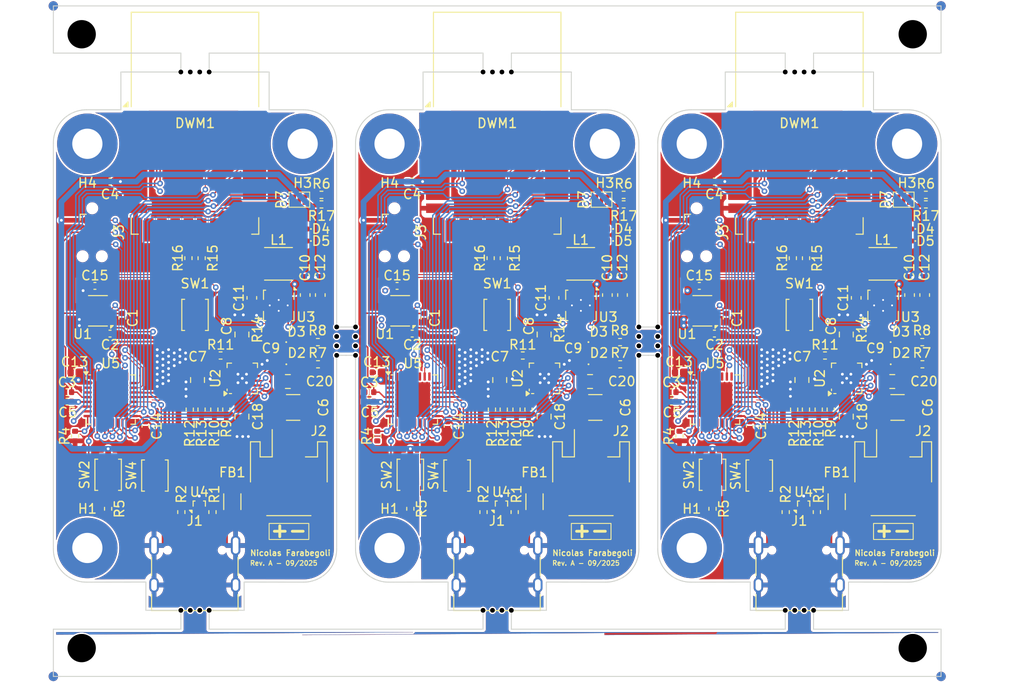
<source format=kicad_pcb>
(kicad_pcb (version 20241229) (generator "pcbnew") (generator_version "9.0")
  (layers (0 "F.Cu" signal) (2 "B.Cu" signal) (13 "F.Paste" user) (15 "B.Paste" user) (5 "F.SilkS" user "F.Silkscreen") (7 "B.SilkS" user "B.Silkscreen") (1 "F.Mask" user) (3 "B.Mask" user) (25 "Edge.Cuts" user))
  (net 0 "")
  (net 1 "Board_0-+3.3V")
  (net 2 "Board_0-/BAT")
  (net 3 "Board_0-/BATT_OUT")
  (net 4 "Board_0-/BOOT0")
  (net 5 "Board_0-/CLK")
  (net 6 "Board_0-/CS")
  (net 7 "Board_0-/D+")
  (net 8 "Board_0-/D-")
  (net 9 "Board_0-/EN")
  (net 10 "Board_0-/EN1")
  (net 11 "Board_0-/EN2")
  (net 12 "Board_0-/IRQ")
  (net 13 "Board_0-/LED_G")
  (net 14 "Board_0-/LED_R")
  (net 15 "Board_0-/MISO")
  (net 16 "Board_0-/MOSI")
  (net 17 "Board_0-/NRST")
  (net 18 "Board_0-/PB_OUT")
  (net 19 "Board_0-/PS_HOLD")
  (net 20 "Board_0-/PWR_INT")
  (net 21 "Board_0-/SWCLK")
  (net 22 "Board_0-/SWDIO")
  (net 23 "Board_0-/SWO")
  (net 24 "Board_0-/UWB_RST")
  (net 25 "Board_0-/WAKEUP")
  (net 26 "Board_0-/~{CE}")
  (net 27 "Board_0-/~{PB}")
  (net 28 "Board_0-/~{SR}")
  (net 29 "Board_0-GND")
  (net 30 "Board_0-Net-(D2-A)")
  (net 31 "Board_0-Net-(D2-K)")
  (net 32 "Board_0-Net-(D3-A)")
  (net 33 "Board_0-Net-(D3-K)")
  (net 34 "Board_0-Net-(D4-A)")
  (net 35 "Board_0-Net-(D5-A)")
  (net 36 "Board_0-Net-(D7-K1)")
  (net 37 "Board_0-Net-(D7-K2)")
  (net 38 "Board_0-Net-(DWM1-GPIO2{slash}RXLED)")
  (net 39 "Board_0-Net-(DWM1-GPIO3{slash}TXLED)")
  (net 40 "Board_0-Net-(FB1-Pad1)")
  (net 41 "Board_0-Net-(J1-CC1)")
  (net 42 "Board_0-Net-(J1-CC2)")
  (net 43 "Board_0-Net-(U1-C_SRD)")
  (net 44 "Board_0-Net-(U1-Vref)")
  (net 45 "Board_0-Net-(U2-ILIM)")
  (net 46 "Board_0-Net-(U2-ISET)")
  (net 47 "Board_0-Net-(U2-ITERM)")
  (net 48 "Board_0-Net-(U2-TMR)")
  (net 49 "Board_0-Net-(U2-TS)")
  (net 50 "Board_0-Net-(U3-L1)")
  (net 51 "Board_0-Net-(U3-L2)")
  (net 52 "Board_0-Net-(U3-PS{slash}SYNC)")
  (net 53 "Board_0-VBUS")
  (net 54 "Board_0-unconnected-(DWM1-EXTON-Pad1)")
  (net 55 "Board_0-unconnected-(DWM1-GPIO0{slash}RXOKLED-Pad15)")
  (net 56 "Board_0-unconnected-(DWM1-GPIO1{slash}SFDLED-Pad14)")
  (net 57 "Board_0-unconnected-(DWM1-GPIO4{slash}EXTPA-Pad11)")
  (net 58 "Board_0-unconnected-(DWM1-GPIO5{slash}EXTTXE{slash}SPIPOL-Pad10)")
  (net 59 "Board_0-unconnected-(DWM1-GPIO6{slash}EXTRXE{slash}SPIHA-Pad9)")
  (net 60 "Board_0-unconnected-(DWM1-GPIO7-Pad4)")
  (net 61 "Board_0-unconnected-(U1-~{VCC}_LO-Pad7)")
  (net 62 "Board_0-unconnected-(U5-PA15-Pad25)")
  (net 63 "Board_0-unconnected-(U5-PA3-Pad9)")
  (net 64 "Board_0-unconnected-(U5-PB4-Pad27)")
  (net 65 "Board_0-unconnected-(U5-PC14-Pad2)")
  (net 66 "Board_0-unconnected-(U5-PC15-Pad3)")
  (net 67 "Board_1-+3.3V")
  (net 68 "Board_1-/BAT")
  (net 69 "Board_1-/BATT_OUT")
  (net 70 "Board_1-/BOOT0")
  (net 71 "Board_1-/CLK")
  (net 72 "Board_1-/CS")
  (net 73 "Board_1-/D+")
  (net 74 "Board_1-/D-")
  (net 75 "Board_1-/EN")
  (net 76 "Board_1-/EN1")
  (net 77 "Board_1-/EN2")
  (net 78 "Board_1-/IRQ")
  (net 79 "Board_1-/LED_G")
  (net 80 "Board_1-/LED_R")
  (net 81 "Board_1-/MISO")
  (net 82 "Board_1-/MOSI")
  (net 83 "Board_1-/NRST")
  (net 84 "Board_1-/PB_OUT")
  (net 85 "Board_1-/PS_HOLD")
  (net 86 "Board_1-/PWR_INT")
  (net 87 "Board_1-/SWCLK")
  (net 88 "Board_1-/SWDIO")
  (net 89 "Board_1-/SWO")
  (net 90 "Board_1-/UWB_RST")
  (net 91 "Board_1-/WAKEUP")
  (net 92 "Board_1-/~{CE}")
  (net 93 "Board_1-/~{PB}")
  (net 94 "Board_1-/~{SR}")
  (net 95 "Board_1-GND")
  (net 96 "Board_1-Net-(D2-A)")
  (net 97 "Board_1-Net-(D2-K)")
  (net 98 "Board_1-Net-(D3-A)")
  (net 99 "Board_1-Net-(D3-K)")
  (net 100 "Board_1-Net-(D4-A)")
  (net 101 "Board_1-Net-(D5-A)")
  (net 102 "Board_1-Net-(D7-K1)")
  (net 103 "Board_1-Net-(D7-K2)")
  (net 104 "Board_1-Net-(DWM1-GPIO2{slash}RXLED)")
  (net 105 "Board_1-Net-(DWM1-GPIO3{slash}TXLED)")
  (net 106 "Board_1-Net-(FB1-Pad1)")
  (net 107 "Board_1-Net-(J1-CC1)")
  (net 108 "Board_1-Net-(J1-CC2)")
  (net 109 "Board_1-Net-(U1-C_SRD)")
  (net 110 "Board_1-Net-(U1-Vref)")
  (net 111 "Board_1-Net-(U2-ILIM)")
  (net 112 "Board_1-Net-(U2-ISET)")
  (net 113 "Board_1-Net-(U2-ITERM)")
  (net 114 "Board_1-Net-(U2-TMR)")
  (net 115 "Board_1-Net-(U2-TS)")
  (net 116 "Board_1-Net-(U3-L1)")
  (net 117 "Board_1-Net-(U3-L2)")
  (net 118 "Board_1-Net-(U3-PS{slash}SYNC)")
  (net 119 "Board_1-VBUS")
  (net 120 "Board_1-unconnected-(DWM1-EXTON-Pad1)")
  (net 121 "Board_1-unconnected-(DWM1-GPIO0{slash}RXOKLED-Pad15)")
  (net 122 "Board_1-unconnected-(DWM1-GPIO1{slash}SFDLED-Pad14)")
  (net 123 "Board_1-unconnected-(DWM1-GPIO4{slash}EXTPA-Pad11)")
  (net 124 "Board_1-unconnected-(DWM1-GPIO5{slash}EXTTXE{slash}SPIPOL-Pad10)")
  (net 125 "Board_1-unconnected-(DWM1-GPIO6{slash}EXTRXE{slash}SPIHA-Pad9)")
  (net 126 "Board_1-unconnected-(DWM1-GPIO7-Pad4)")
  (net 127 "Board_1-unconnected-(U1-~{VCC}_LO-Pad7)")
  (net 128 "Board_1-unconnected-(U5-PA15-Pad25)")
  (net 129 "Board_1-unconnected-(U5-PA3-Pad9)")
  (net 130 "Board_1-unconnected-(U5-PB4-Pad27)")
  (net 131 "Board_1-unconnected-(U5-PC14-Pad2)")
  (net 132 "Board_1-unconnected-(U5-PC15-Pad3)")
  (net 133 "Board_2-+3.3V")
  (net 134 "Board_2-/BAT")
  (net 135 "Board_2-/BATT_OUT")
  (net 136 "Board_2-/BOOT0")
  (net 137 "Board_2-/CLK")
  (net 138 "Board_2-/CS")
  (net 139 "Board_2-/D+")
  (net 140 "Board_2-/D-")
  (net 141 "Board_2-/EN")
  (net 142 "Board_2-/EN1")
  (net 143 "Board_2-/EN2")
  (net 144 "Board_2-/IRQ")
  (net 145 "Board_2-/LED_G")
  (net 146 "Board_2-/LED_R")
  (net 147 "Board_2-/MISO")
  (net 148 "Board_2-/MOSI")
  (net 149 "Board_2-/NRST")
  (net 150 "Board_2-/PB_OUT")
  (net 151 "Board_2-/PS_HOLD")
  (net 152 "Board_2-/PWR_INT")
  (net 153 "Board_2-/SWCLK")
  (net 154 "Board_2-/SWDIO")
  (net 155 "Board_2-/SWO")
  (net 156 "Board_2-/UWB_RST")
  (net 157 "Board_2-/WAKEUP")
  (net 158 "Board_2-/~{CE}")
  (net 159 "Board_2-/~{PB}")
  (net 160 "Board_2-/~{SR}")
  (net 161 "Board_2-GND")
  (net 162 "Board_2-Net-(D2-A)")
  (net 163 "Board_2-Net-(D2-K)")
  (net 164 "Board_2-Net-(D3-A)")
  (net 165 "Board_2-Net-(D3-K)")
  (net 166 "Board_2-Net-(D4-A)")
  (net 167 "Board_2-Net-(D5-A)")
  (net 168 "Board_2-Net-(D7-K1)")
  (net 169 "Board_2-Net-(D7-K2)")
  (net 170 "Board_2-Net-(DWM1-GPIO2{slash}RXLED)")
  (net 171 "Board_2-Net-(DWM1-GPIO3{slash}TXLED)")
  (net 172 "Board_2-Net-(FB1-Pad1)")
  (net 173 "Board_2-Net-(J1-CC1)")
  (net 174 "Board_2-Net-(J1-CC2)")
  (net 175 "Board_2-Net-(U1-C_SRD)")
  (net 176 "Board_2-Net-(U1-Vref)")
  (net 177 "Board_2-Net-(U2-ILIM)")
  (net 178 "Board_2-Net-(U2-ISET)")
  (net 179 "Board_2-Net-(U2-ITERM)")
  (net 180 "Board_2-Net-(U2-TMR)")
  (net 181 "Board_2-Net-(U2-TS)")
  (net 182 "Board_2-Net-(U3-L1)")
  (net 183 "Board_2-Net-(U3-L2)")
  (net 184 "Board_2-Net-(U3-PS{slash}SYNC)")
  (net 185 "Board_2-VBUS")
  (net 186 "Board_2-unconnected-(DWM1-EXTON-Pad1)")
  (net 187 "Board_2-unconnected-(DWM1-GPIO0{slash}RXOKLED-Pad15)")
  (net 188 "Board_2-unconnected-(DWM1-GPIO1{slash}SFDLED-Pad14)")
  (net 189 "Board_2-unconnected-(DWM1-GPIO4{slash}EXTPA-Pad11)")
  (net 190 "Board_2-unconnected-(DWM1-GPIO5{slash}EXTTXE{slash}SPIPOL-Pad10)")
  (net 191 "Board_2-unconnected-(DWM1-GPIO6{slash}EXTRXE{slash}SPIHA-Pad9)")
  (net 192 "Board_2-unconnected-(DWM1-GPIO7-Pad4)")
  (net 193 "Board_2-unconnected-(U1-~{VCC}_LO-Pad7)")
  (net 194 "Board_2-unconnected-(U5-PA15-Pad25)")
  (net 195 "Board_2-unconnected-(U5-PA3-Pad9)")
  (net 196 "Board_2-unconnected-(U5-PB4-Pad27)")
  (net 197 "Board_2-unconnected-(U5-PC14-Pad2)")
  (net 198 "Board_2-unconnected-(U5-PC15-Pad3)")
  (footprint "Resistor_SMD:R_0402_1005Metric" (layer "F.Cu") (at 147.943006 62.730671 -90)
    (property "Reference" "R12")
    (property "Value" "46.4K")
  )
  (footprint "Inductor_SMD:L_Coilcraft_LPS3010" (layer "F.Cu") (at 189.339794 47.311671 180)
    (property "Reference" "L1")
    (property "Value" "2.2uH")
  )
  (footprint "Capacitor_SMD:C_0402_1005Metric" (layer "F.Cu") (at 134.95 61.9005 180)
    (property "Reference" "C5")
    (property "Value" "0.1uF")
  )
  (footprint "Capacitor_SMD:C_0402_1005Metric" (layer "F.Cu") (at 172.799988 53.0505 -90)
    (property "Reference" "C1")
    (property "Value" "1uF")
  )
  (footprint "Resistor_SMD:R_0402_1005Metric" (layer "F.Cu") (at 118.545018 62.728671 -90)
    (property "Reference" "R10")
    (property "Value" "1.13K")
  )
  (footprint "Fiducial" (layer "F.Cu") (at 195.499982 91.0015)
    (property "Reference" "KiKit_FID_T_4" (hide yes))
    (property "Value" "Fiducial" (hide yes))
  )
  (footprint "Connector_JST:JST_PH_S2B-PH-SM4-TB_1x02-1MP_P2.00mm_Horizontal" (layer "F.Cu") (at 190.434394 69.465671)
    (property "Reference" "J2")
    (property "Value" "Battery")
  )
  (footprint "Resistor_SMD:R_0402_1005Metric" (layer "F.Cu") (at 161.525 57.9505 180)
    (property "Reference" "R7")
    (property "Value" "1.5K")
  )
  (footprint "Resistor_SMD:R_0402_1005Metric" (layer "F.Cu") (at 150.35 73.6005 90)
    (property "Reference" "R1")
    (property "Value" "5.1K")
  )
  (footprint "Inductor_SMD:L_Coilcraft_LPS3010" (layer "F.Cu") (at 157.339806 47.311671 180)
    (property "Reference" "L1")
    (property "Value" "2.2uH")
  )
  (footprint "Button_Switch_SMD:SW_SPST_B3U-1000P" (layer "F.Cu") (at 148.500006 52.720071 90)
    (property "Reference" "SW1")
    (property "Value" "~{PB}")
  )
  (footprint "Connector:Tag-Connect_TC2030-IDC-NL_2x03_P1.27mm_Vertical" (layer "F.Cu") (at 105.615012 43.9705 -90)
    (property "Reference" "J3")
    (property "Value" "TC2030-NL")
  )
  (footprint "Resistor_SMD:R_0402_1005Metric" (layer "F.Cu") (at 193.889994 40.004071)
    (property "Reference" "R6")
    (property "Value" "1K")
  )
  (footprint "NPTH" (layer "F.Cu") (at 118.000012 84.0005)
    (property "Reference" "KiKit_MB_3_1" (hide yes))
    (property "Value" "NPTH" (hide yes))
  )
  (footprint "Capacitor_SMD:C_0402_1005Metric" (layer "F.Cu") (at 139.5 54.7005)
    (property "Reference" "C2")
    (property "Value" "0.1uF")
  )
  (footprint "Resistor_SMD:R_0402_1005Metric" (layer "F.Cu") (at 179.942994 62.730671 -90)
    (property "Reference" "R12")
    (property "Value" "46.4K")
  )
  (footprint "NPTH" (layer "F.Cu") (at 178.999988 27.0005)
    (property "Reference" "KiKit_MB_9_1" (hide yes))
    (property "Value" "NPTH" (hide yes))
  )
  (footprint "Inductor_SMD:L_1206_3216Metric" (layer "F.Cu") (at 152.45 72.5005 90)
    (property "Reference" "FB1")
    (property "Value" "GZ3216D101TF")
  )
  (footprint "NPTH" (layer "F.Cu") (at 133.500006 54.0005)
    (property "Reference" "KiKit_MB_4_4" (hide yes))
    (property "Value" "NPTH" (hide yes))
  )
  (footprint "Button_Switch_SMD:SW_SPST_B3U-1000P" (layer "F.Cu") (at 176.249982 69.730929 90)
    (property "Reference" "SW4")
    (property "Value" "~{SR}")
  )
  (footprint "LED_SMD:LED_0402_1005Metric" (layer "F.Cu") (at 159.685006 44.895071 180)
    (property "Reference" "D5")
    (property "Value" "BLUE")
  )
  (footprint "MountingHole:MountingHole_3.2mm_M3_Pad" (layer "F.Cu") (at 169.099988 34.6005 180)
    (property "Reference" "H4")
    (property "Value" "MH4")
  )
  (footprint "Capacitor_SMD:C_0805_2012Metric" (layer "F.Cu") (at 180.766994 59.614671 -90)
    (property "Reference" "C7")
    (property "Value" "1uF")
  )
  (footprint "Capacitor_SMD:C_0402_1005Metric" (layer "F.Cu") (at 171.499988 54.7005)
    (property "Reference" "C2")
    (property "Value" "0.1uF")
  )
  (footprint "Capacitor_SMD:C_0402_1005Metric" (layer "F.Cu") (at 135.75 58.8005 180)
    (property "Reference" "C13")
    (property "Value" "0.1uF")
  )
  (footprint "Capacitor_SMD:C_0603_1608Metric" (layer "F.Cu") (at 186.515994 50.915671 -90)
    (property "Reference" "C11")
    (property "Value" "10uF")
  )
  (footprint "Capacitor_SMD:C_0201_0603Metric" (layer "F.Cu") (at 156.55 55.1505)
    (property "Reference" "C9")
    (property "Value" "0.1uF")
  )
  (footprint "NPTH" (layer "F.Cu") (at 116.000013 27.0005)
    (property "Reference" "KiKit_MB_2_2" (hide yes))
    (property "Value" "NPTH" (hide yes))
  )
  (footprint "NPTH" (layer "F.Cu") (at 192.499982 88.0015)
    (property "Reference" "KiKit_TO_4" (hide yes))
    (property "Value" "NPTH" (hide yes))
  )
  (footprint "LED_SMD:LED_0402_1005Metric" (layer "F.Cu") (at 191.684994 44.895071 180)
    (property "Reference" "D5")
    (property "Value" "BLUE")
  )
  (footprint "Resistor_SMD:R_0402_1005Metric" (layer "F.Cu") (at 117.193018 62.728671 -90)
    (property "Reference" "R13")
    (property "Value" "R")
  )
  (footprint "Button_Switch_SMD:SW_SPST_B3U-1000P" (layer "F.Cu") (at 112.250006 69.730929 90)
    (property "Reference" "SW4")
    (property "Value" "~{SR}")
  )
  (footprint "Resistor_SMD:R_0402_1005Metric" (layer "F.Cu") (at 135.8 65.5505 -90)
    (property "Reference" "R4")
    (property "Value" "10K")
  )
  (footprint "Resistor_SMD:R_0402_1005Metric" (layer "F.Cu") (at 161.890006 41.020071)
    (property "Reference" "R17")
    (property "Value" "1K")
  )
  (footprint "Package_SON:Texas_DRC0010J_ThermalVias" (layer "F.Cu") (at 189.362194 51.715271 -90)
    (property "Reference" "U3")
    (property "Value" "TPS63001")
  )
  (footprint "LED_SMD:LED_0402_1005Metric" (layer "F.Cu") (at 127.685018 44.895071 180)
    (property "Reference" "D5")
    (property "Value" "BLUE")
  )
  (footprint "Resistor_SMD:R_0402_1005Metric" (layer "F.Cu") (at 115.943018 62.730671 -90)
    (property "Reference" "R12")
    (property "Value" "46.4K")
  )
  (footprint "NPTH" (layer "F.Cu") (at 181.999988 84.0005)
    (property "Reference" "KiKit_MB_10_1" (hide yes))
    (property "Value" "NPTH" (hide yes))
  )
  (footprint "NPTH" (layer "F.Cu") (at 165.499994 57.0005)
    (property "Reference" "KiKit_MB_8_1" (hide yes))
    (property "Value" "NPTH" (hide yes))
  )
  (footprint "MountingHole:MountingHole_3.2mm_M3_Pad" (layer "F.Cu") (at 191.899988 34.6005 180)
    (property "Reference" "H3")
    (property "Value" "MH3")
  )
  (footprint "Resistor_SMD:R_0402_1005Metric" (layer "F.Cu") (at 115.050012 73.6005 90)
    (property "Reference" "R2")
    (property "Value" "5.1K")
  )
  (footprint "NPTH" (layer "F.Cu") (at 118.000012 27.0005)
    (property "Reference" "KiKit_MB_2_4" (hide yes))
    (property "Value" "NPTH" (hide yes))
  )
  (footprint "Connector_USB:USB_C_Receptacle_XKB_U262-16XN-4BVC11" (layer "F.Cu") (at 148.480006 80.245071)
    (property "Reference" "J1")
    (property "Value" "USB C")
  )
  (footprint "NPTH" (layer "F.Cu") (at 117.000012 27.0005)
    (property "Reference" "KiKit_MB_2_3" (hide yes))
    (property "Value" "NPTH" (hide yes))
  )
  (footprint "Capacitor_SMD:C_0402_1005Metric" (layer "F.Cu") (at 175.249988 64.5005 -90)
    (property "Reference" "C14")
    (property "Value" "0.1uF")
  )
  (footprint "Resistor_SMD:R_0402_1005Metric" (layer "F.Cu") (at 193.509988 55.6005 180)
    (property "Reference" "R8")
    (property "Value" "1.5K")
  )
  (footprint "Capacitor_SMD:C_0805_2012Metric" (layer "F.Cu") (at 116.767018 59.614671 -90)
    (property "Reference" "C7")
    (property "Value" "1uF")
  )
  (footprint "Capacitor_SMD:C_0603_1608Metric" (layer "F.Cu") (at 122.516018 50.915671 -90)
    (property "Reference" "C11")
    (property "Value" "10uF")
  )
  (footprint "NPTH" (layer "F.Cu") (at 163.499994 54.0005)
    (property "Reference" "KiKit_MB_5_1" (hide yes))
    (property "Value" "NPTH" (hide yes))
  )
  (footprint "Capacitor_SMD:C_0805_2012Metric" (layer "F.Cu") (at 148.767006 59.614671 -90)
    (property "Reference" "C7")
    (property "Value" "1uF")
  )
  (footprint "Package_DFN_QFN:TDFN-12_2x3mm_P0.5mm" (layer "F.Cu") (at 170.222488 52.288 180)
    (property "Reference" "U1")
    (property "Value" "STM6600")
  )
  (footprint "Resistor_SMD:R_0402_1005Metric" (layer "F.Cu") (at 182.544994 62.728671 -90)
    (property "Reference" "R10")
    (property "Value" "1.13K")
  )
  (footprint "Resistor_SMD:R_0402_1005Metric" (layer "F.Cu") (at 118.350012 73.6005 90)
    (property "Reference" "R1")
    (property "Value" "5.1K")
  )
  (footprint "Package_DFN_QFN:TDFN-12_2x3mm_P0.5mm" (layer "F.Cu") (at 106.222512 52.288 180)
    (property "Reference" "U1")
    (property "Value" "STM6600")
  )
  (footprint "Capacitor_SMD:C_0603_1608Metric" (layer "F.Cu") (at 193.765994 50.615671 -90)
    (property "Reference" "C12")
    (property "Value" "10uF")
  )
  (footprint "Resistor_SMD:R_0402_1005Metric" (layer "F.Cu") (at 151.815006 62.726671 -90)
    (property "Reference" "R9")
    (property "Value" "10K")
  )
  (footprint "Connector_JST:JST_PH_S2B-PH-SM4-TB_1x02-1MP_P2.00mm_Horizontal" (layer "F.Cu") (at 126.434418 69.465671)
    (property "Reference" "J2")
    (property "Value" "Battery")
  )
  (footprint "Button_Switch_SMD:SW_SPST_B3U-1000P" (layer "F.Cu") (at 171.299988 69.6505 90)
    (property "Reference" "SW2")
    (property "Value" "BOOT0")
  )
  (footprint "Resistor_SMD:R_0402_1005Metric" (layer "F.Cu") (at 115.803017 46.710671 -90)
    (property "Reference" "R16")
    (property "Value" "470")
  )
  (footprint "Resistor_SMD:R_0402_1005Metric" (layer "F.Cu") (at 167.799988 65.5505 -90)
    (property "Reference" "R4")
    (property "Value" "10K")
  )
  (footprint "MountingHole:MountingHole_3.2mm_M3_Pad" (layer "F.Cu") (at 105.100012 77.4005)
    (property "Reference" "H1")
    (property "Value" "MH1")
  )
  (footprint "Resistor_SMD:R_0402_1005Metric" (layer "F.Cu") (at 151.210006 57.020071 180)
    (property "Reference" "R11")
    (property "Value" "1.18K")
  )
  (footprint "NPTH" (layer "F.Cu") (at 148 27.0005)
    (property "Reference" "KiKit_MB_6_2" (hide yes))
    (property "Value" "NPTH" (hide yes))
  )
  (footprint "Package_DFN_QFN:QFN-32-1EP_5x5mm_P0.5mm_EP3.45x3.45mm" (layer "F.Cu") (at 107.570018 61.682571)
    (property "Reference" "U5")
    (property "Value" "STM32L432KBUx")
  )
  (footprint "Resistor_SMD:R_0201_0603Metric" (layer "F.Cu") (at 188.540994 54.2505)
    (property "Reference" "R14")
    (property "Value" "100")
  )
  (footprint "LED_SMD:LED_LiteOn_LTST-C295K_1.6x0.8mm" (layer "F.Cu") (at 191.543594 40.517671)
    (property "Reference" "D7")
    (property "Value" "LED_Dual_AAKK")
  )
  (footprint "Capacitor_SMD:C_0201_0603Metric" (layer "F.Cu") (at 188.549988 55.1505)
    (property "Reference" "C9")
    (property "Value" "0.1uF")
  )
  (footprint "Capacitor_SMD:C_0805_2012Metric" (layer "F.Cu") (at 153.468006 54.793671 90)
    (property "Reference" "C8")
    (property "Value" "4.7uF")
  )
  (footprint "Capacitor_SMD:C_0402_1005Metric" (layer "F.Cu") (at 143.25 64.5005 -90)
    (property "Reference" "C14")
    (property "Value" "0.1uF")
  )
  (footprint "Capacitor_SMD:C_0805_2012Metric" (layer "F.Cu") (at 121.468018 54.793671 90)
    (property "Reference" "C8")
    (property "Value" "4.7uF")
  )
  (footprint "NPTH" (layer "F.Cu") (at 147 27.0005)
    (property "Reference" "KiKit_MB_6_1" (hide yes))
    (property "Value" "NPTH" (hide yes))
  )
  (footprint "Capacitor_SMD:C_0603_1608Metric" (layer "F.Cu") (at 128.166018 50.615671 -90)
    (property "Reference" "C10")
    (property "Value" "10uF")
  )
  (footprint "Resistor_SMD:R_0402_1005Metric" (layer "F.Cu") (at 103.800012 65.5505 -90)
    (property "Reference" "R4")
    (property "Value" "10K")
  )
  (footprint "Capacitor_SMD:C_0603_1608Metric" (layer "F.Cu") (at 129.766018 50.615671 -90)
    (property "Reference" "C12")
    (property "Value" "10uF")
  )
  (footprint "NPTH" (layer "F.Cu") (at 131.500006 56.0005)
    (property "Reference" "KiKit_MB_1_3" (hide yes))
    (property "Value" "NPTH" (hide yes))
  )
  (footprint "MountingHole:MountingHole_3.2mm_M3_Pad" (layer "F.Cu") (at 169.099988 77.4005)
    (property "Reference" "H1")
    (property "Value" "MH1")
  )
  (footprint "Resistor_SMD:R_0402_1005Metric" (layer "F.Cu") (at 181.202993 46.715671 -90)
    (property "Reference" "R15")
    (property "Value" "470")
  )
  (footprint "Fiducial" (layer "F.Cu") (at 195.499982 20)
    (property "Reference" "KiKit_FID_T_2" (hide yes))
    (property "Value" "Fiducial" (hide yes))
  )
  (footprint "Capacitor_SMD:C_0805_2012Metric" (layer "F.Cu") (at 158.332806 59.776871)
    (property "Reference" "C20")
    (property "Value" "0.1uF")
  )
  (footprint "RF_Module:DWM1000" (layer "F.Cu") (at 148.500006 32.423871)
    (property "Reference" "DWM1")
    (property "Value" "DWM1000")
  )
  (footprint "LED_SMD:LED_0402_1005Metric" (layer "F.Cu") (at 159.26 57.9505)
    (property "Reference" "D2")
    (property "Value" "GREEN")
  )
  (footprint "NPTH" (layer "F.Cu") (at 163.499994 55.0005)
    (property "Reference" "KiKit_MB_5_2" (hide yes))
    (property "Value" "NPTH" (hide yes))
  )
  (footprint "Capacitor_SMD:C_0402_1005Metric" (layer "F.Cu") (at 103.750012 58.8005 180)
    (property "Reference" "C13")
    (property "Value" "0.1uF")
  )
  (footprint "NPTH" (layer "F.Cu") (at 149 27.0005)
    (property "Reference" "KiKit_MB_6_3" (hide yes))
    (property "Value" "NPTH" (hide yes))
  )
  (footprint "Capacitor_SMD:C_0805_2012Metric" (layer "F.Cu") (at 185.467994 54.793671 90)
    (property "Reference" "C8")
    (property "Value" "4.7uF")
  )
  (footprint "NPTH" (layer "F.Cu") (at 165.499994 56.0005)
    (property "Reference" "KiKit_MB_8_2" (hide yes))
    (property "Value" "NPTH" (hide yes))
  )
  (footprint "Resistor_SMD:R_0402_1005Metric" (layer "F.Cu") (at 107.300012 73.2505 -90)
    (property "Reference" "R5")
    (property "Value" "10K")
  )
  (footprint "Capacitor_SMD:C_0805_2012Metric" (layer "F.Cu") (at 153.466006 63.490671 -90)
    (property "Reference" "C18")
    (property "Value" "4.7uF")
  )
  (footprint "Resistor_SMD:R_0402_1005Metric" (layer "F.Cu") (at 129.525012 57.9505 180)
    (property "Reference" "R7")
    (property "Value" "1.5K")
  )
  (footprint "Inductor_SMD:L_Coilcraft_LPS3010" (layer "F.Cu") (at 125.339818 47.311671 180)
    (property "Reference" "L1")
    (property "Value" "2.2uH")
  )
  (footprint "Capacitor_SMD:C_0402_1005Metric" (layer "F.Cu") (at 166.949988 60.9005 180)
    (property "Reference" "C3")
    (property "Value" "0.1uF")
  )
  (footprint "Capacitor_SMD:C_1210_3225Metric" (layer "F.Cu") (at 158.891606 62.520071)
    (property "Reference" "C6")
    (property "Value" "22uF")
  )
  (footprint "NPTH" (layer "F.Cu") (at 165.499994 54.0005)
    (property "Reference" "KiKit_MB_8_4" (hide yes))
    (property "Value" "NPTH" (hide yes))
  )
  (footprint "Package_SON:Texas_DRC0010J_ThermalVias" (layer "F.Cu") (at 157.362206 51.715271 -90)
    (property "Reference" "U3")
    (property "Value" "TPS63001")
  )
  (footprint "Capacitor_SMD:C_0402_1005Metric" (layer "F.Cu") (at 139.5 38.6005 180)
    (property "Reference" "C4")
    (property "Value" "0.1uF")
  )
  (footprint "Resistor_SMD:R_0402_1005Metric" (layer "F.Cu") (at 161.890006 40.004071)
    (property "Reference" "R6")
    (property "Value" "1K")
  )
  (footprint "Button_Switch_SMD:SW_SPST_B3U-1000P" (layer "F.Cu") (at 107.300012 69.6505 90)
    (property "Reference" "SW2")
    (property "Value" "BOOT0")
  )
  (footprint "Capacitor_SMD:C_0402_1005Metric" (layer "F.Cu") (at 137.9 49.6505 180)
    (property "Reference" "C15")
    (property "Value" "560nF")
  )
  (footprint "NPTH" (layer "F.Cu") (at 104.500018 88.0015)
    (property "Reference" "KiKit_TO_3" (hide yes))
    (property "Value" "NPTH" (hide yes))
  )
  (footprint "Capacitor_SMD:C_0402_1005Metric" (layer "F.Cu") (at 105.900012 49.6505 180)
    (property "Reference" "C15")
    (property "Value" "560nF")
  )
  (footprint "NPTH" (layer "F.Cu") (at 131.500006 55.0005)
    (property "Reference" "KiKit_MB_1_2" (hide yes))
    (property "Value" "NPTH" (hide yes))
  )
  (footprint "Fiducial" (layer "F.Cu") (at 101.500018 20)
    (property "Reference" "KiKit_FID_T_1" (hide yes))
    (property "Value" "Fiducial" (hide yes))
  )
  (footprint "Connector:Tag-Connect_TC2030-IDC-NL_2x03_P1.27mm_Vertical" (layer "F.Cu") (at 137.615 43.9705 -90)
    (property "Reference" "J3")
    (property "Value" "TC2030-NL")
  )
  (footprint "NPTH" (layer "F.Cu") (at 163.499994 56.0005)
    (property "Reference" "KiKit_MB_5_3" (hide yes))
    (property "Value" "NPTH" (hide yes))
  )
  (footprint "Capacitor_SMD:C_0603_1608Metric" (layer "F.Cu") (at 154.516006 50.915671 -90)
    (property "Reference" "C11")
    (property "Value" "10uF")
  )
  (footprint "Resistor_SMD:R_0402_1005Metric" (layer "F.Cu") (at 181.192994 62.728671 -90)
    (property "Reference" "R13")
    (property "Value" "R")
  )
  (footprint "Resistor_SMD:R_0402_1005Metric" (layer "F.Cu") (at 117.203017 46.715671 -90)
    (property "Reference" "R15")
    (property "Value" "470")
  )
  (footprint "LED_SMD:LED_0402_1005Metric" (layer "F.Cu") (at 127.260012 57.9505)
    (property "Reference" "D2")
    (property "Value" "GREEN")
  )
  (footprint "Capacitor_SMD:C_0402_1005Metric" (layer "F.Cu") (at 134.95 60.9005 180)
    (property "Reference" "C3")
    (property "Value" "0.1uF")
  )
  (footprint "Connector_USB:USB_C_Receptacle_XKB_U262-16XN-4BVC11" (layer "F.Cu") (at 116.480018 80.245071)
    (property "Reference" "J1")
    (property "Value" "USB C")
  )
  (footprint "Capacitor_SMD:C_0402_1005Metric" (layer "F.Cu") (at 107.500012 54.7005)
    (property "Reference" "C2")
    (property "Value" "0.1uF")
  )
  (footprint "Capacitor_SMD:C_0805_2012Metric" (layer "F.Cu") (at 126.332818 59.776871)
    (property "Reference" "C20")
    (property "Value" "0.1uF")
  )
  (footprint "Resistor_SMD:R_0402_1005Metric" (layer "F.Cu") (at 182.349988 73.6005 90)
    (property "Reference" "R1")
    (property "Value" "5.1K")
  )
  (footprint "NPTH" (layer "F.Cu") (at 133.500006 55.0005)
    (property "Reference" "KiKit_MB_4_3" (hide yes))
    (property "Value" "NPTH" (hide yes))
  )
  (footprint "NPTH" (layer "F.Cu") (at 179.999988 27.0005)
    (property "Reference" "KiKit_MB_9_2" (hide yes))
    (property "Value" "NPTH" (hide yes))
  )
  (footprint "NPTH" (layer "F.Cu") (at 178.999988 84.0005)
    (property "Reference" "KiKit_MB_10_4" (hide yes))
    (property "Value" "NPTH" (hide yes))
  )
  (footprint "NPTH" (layer "F.Cu") (at 192.499982 23)
    (property "Reference" "KiKit_TO_2" (hide yes))
    (property "Value" "NPTH" (hide yes))
  )
  (footprint "NPTH" (layer "F.Cu") (at 104.500018 23)
    (property "Reference" "KiKit_TO_1" (hide yes))
    (property "Value" "NPTH" (hide yes))
  )
  (footprint "Capacitor_SMD:C_0402_1005Metric" (layer "F.Cu") (at 166.949988 61.9005 180)
    (property "Reference" "C5")
    (property "Value" "0.1uF")
  )
  (footprint "Resistor_SMD:R_0402_1005Metric" (layer "F.Cu") (at 193.889994 41.020071)
    (property "Reference" "R17")
    (property "Value" "1K")
  )
  (footprint "NPTH" (layer "F.Cu") (at 150 27.0005)
    (property "Reference" "KiKit_MB_6_4" (hide yes))
    (property "Value" "NPTH" (hide yes))
  )
  (footprint "Resistor_SMD:R_0402_1005Metric" (layer "F.Cu") (at 149.203005 46.715671 -90)
    (property "Reference" "R15")
    (property "Value" "470")
  )
  (footprint "Package_SON:Texas_DRC0010J_ThermalVias" (layer "F.Cu") (at 125.362218 51.715271 -90)
    (property "Reference" "U3")
    (property "Value" "TPS63001")
  )
  (footprint "LED_SMD:LED_0402_1005Metric" (layer "F.Cu") (at 191.684994 43.620071 180)
    (property "Reference" "D4")
    (property "Value" "BLUE")
  )
  (footprint "Resistor_SMD:R_0402_1005Metric" (layer "F.Cu") (at 129.510012 55.6005 180)
    (property "Reference" "R8")
    (property "Value" "1.5K")
  )
  (footprint "NPTH" (layer "F.Cu") (at 163.499994 57.0005)
    (property "Reference" "KiKit_MB_5_4" (hide yes))
    (property "Value" "NPTH" (hide yes))
  )
  (footprint "Button_Switch_SMD:SW_SPST_B3U-1000P" (layer "F.Cu") (at 144.249994 69.730929 90)
    (property "Reference" "SW4")
    (property "Value" "~{SR}")
  )
  (footprint "LED_SMD:LED_LiteOn_LTST-C295K_1.6x0.8mm" (layer "F.Cu") (at 127.543618 40.517671)
    (property "Reference" "D7")
    (property "Value" "LED_Dual_AAKK")
  )
  (footprint "LED_SMD:LED_0402_1005Metric" (layer "F.Cu") (at 127.685018 43.620071 180)
    (property "Reference" "D4")
    (property "Value" "BLUE")
  )
  (footprint "NPTH" (layer "F.Cu") (at 115.000013 84.0005)
    (property "Reference" "KiKit_MB_3_4" (hide yes))
    (property "Value" "NPTH" (hide yes))
  )
  (footprint "NPTH" (layer "F.Cu") (at 147 84.0005)
    (property "Reference" "KiKit_MB_7_4" (hide yes))
    (property "Value" "NPTH" (hide yes))
  )
  (footprint "LED_SMD:LED_0402_1005Metric" (layer "F.Cu") (at 127.250012 55.6005)
    (property "Reference" "D3")
    (property "Value" "YELLOW")
  )
  (footprint "Button_Switch_SMD:SW_SPST_B3U-1000P" (layer "F.Cu") (at 116.500018 52.720071 90)
    (property "Reference" "SW1")
    (property "Value" "~{PB}")
  )
  (footprint "Capacitor_SMD:C_0402_1005Metric" (layer "F.Cu") (at 169.899988 49.6505 180)
    (property "Reference" "C15")
    (property "Value" "560nF")
  )
  (footprint "Capacitor_SMD:C_0402_1005Metric" (layer "F.Cu") (at 102.950012 60.9005 180)
    (property "Reference" "C3")
    (property "Value" "0.1uF")
  )
  (footprint "NPTH" (layer "F.Cu") (at 180.999988 84.0005)
    (property "Reference" "KiKit_MB_10_2" (hide yes))
    (property "Value" "NPTH" (hide yes))
  )
  (footprint "LED_SMD:LED_0402_1005Metric" (layer "F.Cu") (at 159.25 55.6005)
    (property "Reference" "D3")
    (property "Value" "YELLOW")
  )
  (footprint "Capacitor_SMD:C_0402_1005Metric" (layer "F.Cu") (at 140.8 53.0505 -90)
    (property "Reference" "C1")
    (property "Value" "1uF")
  )
  (footprint "LED_SMD:LED_0402_1005Metric" (layer "F.Cu") (at 159.685006 43.620071 180)
    (property "Reference" "D4")
    (property "Value" "BLUE")
  )
  (footprint "Package_DFN_QFN:QFN-32-1EP_5x5mm_P0.5mm_EP3.45x3.45mm" (layer "F.Cu") (at 139.570006 61.682571)
    (property "Reference" "U5")
    (property "Value" "STM32L432KBUx")
  )
  (footprint "Resistor_SMD:R_0402_1005Metric" (layer "F.Cu") (at 119.815018 62.726671 -90)
    (property "Reference" "R9")
    (property "Value" "10K")
  )
  (footprint "Capacitor_SMD:C_0402_1005Metric" (layer "F.Cu") (at 111.250012 64.5005 -90)
    (property "Reference" "C14")
    (property "Value" "0.1uF")
  )
  (footprint "Capacitor_SMD:C_0402_1005Metric" (layer "F.Cu") (at 171.499988 38.6005 180)
    (property "Reference" "C4")
    (property "Value" "0.1uF")
  )
  (footprint "Resistor_SMD:R_0201_0603Metric" (layer "F.Cu") (at 156.541006 54.2505)
    (property "Reference" "R14")
    (property "Value" "100")
  )
  (footprint "NPTH" (layer "F.Cu") (at 148 84.0005)
    (property "Reference" "KiKit_MB_7_3" (hide yes))
    (property "Value" "NPTH" (hide yes))
  )
  (footprint "Resistor_SMD:R_0402_1005Metric" (layer "F.Cu") (at 129.890018 40.004071)
    (property "Reference" "R6")
    (property "Value" "1K")
  )
  (footprint "Resistor_SMD:R_0402_1005Metric" (layer "F.Cu") (at 129.890018 41.020071)
    (property "Reference" "R17")
    (property "Value" "1K")
  )
  (footprint "RF_Module:DWM1000" (layer "F.Cu") (at 116.500018 32.423871)
    (property "Reference" "DWM1")
    (property "Value" "DWM1000")
  )
  (footprint "Resistor_SMD:R_0402_1005Metric" (layer "F.Cu") (at 171.299988 73.2505 -90)
    (property "Reference" "R5")
    (property "Value" "10K")
  )
  (footprint "Inductor_SMD:L_1206_3216Metric" (layer "F.Cu") (at 120.450012 72.5005 90)
    (property "Reference" "FB1")
    (property "Value" "GZ3216D101TF")
  )
  (footprint "Capacitor_SMD:C_0402_1005Metric" (layer "F.Cu") (at 107.500012 38.6005 180)
    (property "Reference" "C4")
    (property "Value" "0.1uF")
  )
  (footprint "Button_Switch_SMD:SW_SPST_B3U-1000P" (layer "F.Cu") (at 139.3 69.6505 90)
    (property "Reference" "SW2")
    (property "Value" "BOOT0")
  )
  (footprint "Package_DFN_QFN:TDFN-12_2x3mm_P0.5mm" (layer "F.Cu") (at 138.2225 52.288 180)
    (property "Reference" "U1")
    (property "Value" "STM6600")
  )
  (footprint "Package_TO_SOT_SMD:Texas_DRT-3" (layer "F.Cu") (at 148.95 72.9755)
    (property "Reference" "U4")
    (property "Value" "TPD2EUSB30")
  )
  (footprint "Resistor_SMD:R_0201_0603Metric" (layer "F.Cu") (at 124.541018 54.2505)
    (property "Reference" "R14")
    (property "Value" "100")
  )
  (footprint "Capacitor_SMD:C_0603_1608Metric" (layer "F.Cu") (at 161.766006 50.615671 -90)
    (property "Reference" "C12")
    (property "Value" "10uF")
  )
  (footprint "MountingHole:MountingHole_3.2mm_M3_Pad" (layer "F.Cu") (at 137.1 77.4005)
    (property "Reference" "H1")
    (property "Value" "MH1")
  )
  (footprint "NPTH" (layer "F.Cu") (at 133.500006 56.0005)
    (property "Reference" "KiKit_MB_4_2" (hide yes))
    (property "Value" "NPTH" (hide yes))
  )
  (footprint "Capacitor_SMD:C_0402_1005Metric" (layer "F.Cu") (at 167.749988 58.8005 180)
    (property "Reference" "C13")
    (property "Value" "0.1uF")
  )
  (footprint "Resistor_SMD:R_0402_1005Metric" (layer "F.Cu") (at 147.05 73.6005 90)
    (property "Reference" "R2")
    (property "Value" "5.1K")
  )
  (footprint "NPTH" (layer "F.Cu") (at 131.500006 54.0005)
    (property "Reference" "KiKit_MB_1_1" (hide yes))
    (property "Value" "NPTH" (hide yes))
  )
  (footprint "Resistor_SMD:R_0402_1005Metric" (layer "F.Cu") (at 150.545006 62.728671 -90)
    (property "Reference" "R10")
    (property "Value" "1.13K")
  )
  (footprint "Capacitor_SMD:C_0805_2012Metric" (layer "F.Cu") (at 185.465994 63.490671 -90)
    (property "Reference" "C18")
    (property "Value" "4.7uF")
  )
  (footprint "LED_SMD:LED_LiteOn_LTST-C295K_1.6x0.8mm" (layer "F.Cu") (at 159.543606 40.517671)
    (property "Reference" "D7")
    (property "Value" "LED_Dual_AAKK")
  )
  (footprint "MountingHole:MountingHole_3.2mm_M3_Pad" (layer "F.Cu") (at 159.9 34.6005 180)
    (property "Reference" "H3")
    (property "Value" "MH3")
  )
  (footprint "NPTH" (layer "F.Cu") (at 117.000012 84.0005)
    (property "Reference" "KiKit_MB_3_2" (hide yes))
    (property "Value" "NPTH" (hide yes))
  )
  (footprint "Capacitor_SMD:C_1210_3225Metric" (layer "F.Cu") (at 190.891594 62.520071)
    (property "Reference" "C6")
    (property "Value" "22uF")
  )
  (footprint "Resistor_SMD:R_0402_1005Metric" (layer "F.Cu") (at 139.3 73.2505 -90)
    (property "Reference" "R5")
    (property "Value" "10K")
  )
  (footprint "Capacitor_SMD:C_0201_0603Metric" (layer "F.Cu") (at 124.550012 55.1505)
    (property "Reference" "C9")
    (property "Value" "0.1uF")
  )
  (footprint "Capacitor_SMD:C_0603_1608Metric" (layer "F.Cu") (at 192.165994 50.615671 -90)
    (property "Reference" "C10")
    (property "Value" "10uF")
  )
  (footprint "Resistor_SMD:R_0402_1005Metric" (layer "F.Cu") (at 147.803005 46.710671 -90)
    (property "Reference" "R16")
    (property "Value" "470")
  )
  (footprint "MountingHole:MountingHole_3.2mm_M3_Pad" (layer "F.Cu") (at 127.900012 34.6005 180)
    (property "Reference" "H3")
    (property "Value" "MH3")
  )
  (footprint "Package_DFN_QFN:VQFN-16-1EP_3x3mm_P0.5mm_EP1.6x1.6mm" (layer "F.Cu") (at 185.506494 59.438671 90)
    (property "Reference" "U2")
    (property "Value" "BQ24074RGT")
  )
  (footprint "Package_TO_SOT_SMD:Texas_DRT-3" (layer "F.Cu") (at 116.950012 72.9755)
    (property "Reference" "U4")
    (property "Value" "TPD2EUSB30")
  )
  (footprint "MountingHole:MountingHole_3.2mm_M3_Pad" (layer "F.Cu") (at 105.100012 34.6005 180)
    (property "Reference" "H4")
    (property "Value" "MH4")
  )
  (footprint "Capacitor_SMD:C_0805_2012Metric" (layer "F.Cu") (at 121.466018 63.490671 -90)
    (property "Reference" "C18")
    (property "Value" "4.7uF")
  )
  (footprint "Capacitor_SMD:C_0603_1608Metric" (layer "F.Cu") (at 160.166006 50.615671 -90)
    (property "Reference" "C10")
    (property "Value" "10uF")
  )
  (footprint "Resistor_SMD:R_0402_1005Metric" (layer "F.Cu") (at 161.51 55.6005 180)
    (property "Reference" "R8")
    (property "Value" "1.5K")
  )
  (footprint "Resistor_SMD:R_0402_1005Metric" (layer "F.Cu") (at 119.210018 57.020071 180)
    (property "Reference" "R11")
    (property "Value" "1.18K")
  )
  (footprint "NPTH" (layer "F.Cu") (at 165.499994 55.0005)
    (property "Reference" "KiKit_MB_8_3" (hide yes))
    (property "Value" "NPTH" (hide yes))
  )
  (footprint "Resistor_SMD:R_0402_1005Metric" (layer "F.Cu") (at 149.193006 62.728671 -90)
    (property "Reference" "R13")
    (property "Value" "R")
  )
  (footprint "Connector_USB:USB_C_Receptacle_XKB_U262-16XN-4BVC11" (layer "F.Cu") (at 180.479994 80.245071)
    (property "Reference" "J1")
    (property "Value" "USB C")
  )
  (footprint "Package_TO_SOT_SMD:Texas_DRT-3" (layer "F.Cu") (at 180.949988 72.9755)
    (property "Reference" "U4")
    (property "Value" "TPD2EUSB30")
  )
  (footprint "Capacitor_SMD:C_0402_1005Metric" (layer "F.Cu") (at 108.800012 53.0505 -90)
    (property "Reference" "C1")
    (property "Value" "1uF")
  )
  (footprint "Fiducial" (layer "F.Cu") (at 101.500018 91.0015)
    (property "Reference" "KiKit_FID_T_3" (hide yes))
    (property "Value" "Fiducial" (hide yes))
  )
  (footprint "NPTH" (layer "F.Cu") (at 181.999988 27.0005)
    (property "Reference" "KiKit_MB_9_4" (hide yes))
    (property "Value" "NPTH" (hide yes))
  )
  (footprint "Package_DFN_QFN:QFN-32-1EP_5x5mm_P0.5mm_EP3.45x3.45mm" (layer "F.Cu") (at 171.569994 61.682571)
    (property "Reference" "U5")
    (property "Value" "STM32L432KBUx")
  )
  (footprint "LED_SMD:LED_0402_1005Metric" (layer "F.Cu") (at 191.249988 55.6005)
    (property "Reference" "D3")
    (property "Value" "YELLOW")
  )
  (footprint "NPTH" (layer "F.Cu") (at 131.500006 57.0005)
    (property "Reference" "KiKit_MB_1_4" (hide yes))
    (property "Value" "NPTH" (hide yes))
  )
  (footprint "Resistor_SMD:R_0402_1005Metric" (layer "F.Cu") (at 183.209994 57.020071 180)
    (property "Reference" "R11")
    (property "Value" "1.18K")
  )
  (footprint "NPTH" (layer "F.Cu") (at 149 84.0005)
    (property "Reference" "KiKit_MB_7_2" (hide yes))
    (property "Value" "NPTH" (hide yes))
  )
  (footprint "NPTH" (layer "F.Cu") (at 179.999988 84.0005)
    (property "Reference" "KiKit_MB_10_3" (hide yes))
    (property "Value" "NPTH" (hide yes))
  )
  (footprint "Capacitor_SMD:C_1210_3225Metric" (layer "F.Cu") (at 126.891618 62.520071)
    (property "Reference" "C6")
    (property "Value" "22uF")
  )
  (footprint "Resistor_SMD:R_0402_1005Metric" (layer "F.Cu") (at 179.802993 46.710671 -90)
    (property "Reference" "R16")
    (property "Value" "470")
  )
  (footprint "Resistor_SMD:R_0402_1005Metric" (layer "F.Cu") (at 179.049988 73.6005 90)
    (property "Reference" "R2")
    (property "Value" "5.1K")
  )
  (footprint "MountingHole:MountingHole_3.2mm_M3_Pad" (layer "F.Cu") (at 137.1 34.6005 180)
    (property "Reference" "H4")
    (property "Value" "MH4")
  )
  (footprint "Package_DFN_QFN:VQFN-16-1EP_3x3mm_P0.5mm_EP1.6x1.6mm" (layer "F.Cu") (at 121.506518 59.438671 90)
    (property "Reference" "U2")
    (property "Value" "BQ24074RGT")
  )
  (footprint "NPTH" (layer "F.Cu") (at 116.000013 84.0005)
    (property "Reference" "KiKit_MB_3_3" (hide yes))
    (property "Value" "NPTH" (hide yes))
  )
  (footprint "Resistor_SMD:R_0402_1005Metric" (layer "F.Cu") (at 183.814994 62.726671 -90)
    (property "Reference" "R9")
    (property "Value" "10K")
  )
  (footprint "Capacitor_SMD:C_0805_2012Metric" (layer "F.Cu") (at 190.332794 59.776871)
    (property "Reference" "C20")
    (property "Value" "0.1uF")
  )
  (footprint "Inductor_SMD:L_1206_3216Metric" (layer "F.Cu") (at 184.449988 72.5005 90)
    (property "Reference" "FB1")
    (property "Value" "GZ3216D101TF")
  )
  (footprint "Package_DFN_QFN:VQFN-16-1EP_3x3mm_P0.5mm_EP1.6x1.6mm" (layer "F.Cu") (at 153.506506 59.438671 90)
    (property "Reference" "U2")
    (property "Value" "BQ24074RGT")
  )
  (footprint "Connector:Tag-Connect_TC2030-IDC-NL_2x03_P1.27mm_Vertical" (layer "F.Cu") (at 169.614988 43.9705 -90)
    (property "Reference" "J3")
    (property "Value" "TC2030-NL")
  )
  (footprint "Capacitor_SMD:C_0402_1005Metric" (layer "F.Cu") (at 102.950012 61.9005 180)
    (property "Reference" "C5")
    (property "Value" "0.1uF")
  )
  (footprint "Connector_JST:JST_PH_S2B-PH-SM4-TB_1x02-1MP_P2.00mm_Horizontal" (layer "F.Cu") (at 158.434406 69.465671)
    (property "Reference" "J2")
    (property "Value" "Battery")
  )
  (footprint "Button_Switch_SMD:SW_SPST_B3U-1000P" (layer "F.Cu") (at 180.499994 52.720071 90)
    (property "Reference" "SW1")
    (property "Value" "~{PB}")
  )
  (footprint "NPTH" (layer "F.Cu") (at 180.999988 27.0005)
    (property "Reference" "KiKit_MB_9_3" (hide yes))
    (property "Value" "NPTH" (hide yes))
  )
  (footprint "NPTH" (layer "F.Cu") (at 150 84.0005)
    (property "Reference" "KiKit_MB_7_1" (hide yes))
    (property "Value" "NPTH" (hide yes))
  )
  (footprint "NPTH" (layer "F.Cu") (at 133.500006 57.0005)
    (property "Reference" "KiKit_MB_4_1" (hide yes))
    (property "Value" "NPTH" (hide yes))
  )
  (footprint "RF_Module:DWM1000" (layer "F.Cu") (at 180.499994 32.423871)
    (property "Reference" "DWM1")
    (property "Value" "DWM1000")
  )
  (footprint "Resistor_SMD:R_0402_1005Metric" (layer "F.Cu") (at 193.524988 57.9505 180)
    (property "Reference" "R7")
    (property "Value" "1.5K")
  )
  (footprint "LED_SMD:LED_0402_1005Metric" (layer "F.Cu") (at 191.259988 57.9505)
    (property "Reference" "D2")
    (property "Value" "GREEN")
  )
  (footprint "NPTH" (layer "F.Cu") (at 115.000013 27.0005)
    (property "Reference" "KiKit_MB_2_1" (hide yes))
    (property "Value" "NPTH" (hide yes))
  )
  (footprint "Fiducial" (layer "B.Cu") (at 195.499982 91.0015 180)
    (property "Reference" "KiKit_FID_B_4" (hide yes))
    (property "Value" "Fiducial" (hide yes))
  )
  (footprint "Fiducial" (layer "B.Cu") (at 195.499982 20 180)
    (property "Reference" "KiKit_FID_B_2" (hide yes))
    (property "Value" "Fiducial" (hide yes))
  )
  (footprint "Fiducial" (layer "B.Cu") (at 101.500018 20 180)
    (property "Reference" "KiKit_FID_B_1" (hide yes))
    (property "Value" "Fiducial" (hide yes))
  )
  (footprint "Fiducial" (layer "B.Cu") (at 101.500018 91.0015 180)
    (property "Reference" "KiKit_FID_B_3" (hide yes))
    (property "Value" "Fiducial" (hide yes))
  )
  (gr_rect (start 188.349988 74.8005) (end 192.549988 76.5005) (stroke (width 0.1)) (fill no) (layer "F.SilkS"))
  (gr_rect (start 124.350012 74.8005) (end 128.550012 76.5005) (stroke (width 0.1)) (fill no) (layer "F.SilkS"))
  (gr_rect (start 156.35 74.8005) (end 160.55 76.5005) (stroke (width 0.1)) (fill no) (layer "F.SilkS"))
  (gr_line (start 193.748117 31.468331) (end 193.587222 31.381095) (stroke (width 0.1)) (layer "Edge.Cuts"))
  (gr_line (start 129.75019 80.551078) (end 129.906413 80.455332) (stroke (width 0.1)) (layer "Edge.Cuts"))
  (gr_line (start 131.327104 33.414011) (end 131.265759 33.241575) (stroke (width 0.1)) (layer "Edge.Cuts"))
  (gr_line (start 161.254506 80.78754) (end 161.423784 80.71741) (stroke (width 0.1)) (layer "Edge.Cuts"))
  (gr_line (start 195.116448 32.907492) (end 195.028914 32.74676) (stroke (width 0.1)) (layer "Edge.Cuts"))
  (gr_line (start 129.906413 80.455332) (end 130.057412 80.351541) (stroke (width 0.1)) (layer "Edge.Cuts"))
  (gr_line (start 128.904835 31.11948) (end 128.726857 31.076803) (stroke (width 0.1)) (layer "Edge.Cuts"))
  (gr_line (start 162.0574 80.351541) (end 162.202759 80.239991) (stroke (width 0.1)) (layer "Edge.Cuts"))
  (gr_line (start 163.328718 78.601577) (end 163.380754 78.425892) (stroke (width 0.1)) (layer "Edge.Cuts"))
  (gr_line (start 160.0003 81.020093) (end 160.183466 81.015282) (stroke (width 0.1)) (layer "Edge.Cuts"))
  (gr_line (start 101.858506 79.063055) (end 101.940785 79.220364) (stroke (width 0.1)) (layer "Edge.Cuts"))
  (gr_line (start 193.904231 31.563859) (end 193.748117 31.468331) (stroke (width 0.1)) (layer "Edge.Cuts"))
  (gr_line (start 161.748129 31.468331) (end 161.587234 31.381095) (stroke (width 0.1)) (layer "Edge.Cuts"))
  (gr_line (start 103.956996 80.861041) (end 104.127744 80.90963) (stroke (width 0.1)) (layer "Edge.Cuts"))
  (gr_line (start 172.649988 31.0005) (end 168.999993 31.0005) (stroke (width 0.1)) (layer "Edge.Cuts"))
  (gr_line (start 143.296928 84.0005) (end 147 84.0005) (stroke (width 0.1)) (layer "Edge.Cuts"))
  (gr_line (start 130.933121 32.590822) (end 130.829284 32.440107) (stroke (width 0.1)) (layer "Edge.Cuts"))
  (gr_line (start 135.152015 80.492426) (end 135.305108 80.582306) (stroke (width 0.1)) (layer "Edge.Cuts"))
  (gr_line (start 102.346189 79.801984) (end 102.465309 79.933614) (stroke (width 0.1)) (layer "Edge.Cuts"))
  (gr_line (start 162.200438 31.778722) (end 162.05515 31.667417) (stroke (width 0.1)) (layer "Edge.Cuts"))
  (gr_line (start 165.660882 78.568978) (end 165.718363 78.736942) (stroke (width 0.1)) (layer "Edge.Cuts"))
  (gr_line (start 134.857635 31.732787) (end 134.720202 31.844849) (stroke (width 0.1)) (layer "Edge.Cuts"))
  (gr_line (start 166.463219 32.089117) (end 166.34434 32.220698) (stroke (width 0.1)) (layer "Edge.Cuts"))
  (gr_line (start 195.422332 33.767316) (end 195.379326 33.589418) (stroke (width 0.1)) (layer "Edge.Cuts"))
  (gr_line (start 195.031131 79.269993) (end 195.118555 79.108965) (stroke (width 0.1)) (layer "Edge.Cuts"))
  (gr_line (start 166.857623 31.732787) (end 166.72019 31.844849) (stroke (width 0.1)) (layer "Edge.Cuts"))
  (gr_line (start 134.722777 80.177923) (end 134.860475 80.289974) (stroke (width 0.1)) (layer "Edge.Cuts"))
  (gr_line (start 178.999988 84.0005) (end 178.999988 86.0015) (stroke (width 0.1)) (layer "Edge.Cuts"))
  (gr_line (start 195.328706 78.601577) (end 195.380742 78.425892) (stroke (width 0.1)) (layer "Edge.Cuts"))
  (gr_line (start 168.475504 80.980546) (end 168.651645 81.002689) (stroke (width 0.1)) (layer "Edge.Cuts"))
  (gr_line (start 130.342094 80.120985) (end 130.474998 79.994852) (stroke (width 0.1)) (layer "Edge.Cuts"))
  (gr_line (start 136.645916 31.018462) (end 136.470008 31.040866) (stroke (width 0.1)) (layer "Edge.Cuts"))
  (gr_line (start 192.904811 31.11948) (end 192.726833 31.076803) (stroke (width 0.1)) (layer "Edge.Cuts"))
  (gr_line (start 104.122733 31.112234) (end 103.952246 31.161017) (stroke (width 0.1)) (layer "Edge.Cuts"))
  (gr_line (start 193.080314 31.171401) (end 192.904811 31.11948) (stroke (width 0.1)) (layer "Edge.Cuts"))
  (gr_line (start 101.540379 33.970502) (end 101.517975 34.14641) (stroke (width 0.1)) (layer "Edge.Cuts"))
  (gr_line (start 135.62397 80.738222) (end 135.788919 80.803855) (stroke (width 0.1)) (layer "Edge.Cuts"))
  (gr_line (start 115.000012 86.0015) (end 101.500018 86.0015) (stroke (width 0.1)) (layer "Edge.Cuts"))
  (gr_line (start 162.831635 79.577233) (end 162.935412 79.426225) (stroke (width 0.1)) (layer "Edge.Cuts"))
  (gr_line (start 166.590926 80.059035) (end 166.722765 80.177923) (stroke (width 0.1)) (layer "Edge.Cuts"))
  (gr_line (start 102.860487 80.289974) (end 103.003689 80.394898) (stroke (width 0.1)) (layer "Edge.Cuts"))
  (gr_line (start 128.366141 81.000891) (end 128.547801 80.97696) (stroke (width 0.1)) (layer "Edge.Cuts"))
  (gr_line (start 128.726857 31.076803) (end 128.546892 31.043489) (stroke (width 0.1)) (layer "Edge.Cuts"))
  (gr_line (start 167.623958 80.738222) (end 167.788907 80.803855) (stroke (width 0.1)) (layer "Edge.Cuts"))
  (gr_line (start 115.000012 84.0005) (end 115.000012 86.0015) (stroke (width 0.1)) (layer "Edge.Cuts"))
  (gr_line (start 128.000312 81.020093) (end 128.183478 81.015282) (stroke (width 0.1)) (layer "Edge.Cuts"))
  (gr_line (start 156.35 31.0005) (end 156.35 27.0005) (stroke (width 0.1)) (layer "Edge.Cuts"))
  (gr_line (start 163.422344 33.767316) (end 163.379338 33.589418) (stroke (width 0.1)) (layer "Edge.Cuts"))
  (gr_line (start 101.78431 78.901776) (end 101.858506 79.063055) (stroke (width 0.1)) (layer "Edge.Cuts"))
  (gr_line (start 133.571832 78.225393) (end 133.612005 78.398315) (stroke (width 0.1)) (layer "Edge.Cuts"))
  (gr_line (start 103.623982 80.738222) (end 103.788931 80.803855) (stroke (width 0.1)) (layer "Edge.Cuts"))
  (gr_line (start 195.480177 34.128636) (end 195.45598 33.947219) (stroke (width 0.1)) (layer "Edge.Cuts"))
  (gr_line (start 160.18296 31.005285) (end 160 31.0005) (stroke (width 0.1)) (layer "Edge.Cuts"))
  (gr_line (start 134.232291 32.35813) (end 134.127334 32.501062) (stroke (width 0.1)) (layer "Edge.Cuts"))
  (gr_line (start 102.722789 80.177923) (end 102.860487 80.289974) (stroke (width 0.1)) (layer "Edge.Cuts"))
  (gr_line (start 134.465297 79.933614) (end 134.590938 80.059035) (stroke (width 0.1)) (layer "Edge.Cuts"))
  (gr_line (start 195.32708 33.414011) (end 195.265735 33.241575) (stroke (width 0.1)) (layer "Edge.Cuts"))
  (gr_line (start 101.500018 91.0015) (end 195.499982 91.0015) (stroke (width 0.1)) (layer "Edge.Cuts"))
  (gr_line (start 131.197457 78.943582) (end 131.267571 78.774298) (stroke (width 0.1)) (layer "Edge.Cuts"))
  (gr_line (start 140.65 31.0005) (end 137.000005 31.0005) (stroke (width 0.1)) (layer "Edge.Cuts"))
  (gr_line (start 163.11646 32.907492) (end 163.028926 32.74676) (stroke (width 0.1)) (layer "Edge.Cuts"))
  (gr_line (start 103.619772 31.284151) (end 103.458638 31.358187) (stroke (width 0.1)) (layer "Edge.Cuts"))
  (gr_line (start 136.822733 31.004997) (end 136.645916 31.018462) (stroke (width 0.1)) (layer "Edge.Cuts"))
  (gr_line (start 160.726845 31.076803) (end 160.54688 31.043489) (stroke (width 0.1)) (layer "Edge.Cuts"))
  (gr_line (start 128.365431 31.019628) (end 128.182972 31.005285) (stroke (width 0.1)) (layer "Edge.Cuts"))
  (gr_line (start 163.455992 33.947219) (end 163.422344 33.767316) (stroke (width 0.1)) (layer "Edge.Cuts"))
  (gr_line (start 136.29546 31.07215) (end 136.122721 31.112234) (stroke (width 0.1)) (layer "Edge.Cuts"))
  (gr_line (start 134.233886 79.664483) (end 134.346177 79.801984) (stroke (width 0.1)) (layer "Edge.Cuts"))
  (gr_line (start 129.252888 31.232426) (end 129.080338 31.171401) (stroke (width 0.1)) (layer "Edge.Cuts"))
  (gr_line (start 162.829272 32.440107) (end 162.717698 32.295026) (stroke (width 0.1)) (layer "Edge.Cuts"))
  (gr_line (start 192.727935 80.943555) (end 192.906099 80.900768) (stroke (width 0.1)) (layer "Edge.Cuts"))
  (gr_line (start 111.29694 81.008973) (end 111.29694 84.0005) (stroke (width 0.1)) (layer "Edge.Cuts"))
  (gr_line (start 136.300725 80.949499) (end 136.475516 80.980546) (stroke (width 0.1)) (layer "Edge.Cuts"))
  (gr_line (start 101.500018 25) (end 115.000012 25) (stroke (width 0.1)) (layer "Edge.Cuts"))
  (gr_line (start 102.588634 31.963727) (end 102.463243 32.089117) (stroke (width 0.1)) (layer "Edge.Cuts"))
  (gr_line (start 101.718387 78.736942) (end 101.78431 78.901776) (stroke (width 0.1)) (layer "Edge.Cuts"))
  (gr_line (start 168.651645 81.002689) (end 168.828683 81.015872) (stroke (width 0.1)) (layer "Edge.Cuts"))
  (gr_line (start 102.029763 32.649127) (end 101.939805 32.801944) (stroke (width 0.1)) (layer "Edge.Cuts"))
  (gr_line (start 194.601094 79.861937) (end 194.720086 79.722603) (stroke (width 0.1)) (layer "Edge.Cuts"))
  (gr_line (start 178.999988 27.0005) (end 172.649988 27.0005) (stroke (width 0.1)) (layer "Edge.Cuts"))
  (gr_line (start 161.252876 31.232426) (end 161.080326 31.171401) (stroke (width 0.1)) (layer "Edge.Cuts"))
  (gr_line (start 195.480813 77.885901) (end 195.495187 77.703236) (stroke (width 0.1)) (layer "Edge.Cuts"))
  (gr_line (start 129.080338 31.171401) (end 128.904835 31.11948) (stroke (width 0.1)) (layer "Edge.Cuts"))
  (gr_line (start 101.939805 32.801944) (end 101.857702 32.959121) (stroke (width 0.1)) (layer "Edge.Cuts"))
  (gr_line (start 160.727947 80.943555) (end 160.906111 80.900768) (stroke (width 0.1)) (layer "Edge.Cuts"))
  (gr_line (start 131.116472 32.907492) (end 131.028938 32.74676) (stroke (width 0.1)) (layer "Edge.Cuts"))
  (gr_line (start 131.028938 32.74676) (end 130.933121 32.590822) (stroke (width 0.1)) (layer "Edge.Cuts"))
  (gr_line (start 101.500018 34.500499) (end 101.500018 77.520071) (stroke (width 0.1)) (layer "Edge.Cuts"))
  (gr_line (start 175.296916 84.0005) (end 178.999988 84.0005) (stroke (width 0.1)) (layer "Edge.Cuts"))
  (gr_line (start 195.197433 78.943582) (end 195.267547 78.774298) (stroke (width 0.1)) (layer "Edge.Cuts"))
  (gr_line (start 131.118579 79.108965) (end 131.197457 78.943582) (stroke (width 0.1)) (layer "Edge.Cuts"))
  (gr_line (start 101.504545 77.697541) (end 101.518039 77.874555) (stroke (width 0.1)) (layer "Edge.Cuts"))
  (gr_line (start 166.233874 79.664483) (end 166.346165 79.801984) (stroke (width 0.1)) (layer "Edge.Cuts"))
  (gr_line (start 160.365419 31.019628) (end 160.18296 31.005285) (stroke (width 0.1)) (layer "Edge.Cuts"))
  (gr_line (start 166.128698 79.521466) (end 166.233874 79.664483) (stroke (width 0.1)) (layer "Edge.Cuts"))
  (gr_line (start 124.350012 27.0005) (end 118.000012 27.0005) (stroke (width 0.1)) (layer "Edge.Cuts"))
  (gr_line (start 102.465309 79.933614) (end 102.59095 80.059035) (stroke (width 0.1)) (layer "Edge.Cuts"))
  (gr_line (start 133.660894 78.568978) (end 133.718375 78.736942) (stroke (width 0.1)) (layer "Edge.Cuts"))
  (gr_line (start 102.232303 32.35813) (end 102.127346 32.501062) (stroke (width 0.1)) (layer "Edge.Cuts"))
  (gr_line (start 161.906401 80.455332) (end 162.0574 80.351541) (stroke (width 0.1)) (layer "Edge.Cuts"))
  (gr_line (start 102.344364 32.220698) (end 102.232303 32.35813) (stroke (width 0.1)) (layer "Edge.Cuts"))
  (gr_line (start 147 25) (end 147 27.0005) (stroke (width 0.1)) (layer "Edge.Cuts"))
  (gr_line (start 131.495211 77.703236) (end 131.500005 77.52007) (stroke (width 0.1)) (layer "Edge.Cuts"))
  (gr_line (start 167.301437 31.44029) (end 167.14862 31.530248) (stroke (width 0.1)) (layer "Edge.Cuts"))
  (gr_line (start 134.720202 31.844849) (end 134.588622 31.963727) (stroke (width 0.1)) (layer "Edge.Cuts"))
  (gr_line (start 131.480201 34.128636) (end 131.456004 33.947219) (stroke (width 0.1)) (layer "Edge.Cuts"))
  (gr_line (start 135.305108 80.582306) (end 135.462561 80.664309) (stroke (width 0.1)) (layer "Edge.Cuts"))
  (gr_line (start 135.000567 31.62783) (end 134.857635 31.732787) (stroke (width 0.1)) (layer "Edge.Cuts"))
  (gr_line (start 164.498994 54.0005) (end 163.499994 54.0005) (stroke (width 0.1)) (layer "Edge.Cuts"))
  (gr_line (start 165.499994 57.0005) (end 165.499994 77.520071) (stroke (width 0.1)) (layer "Edge.Cuts"))
  (gr_line (start 135.956984 80.861041) (end 136.127732 80.90963) (stroke (width 0.1)) (layer "Edge.Cuts"))
  (gr_line (start 167.003665 80.394898) (end 167.152003 80.492426) (stroke (width 0.1)) (layer "Edge.Cuts"))
  (gr_line (start 103.148644 31.530248) (end 103.000579 31.62783) (stroke (width 0.1)) (layer "Edge.Cuts"))
  (gr_line (start 103.952246 31.161017) (end 103.784449 31.218371) (stroke (width 0.1)) (layer "Edge.Cuts"))
  (gr_line (start 124.350012 31.0005) (end 124.350012 27.0005) (stroke (width 0.1)) (layer "Edge.Cuts"))
  (gr_line (start 195.423512 78.247725) (end 195.4569 78.067563) (stroke (width 0.1)) (layer "Edge.Cuts"))
  (gr_line (start 131.380766 78.425892) (end 131.423536 78.247725) (stroke (width 0.1)) (layer "Edge.Cuts"))
  (gr_line (start 134.346177 79.801984) (end 134.465297 79.933614) (stroke (width 0.1)) (layer "Edge.Cuts"))
  (gr_line (start 166.34434 32.220698) (end 166.232279 32.35813) (stroke (width 0.1)) (layer "Edge.Cuts"))
  (gr_line (start 165.857678 32.959121) (end 165.783641 33.120255) (stroke (width 0.1)) (layer "Edge.Cuts"))
  (gr_line (start 129.081803 80.848716) (end 129.254518 80.78754) (stroke (width 0.1)) (layer "Edge.Cuts"))
  (gr_line (start 133.939793 32.801944) (end 133.85769 32.959121) (stroke (width 0.1)) (layer "Edge.Cuts"))
  (gr_line (start 133.858494 79.063055) (end 133.940773 79.220364) (stroke (width 0.1)) (layer "Edge.Cuts"))
  (gr_line (start 195.380742 78.425892) (end 195.423512 78.247725) (stroke (width 0.1)) (layer "Edge.Cuts"))
  (gr_line (start 163.118567 79.108965) (end 163.197445 78.943582) (stroke (width 0.1)) (layer "Edge.Cuts"))
  (gr_line (start 188.349988 31.0005) (end 188.349988 27.0005) (stroke (width 0.1)) (layer "Edge.Cuts"))
  (gr_line (start 160.54688 31.043489) (end 160.365419 31.019628) (stroke (width 0.1)) (layer "Edge.Cuts"))
  (gr_line (start 102.030934 79.373299) (end 102.128722 79.521466) (stroke (width 0.1)) (layer "Edge.Cuts"))
  (gr_line (start 161.589159 80.638518) (end 161.750178 80.551078) (stroke (width 0.1)) (layer "Edge.Cuts"))
  (gr_line (start 163.267559 78.774298) (end 163.328718 78.601577) (stroke (width 0.1)) (layer "Edge.Cuts"))
  (gr_line (start 130.057412 80.351541) (end 130.202771 80.239991) (stroke (width 0.1)) (layer "Edge.Cuts"))
  (gr_line (start 165.499994 77.520071) (end 165.504521 77.697541) (stroke (width 0.1)) (layer "Edge.Cuts"))
  (gr_line (start 131.267571 78.774298) (end 131.32873 78.601577) (stroke (width 0.1)) (layer "Edge.Cuts"))
  (gr_line (start 160.366129 81.000891) (end 160.547789 80.97696) (stroke (width 0.1)) (layer "Edge.Cuts"))
  (gr_line (start 130.474998 79.994852) (end 130.601118 79.861937) (stroke (width 0.1)) (layer "Edge.Cuts"))
  (gr_line (start 193.587222 31.381095) (end 193.421987 31.302388) (stroke (width 0.1)) (layer "Edge.Cuts"))
  (gr_line (start 195.379326 33.589418) (end 195.32708 33.414011) (stroke (width 0.1)) (layer "Edge.Cuts"))
  (gr_line (start 194.933097 32.590822) (end 194.82926 32.440107) (stroke (width 0.1)) (layer "Edge.Cuts"))
  (gr_line (start 104.295472 31.07215) (end 104.122733 31.112234) (stroke (width 0.1)) (layer "Edge.Cuts"))
  (gr_line (start 129.422011 31.302388) (end 129.252888 31.232426) (stroke (width 0.1)) (layer "Edge.Cuts"))
  (gr_line (start 165.540355 33.970502) (end 165.517951 34.14641) (stroke (width 0.1)) (layer "Edge.Cuts"))
  (gr_line (start 133.504533 77.697541) (end 133.518027 77.874555) (stroke (width 0.1)) (layer "Edge.Cuts"))
  (gr_line (start 185.70306 81.008973) (end 192.000288 81.020093) (stroke (width 0.1)) (layer "Edge.Cuts"))
  (gr_line (start 136.828695 81.015872) (end 137.006172 81.020061) (stroke (width 0.1)) (layer "Edge.Cuts"))
  (gr_line (start 135.458626 31.358187) (end 135.301449 31.44029) (stroke (width 0.1)) (layer "Edge.Cuts"))
  (gr_line (start 167.952222 31.161017) (end 167.784425 31.218371) (stroke (width 0.1)) (layer "Edge.Cuts"))
  (gr_line (start 195.499982 34.494019) (end 195.494857 34.311069) (stroke (width 0.1)) (layer "Edge.Cuts"))
  (gr_line (start 131.456924 78.067563) (end 131.480837 77.885901) (stroke (width 0.1)) (layer "Edge.Cuts"))
  (gr_line (start 128.546892 31.043489) (end 128.365431 31.019628) (stroke (width 0.1)) (layer "Edge.Cuts"))
  (gr_line (start 195.494857 34.311069) (end 195.480177 34.128636) (stroke (width 0.1)) (layer "Edge.Cuts"))
  (gr_line (start 165.611993 78.398315) (end 165.660882 78.568978) (stroke (width 0.1)) (layer "Edge.Cuts"))
  (gr_line (start 129.423796 80.71741) (end 129.589171 80.638518) (stroke (width 0.1)) (layer "Edge.Cuts"))
  (gr_line (start 137.000005 31.0005) (end 136.822733 31.004997) (stroke (width 0.1)) (layer "Edge.Cuts"))
  (gr_line (start 132.501006 54.0005) (end 132.499006 54.0005) (stroke (width 0.1)) (layer "Edge.Cuts"))
  (gr_line (start 103.784449 31.218371) (end 103.619772 31.284151) (stroke (width 0.1)) (layer "Edge.Cuts"))
  (gr_line (start 134.588622 31.963727) (end 134.463231 32.089117) (stroke (width 0.1)) (layer "Edge.Cuts"))
  (gr_line (start 193.254494 80.78754) (end 193.423772 80.71741) (stroke (width 0.1)) (layer "Edge.Cuts"))
  (gr_line (start 163.494869 34.311069) (end 163.480189 34.128636) (stroke (width 0.1)) (layer "Edge.Cuts"))
  (gr_line (start 102.127346 32.501062) (end 102.029763 32.649127) (stroke (width 0.1)) (layer "Edge.Cuts"))
  (gr_line (start 167.458614 31.358187) (end 167.301437 31.44029) (stroke (width 0.1)) (layer "Edge.Cuts"))
  (gr_line (start 195.195461 33.072581) (end 195.116448 32.907492) (stroke (width 0.1)) (layer "Edge.Cuts"))
  (gr_line (start 132.499006 57.0005) (end 132.501006 57.0005) (stroke (width 0.1)) (layer "Edge.Cuts"))
  (gr_line (start 134.344352 32.220698) (end 134.232291 32.35813) (stroke (width 0.1)) (layer "Edge.Cuts"))
  (gr_line (start 193.750166 80.551078) (end 193.906389 80.455332) (stroke (width 0.1)) (layer "Edge.Cuts"))
  (gr_line (start 168.999993 31.0005) (end 168.822721 31.004997) (stroke (width 0.1)) (layer "Edge.Cuts"))
  (gr_line (start 128.547801 80.97696) (end 128.727959 80.943555) (stroke (width 0.1)) (layer "Edge.Cuts"))
  (gr_line (start 133.500006 77.520071) (end 133.504533 77.697541) (stroke (width 0.1)) (layer "Edge.Cuts"))
  (gr_line (start 128.727959 80.943555) (end 128.906123 80.900768) (stroke (width 0.1)) (layer "Edge.Cuts"))
  (gr_line (start 163.499993 77.52007) (end 163.499994 57.0005) (stroke (width 0.1)) (layer "Edge.Cuts"))
  (gr_line (start 137.006172 81.020061) (end 143.296928 81.008973) (stroke (width 0.1)) (layer "Edge.Cuts"))
  (gr_line (start 136.470008 31.040866) (end 136.29546 31.07215) (stroke (width 0.1)) (layer "Edge.Cuts"))
  (gr_line (start 164.500994 57.0005) (end 165.499994 57.0005) (stroke (width 0.1)) (layer "Edge.Cuts"))
  (gr_line (start 101.500018 20) (end 101.500018 25) (stroke (width 0.1)) (layer "Edge.Cuts"))
  (gr_line (start 164.500994 54.0005) (end 164.498994 54.0005) (stroke (width 0.1)) (layer "Edge.Cuts"))
  (gr_line (start 163.028926 32.74676) (end 162.933109 32.590822) (stroke (width 0.1)) (layer "Edge.Cuts"))
  (gr_line (start 162.720098 79.722603) (end 162.831635 79.577233) (stroke (width 0.1)) (layer "Edge.Cuts"))
  (gr_line (start 131.37935 33.589418) (end 131.327104 33.414011) (stroke (width 0.1)) (layer "Edge.Cuts"))
  (gr_line (start 193.421987 31.302388) (end 193.252864 31.232426) (stroke (width 0.1)) (layer "Edge.Cuts"))
  (gr_line (start 102.59095 80.059035) (end 102.722789 80.177923) (stroke (width 0.1)) (layer "Edge.Cuts"))
  (gr_line (start 115.000012 25) (end 115.000012 27.0005) (stroke (width 0.1)) (layer "Edge.Cuts"))
  (gr_line (start 195.4569 78.067563) (end 195.480813 77.885901) (stroke (width 0.1)) (layer "Edge.Cuts"))
  (gr_line (start 192.182948 31.005285) (end 191.999988 31.0005) (stroke (width 0.1)) (layer "Edge.Cuts"))
  (gr_line (start 195.028914 32.74676) (end 194.933097 32.590822) (stroke (width 0.1)) (layer "Edge.Cuts"))
  (gr_line (start 165.57182 78.225393) (end 165.611993 78.398315) (stroke (width 0.1)) (layer "Edge.Cuts"))
  (gr_line (start 134.860475 80.289974) (end 135.003677 80.394898) (stroke (width 0.1)) (layer "Edge.Cuts"))
  (gr_line (start 101.540492 78.050656) (end 101.571844 78.225393) (stroke (width 0.1)) (layer "Edge.Cuts"))
  (gr_line (start 133.940773 79.220364) (end 134.030922 79.373299) (stroke (width 0.1)) (layer "Edge.Cuts"))
  (gr_line (start 101.717885 33.284931) (end 101.66053 33.452729) (stroke (width 0.1)) (layer "Edge.Cuts"))
  (gr_line (start 135.61976 31.284151) (end 135.458626 31.358187) (stroke (width 0.1)) (layer "Edge.Cuts"))
  (gr_line (start 129.254518 80.78754) (end 129.423796 80.71741) (stroke (width 0.1)) (layer "Edge.Cuts"))
  (gr_line (start 130.33972 31.89747) (end 130.20045 31.778722) (stroke (width 0.1)) (layer "Edge.Cuts"))
  (gr_line (start 165.518015 77.874555) (end 165.540468 78.050656) (stroke (width 0.1)) (layer "Edge.Cuts"))
  (gr_line (start 108.650012 31.0005) (end 105.000017 31.0005) (stroke (width 0.1)) (layer "Edge.Cuts"))
  (gr_line (start 161.080326 31.171401) (end 160.904823 31.11948) (stroke (width 0.1)) (layer "Edge.Cuts"))
  (gr_line (start 133.611736 33.623216) (end 133.571651 33.795954) (stroke (width 0.1)) (layer "Edge.Cuts"))
  (gr_line (start 161.904243 31.563859) (end 161.748129 31.468331) (stroke (width 0.1)) (layer "Edge.Cuts"))
  (gr_line (start 195.499982 91.0015) (end 195.499982 86.0015) (stroke (width 0.1)) (layer "Edge.Cuts"))
  (gr_line (start 134.127334 32.501062) (end 134.029751 32.649127) (stroke (width 0.1)) (layer "Edge.Cuts"))
  (gr_line (start 103.30512 80.582306) (end 103.462573 80.664309) (stroke (width 0.1)) (layer "Edge.Cuts"))
  (gr_line (start 161.421999 31.302388) (end 161.252876 31.232426) (stroke (width 0.1)) (layer "Edge.Cuts"))
  (gr_line (start 130.72011 79.722603) (end 130.831647 79.577233) (stroke (width 0.1)) (layer "Edge.Cuts"))
  (gr_line (start 134.030922 79.373299) (end 134.12871 79.521466) (stroke (width 0.1)) (layer "Edge.Cuts"))
  (gr_line (start 166.860463 80.289974) (end 167.003665 80.394898) (stroke (width 0.1)) (layer "Edge.Cuts"))
  (gr_line (start 118.000012 86.0015) (end 118.000012 84.0005) (stroke (width 0.1)) (layer "Edge.Cuts"))
  (gr_line (start 165.540468 78.050656) (end 165.57182 78.225393) (stroke (width 0.1)) (layer "Edge.Cuts"))
  (gr_line (start 163.379338 33.589418) (end 163.327092 33.414011) (stroke (width 0.1)) (layer "Edge.Cuts"))
  (gr_line (start 194.474974 79.994852) (end 194.601094 79.861937) (stroke (width 0.1)) (layer "Edge.Cuts"))
  (gr_line (start 130.829284 32.440107) (end 130.71771 32.295026) (stroke (width 0.1)) (layer "Edge.Cuts"))
  (gr_line (start 108.650012 27.0005) (end 108.650012 31.0005) (stroke (width 0.1)) (layer "Edge.Cuts"))
  (gr_line (start 101.571663 33.795954) (end 101.540379 33.970502) (stroke (width 0.1)) (layer "Edge.Cuts"))
  (gr_line (start 194.831623 79.577233) (end 194.9354 79.426225) (stroke (width 0.1)) (layer "Edge.Cuts"))
  (gr_line (start 162.05515 31.667417) (end 161.904243 31.563859) (stroke (width 0.1)) (layer "Edge.Cuts"))
  (gr_line (start 101.50451 34.323227) (end 101.500018 34.500499) (stroke (width 0.1)) (layer "Edge.Cuts"))
  (gr_line (start 133.517963 34.14641) (end 133.504498 34.323227) (stroke (width 0.1)) (layer "Edge.Cuts"))
  (gr_line (start 194.339696 31.89747) (end 194.200426 31.778722) (stroke (width 0.1)) (layer "Edge.Cuts"))
  (gr_line (start 129.748141 31.468331) (end 129.587246 31.381095) (stroke (width 0.1)) (layer "Edge.Cuts"))
  (gr_line (start 191.999988 31.0005) (end 188.349988 31.0005) (stroke (width 0.1)) (layer "Edge.Cuts"))
  (gr_line (start 166.72019 31.844849) (end 166.58861 31.963727) (stroke (width 0.1)) (layer "Edge.Cuts"))
  (gr_line (start 104.47002 31.040866) (end 104.295472 31.07215) (stroke (width 0.1)) (layer "Edge.Cuts"))
  (gr_line (start 168.822721 31.004997) (end 168.645904 31.018462) (stroke (width 0.1)) (layer "Edge.Cuts"))
  (gr_line (start 166.03091 79.373299) (end 166.128698 79.521466) (stroke (width 0.1)) (layer "Edge.Cuts"))
  (gr_line (start 195.267547 78.774298) (end 195.328706 78.601577) (stroke (width 0.1)) (layer "Edge.Cuts"))
  (gr_line (start 165.858482 79.063055) (end 165.940761 79.220364) (stroke (width 0.1)) (layer "Edge.Cuts"))
  (gr_line (start 194.472569 32.023336) (end 194.339696 31.89747) (stroke (width 0.1)) (layer "Edge.Cuts"))
  (gr_line (start 103.003689 80.394898) (end 103.152027 80.492426) (stroke (width 0.1)) (layer "Edge.Cuts"))
  (gr_line (start 163.480825 77.885901) (end 163.495199 77.703236) (stroke (width 0.1)) (layer "Edge.Cuts"))
  (gr_line (start 194.717686 32.295026) (end 194.598681 32.155975) (stroke (width 0.1)) (layer "Edge.Cuts"))
  (gr_line (start 165.611724 33.623216) (end 165.571639 33.795954) (stroke (width 0.1)) (layer "Edge.Cuts"))
  (gr_line (start 192.183454 81.015282) (end 192.366117 81.000891) (stroke (width 0.1)) (layer "Edge.Cuts"))
  (gr_line (start 121.703084 84.0005) (end 121.703084 81.008973) (stroke (width 0.1)) (layer "Edge.Cuts"))
  (gr_line (start 163.380754 78.425892) (end 163.423524 78.247725) (stroke (width 0.1)) (layer "Edge.Cuts"))
  (gr_line (start 133.518027 77.874555) (end 133.54048 78.050656) (stroke (width 0.1)) (layer "Edge.Cuts"))
  (gr_line (start 194.202747 80.239991) (end 194.34207 80.120985) (stroke (width 0.1)) (layer "Edge.Cuts"))
  (gr_line (start 168.122709 31.112234) (end 167.952222 31.161017) (stroke (width 0.1)) (layer "Edge.Cuts"))
  (gr_line (start 131.456004 33.947219) (end 131.422356 33.767316) (stroke (width 0.1)) (layer "Edge.Cuts"))
  (gr_line (start 103.462573 80.664309) (end 103.623982 80.738222) (stroke (width 0.1)) (layer "Edge.Cuts"))
  (gr_line (start 102.857647 31.732787) (end 102.720214 31.844849) (stroke (width 0.1)) (layer "Edge.Cuts"))
  (gr_line (start 102.233898 79.664483) (end 102.346189 79.801984) (stroke (width 0.1)) (layer "Edge.Cuts"))
  (gr_line (start 133.718375 78.736942) (end 133.784298 78.901776) (stroke (width 0.1)) (layer "Edge.Cuts"))
  (gr_line (start 121.703084 81.008973) (end 128.000312 81.020093) (stroke (width 0.1)) (layer "Edge.Cuts"))
  (gr_line (start 129.904255 31.563859) (end 129.748141 31.468331) (stroke (width 0.1)) (layer "Edge.Cuts"))
  (gr_line (start 101.612017 78.398315) (end 101.660906 78.568978) (stroke (width 0.1)) (layer "Edge.Cuts"))
  (gr_line (start 169.00616 81.020061) (end 175.296916 81.008973) (stroke (width 0.1)) (layer "Edge.Cuts"))
  (gr_line (start 105.006184 81.020061) (end 111.29694 81.008973) (stroke (width 0.1)) (layer "Edge.Cuts"))
  (gr_line (start 131.423536 78.247725) (end 131.456924 78.067563) (stroke (width 0.1)) (layer "Edge.Cuts"))
  (gr_line (start 160.183466 81.015282) (end 160.366129 81.000891) (stroke (width 0.1)) (layer "Edge.Cuts"))
  (gr_line (start 161.423784 80.71741) (end 161.589159 80.638518) (stroke (width 0.1)) (layer "Edge.Cuts"))
  (gr_line (start 168.12772 80.90963) (end 168.300713 80.949499) (stroke (width 0.1)) (layer "Edge.Cuts"))
  (gr_line (start 147 84.0005) (end 147 86.0015) (stroke (width 0.1)) (layer "Edge.Cuts"))
  (gr_line (start 167.788907 80.803855) (end 167.956972 80.861041) (stroke (width 0.1)) (layer "Edge.Cuts"))
  (gr_line (start 130.20045 31.778722) (end 130.055162 31.667417) (stroke (width 0.1)) (layer "Edge.Cuts"))
  (gr_line (start 101.518039 77.874555) (end 101.540492 78.050656) (stroke (width 0.1)) (layer "Edge.Cuts"))
  (gr_line (start 192.366117 81.000891) (end 192.547777 80.97696) (stroke (width 0.1)) (layer "Edge.Cuts"))
  (gr_line (start 135.788919 80.803855) (end 135.956984 80.861041) (stroke (width 0.1)) (layer "Edge.Cuts"))
  (gr_line (start 162.342082 80.120985) (end 162.474986 79.994852) (stroke (width 0.1)) (layer "Edge.Cuts"))
  (gr_line (start 166.127322 32.501062) (end 166.029739 32.649127) (stroke (width 0.1)) (layer "Edge.Cuts"))
  (gr_line (start 185.70306 84.0005) (end 185.70306 81.008973) (stroke (width 0.1)) (layer "Edge.Cuts"))
  (gr_line (start 162.474986 79.994852) (end 162.601106 79.861937) (stroke (width 0.1)) (layer "Edge.Cuts"))
  (gr_line (start 130.598705 32.155975) (end 130.472593 32.023336) (stroke (width 0.1)) (layer "Edge.Cuts"))
  (gr_line (start 161.587234 31.381095) (end 161.421999 31.302388) (stroke (width 0.1)) (layer "Edge.Cuts"))
  (gr_line (start 167.462549 80.664309) (end 167.623958 80.738222) (stroke (width 0.1)) (layer "Edge.Cuts"))
  (gr_line (start 102.720214 31.844849) (end 102.588634 31.963727) (stroke (width 0.1)) (layer "Edge.Cuts"))
  (gr_line (start 175.296916 81.008973) (end 175.296916 84.0005) (stroke (width 0.1)) (layer "Edge.Cuts"))
  (gr_line (start 163.031143 79.269993) (end 163.118567 79.108965) (stroke (width 0.1)) (layer "Edge.Cuts"))
  (gr_line (start 102.128722 79.521466) (end 102.233898 79.664483) (stroke (width 0.1)) (layer "Edge.Cuts"))
  (gr_line (start 181.999988 27.0005) (end 181.999988 25) (stroke (width 0.1)) (layer "Edge.Cuts"))
  (gr_line (start 104.127744 80.90963) (end 104.300737 80.949499) (stroke (width 0.1)) (layer "Edge.Cuts"))
  (gr_line (start 101.500018 86.0015) (end 101.500018 91.0015) (stroke (width 0.1)) (layer "Edge.Cuts"))
  (gr_line (start 166.232279 32.35813) (end 166.127322 32.501062) (stroke (width 0.1)) (layer "Edge.Cuts"))
  (gr_line (start 103.301461 31.44029) (end 103.148644 31.530248) (stroke (width 0.1)) (layer "Edge.Cuts"))
  (gr_line (start 165.940761 79.220364) (end 166.03091 79.373299) (stroke (width 0.1)) (layer "Edge.Cuts"))
  (gr_line (start 134.12871 79.521466) (end 134.233886 79.664483) (stroke (width 0.1)) (layer "Edge.Cuts"))
  (gr_line (start 104.645928 31.018462) (end 104.47002 31.040866) (stroke (width 0.1)) (layer "Edge.Cuts"))
  (gr_line (start 165.660506 33.452729) (end 165.611724 33.623216) (stroke (width 0.1)) (layer "Edge.Cuts"))
  (gr_line (start 181.999988 86.0015) (end 181.999988 84.0005) (stroke (width 0.1)) (layer "Edge.Cuts"))
  (gr_line (start 150 27.0005) (end 150 25) (stroke (width 0.1)) (layer "Edge.Cuts"))
  (gr_line (start 188.349988 27.0005) (end 181.999988 27.0005) (stroke (width 0.1)) (layer "Edge.Cuts"))
  (gr_line (start 168.300713 80.949499) (end 168.475504 80.980546) (stroke (width 0.1)) (layer "Edge.Cuts"))
  (gr_line (start 131.031155 79.269993) (end 131.118579 79.108965) (stroke (width 0.1)) (layer "Edge.Cuts"))
  (gr_line (start 160.904823 31.11948) (end 160.726845 31.076803) (stroke (width 0.1)) (layer "Edge.Cuts"))
  (gr_line (start 172.649988 27.0005) (end 172.649988 31.0005) (stroke (width 0.1)) (layer "Edge.Cuts"))
  (gr_line (start 163.495199 77.703236) (end 163.499993 77.52007) (stroke (width 0.1)) (layer "Edge.Cuts"))
  (gr_line (start 165.783641 33.120255) (end 165.717861 33.284931) (stroke (width 0.1)) (layer "Edge.Cuts"))
  (gr_line (start 131.265759 33.241575) (end 131.195485 33.072581) (stroke (width 0.1)) (layer "Edge.Cuts"))
  (gr_line (start 162.598693 32.155975) (end 162.472581 32.023336) (stroke (width 0.1)) (layer "Edge.Cuts"))
  (gr_line (start 193.081779 80.848716) (end 193.254494 80.78754) (stroke (width 0.1)) (layer "Edge.Cuts"))
  (gr_line (start 162.202759 80.239991) (end 162.342082 80.120985) (stroke (width 0.1)) (layer "Edge.Cuts"))
  (gr_line (start 195.118555 79.108965) (end 195.197433 78.943582) (stroke (width 0.1)) (layer "Edge.Cuts"))
  (gr_line (start 101.500018 77.520071) (end 101.504545 77.697541) (stroke (width 0.1)) (layer "Edge.Cuts"))
  (gr_line (start 195.265735 33.241575) (end 195.195461 33.072581) (stroke (width 0.1)) (layer "Edge.Cuts"))
  (gr_line (start 136.122721 31.112234) (end 135.952234 31.161017) (stroke (width 0.1)) (layer "Edge.Cuts"))
  (gr_line (start 133.54048 78.050656) (end 133.571832 78.225393) (stroke (width 0.1)) (layer "Edge.Cuts"))
  (gr_line (start 165.499994 34.500499) (end 165.499994 54.0005) (stroke (width 0.1)) (layer "Edge.Cuts"))
  (gr_line (start 194.34207 80.120985) (end 194.474974 79.994852) (stroke (width 0.1)) (layer "Edge.Cuts"))
  (gr_line (start 130.71771 32.295026) (end 130.598705 32.155975) (stroke (width 0.1)) (layer "Edge.Cuts"))
  (gr_line (start 178.999988 86.0015) (end 150 86.0015) (stroke (width 0.1)) (layer "Edge.Cuts"))
  (gr_line (start 104.300737 80.949499) (end 104.475528 80.980546) (stroke (width 0.1)) (layer "Edge.Cuts"))
  (gr_line (start 130.935424 79.426225) (end 131.031155 79.269993) (stroke (width 0.1)) (layer "Edge.Cuts"))
  (gr_line (start 195.45598 33.947219) (end 195.422332 33.767316) (stroke (width 0.1)) (layer "Edge.Cuts"))
  (gr_line (start 168.645904 31.018462) (end 168.469996 31.040866) (stroke (width 0.1)) (layer "Edge.Cuts"))
  (gr_line (start 181.999988 84.0005) (end 185.70306 84.0005) (stroke (width 0.1)) (layer "Edge.Cuts"))
  (gr_line (start 192.906099 80.900768) (end 193.081779 80.848716) (stroke (width 0.1)) (layer "Edge.Cuts"))
  (gr_line (start 135.952234 31.161017) (end 135.784437 31.218371) (stroke (width 0.1)) (layer "Edge.Cuts"))
  (gr_line (start 195.499981 77.52007) (end 195.499982 34.494019) (stroke (width 0.1)) (layer "Edge.Cuts"))
  (gr_line (start 193.423772 80.71741) (end 193.589147 80.638518) (stroke (width 0.1)) (layer "Edge.Cuts"))
  (gr_line (start 160 31.0005) (end 156.35 31.0005) (stroke (width 0.1)) (layer "Edge.Cuts"))
  (gr_line (start 133.571651 33.795954) (end 133.540367 33.970502) (stroke (width 0.1)) (layer "Edge.Cuts"))
  (gr_line (start 131.494881 34.311069) (end 131.480201 34.128636) (stroke (width 0.1)) (layer "Edge.Cuts"))
  (gr_line (start 195.499982 25) (end 195.499982 20) (stroke (width 0.1)) (layer "Edge.Cuts"))
  (gr_line (start 194.598681 32.155975) (end 194.472569 32.023336) (stroke (width 0.1)) (layer "Edge.Cuts"))
  (gr_line (start 165.517951 34.14641) (end 165.504486 34.323227) (stroke (width 0.1)) (layer "Edge.Cuts"))
  (gr_line (start 165.499994 54.0005) (end 164.500994 54.0005) (stroke (width 0.1)) (layer "Edge.Cuts"))
  (gr_line (start 165.939781 32.801944) (end 165.857678 32.959121) (stroke (width 0.1)) (layer "Edge.Cuts"))
  (gr_line (start 153.703072 84.0005) (end 153.703072 81.008973) (stroke (width 0.1)) (layer "Edge.Cuts"))
  (gr_line (start 147 86.0015) (end 118.000012 86.0015) (stroke (width 0.1)) (layer "Edge.Cuts"))
  (gr_line (start 162.933109 32.590822) (end 162.829272 32.440107) (stroke (width 0.1)) (layer "Edge.Cuts"))
  (gr_line (start 168.295448 31.07215) (end 168.122709 31.112234) (stroke (width 0.1)) (layer "Edge.Cuts"))
  (gr_line (start 133.784298 78.901776) (end 133.858494 79.063055) (stroke (width 0.1)) (layer "Edge.Cuts"))
  (gr_line (start 101.783665 33.120255) (end 101.717885 33.284931) (stroke (width 0.1)) (layer "Edge.Cuts"))
  (gr_line (start 143.296928 81.008973) (end 143.296928 84.0005) (stroke (width 0.1)) (layer "Edge.Cuts"))
  (gr_line (start 194.9354 79.426225) (end 195.031131 79.269993) (stroke (width 0.1)) (layer "Edge.Cuts"))
  (gr_line (start 156.35 27.0005) (end 150 27.0005) (stroke (width 0.1)) (layer "Edge.Cuts"))
  (gr_line (start 128.906123 80.900768) (end 129.081803 80.848716) (stroke (width 0.1)) (layer "Edge.Cuts"))
  (gr_line (start 165.784286 78.901776) (end 165.858482 79.063055) (stroke (width 0.1)) (layer "Edge.Cuts"))
  (gr_line (start 103.788931 80.803855) (end 103.956996 80.861041) (stroke (width 0.1)) (layer "Edge.Cuts"))
  (gr_line (start 192.365407 31.019628) (end 192.182948 31.005285) (stroke (width 0.1)) (layer "Edge.Cuts"))
  (gr_line (start 193.252864 31.232426) (end 193.080314 31.171401) (stroke (width 0.1)) (layer "Edge.Cuts"))
  (gr_line (start 131.480837 77.885901) (end 131.495211 77.703236) (stroke (width 0.1)) (layer "Edge.Cuts"))
  (gr_line (start 166.58861 31.963727) (end 166.463219 32.089117) (stroke (width 0.1)) (layer "Edge.Cuts"))
  (gr_line (start 101.940785 79.220364) (end 102.030934 79.373299) (stroke (width 0.1)) (layer "Edge.Cuts"))
  (gr_line (start 150 84.0005) (end 153.703072 84.0005) (stroke (width 0.1)) (layer "Edge.Cuts"))
  (gr_line (start 192.000288 81.020093) (end 192.183454 81.015282) (stroke (width 0.1)) (layer "Edge.Cuts"))
  (gr_line (start 101.660906 78.568978) (end 101.718387 78.736942) (stroke (width 0.1)) (layer "Edge.Cuts"))
  (gr_line (start 103.000579 31.62783) (end 102.857647 31.732787) (stroke (width 0.1)) (layer "Edge.Cuts"))
  (gr_line (start 104.828707 81.015872) (end 105.006184 81.020061) (stroke (width 0.1)) (layer "Edge.Cuts"))
  (gr_line (start 134.463231 32.089117) (end 134.344352 32.220698) (stroke (width 0.1)) (layer "Edge.Cuts"))
  (gr_line (start 162.717698 32.295026) (end 162.598693 32.155975) (stroke (width 0.1)) (layer "Edge.Cuts"))
  (gr_line (start 162.935412 79.426225) (end 163.031143 79.269993) (stroke (width 0.1)) (layer "Edge.Cuts"))
  (gr_line (start 166.346165 79.801984) (end 166.465285 79.933614) (stroke (width 0.1)) (layer "Edge.Cuts"))
  (gr_line (start 167.000555 31.62783) (end 166.857623 31.732787) (stroke (width 0.1)) (layer "Edge.Cuts"))
  (gr_line (start 194.200426 31.778722) (end 194.055138 31.667417) (stroke (width 0.1)) (layer "Edge.Cuts"))
  (gr_line (start 162.601106 79.861937) (end 162.720098 79.722603) (stroke (width 0.1)) (layer "Edge.Cuts"))
  (gr_line (start 131.500005 77.52007) (end 131.500006 57.0005) (stroke (width 0.1)) (layer "Edge.Cuts"))
  (gr_line (start 162.472581 32.023336) (end 162.339708 31.89747) (stroke (width 0.1)) (layer "Edge.Cuts"))
  (gr_line (start 194.055138 31.667417) (end 193.904231 31.563859) (stroke (width 0.1)) (layer "Edge.Cuts"))
  (gr_line (start 111.29694 84.0005) (end 115.000012 84.0005) (stroke (width 0.1)) (layer "Edge.Cuts"))
  (gr_line (start 134.029751 32.649127) (end 133.939793 32.801944) (stroke (width 0.1)) (layer "Edge.Cuts"))
  (gr_line (start 194.057388 80.351541) (end 194.202747 80.239991) (stroke (width 0.1)) (layer "Edge.Cuts"))
  (gr_line (start 134.590938 80.059035) (end 134.722777 80.177923) (stroke (width 0.1)) (layer "Edge.Cuts"))
  (gr_line (start 163.265747 33.241575) (end 163.195473 33.072581) (stroke (width 0.1)) (layer "Edge.Cuts"))
  (gr_line (start 132.499006 54.0005) (end 131.500006 54.0005) (stroke (width 0.1)) (layer "Edge.Cuts"))
  (gr_line (start 163.499994 57.0005) (end 164.498994 57.0005) (stroke (width 0.1)) (layer "Edge.Cuts"))
  (gr_line (start 181.999988 25) (end 195.499982 25) (stroke (width 0.1)) (layer "Edge.Cuts"))
  (gr_line (start 150 86.0015) (end 150 84.0005) (stroke (width 0.1)) (layer "Edge.Cuts"))
  (gr_line (start 167.14862 31.530248) (end 167.000555 31.62783) (stroke (width 0.1)) (layer "Edge.Cuts"))
  (gr_line (start 163.197445 78.943582) (end 163.267559 78.774298) (stroke (width 0.1)) (layer "Edge.Cuts"))
  (gr_line (start 128.183478 81.015282) (end 128.366141 81.000891) (stroke (width 0.1)) (layer "Edge.Cuts"))
  (gr_line (start 192.726833 31.076803) (end 192.546868 31.043489) (stroke (width 0.1)) (layer "Edge.Cuts"))
  (gr_line (start 130.055162 31.667417) (end 129.904255 31.563859) (stroke (width 0.1)) (layer "Edge.Cuts"))
  (gr_line (start 104.822745 31.004997) (end 104.645928 31.018462) (stroke (width 0.1)) (layer "Edge.Cuts"))
  (gr_line (start 194.82926 32.440107) (end 194.717686 32.295026) (stroke (width 0.1)) (layer "Edge.Cuts"))
  (gr_line (start 104.475528 80.980546) (end 104.651669 81.002689) (stroke (width 0.1)) (layer "Edge.Cuts"))
  (gr_line (start 193.589147 80.638518) (end 193.750166 80.551078) (stroke (width 0.1)) (layer "Edge.Cuts"))
  (gr_line (start 164.498994 57.0005) (end 164.500994 57.0005) (stroke (width 0.1)) (layer "Edge.Cuts"))
  (gr_line (start 162.339708 31.89747) (end 162.200438 31.778722) (stroke (width 0.1)) (layer "Edge.Cuts"))
  (gr_line (start 131.422356 33.767316) (end 131.37935 33.589418) (stroke (width 0.1)) (layer "Edge.Cuts"))
  (gr_line (start 163.499994 54.0005) (end 163.499994 34.494019) (stroke (width 0.1)) (layer "Edge.Cuts"))
  (gr_line (start 133.612005 78.398315) (end 133.660894 78.568978) (stroke (width 0.1)) (layer "Edge.Cuts"))
  (gr_line (start 165.504486 34.323227) (end 165.499994 34.500499) (stroke (width 0.1)) (layer "Edge.Cuts"))
  (gr_line (start 195.499982 20) (end 101.500018 20) (stroke (width 0.1)) (layer "Edge.Cuts"))
  (gr_line (start 167.305096 80.582306) (end 167.462549 80.664309) (stroke (width 0.1)) (layer "Edge.Cuts"))
  (gr_line (start 131.500006 54.0005) (end 131.500006 34.494019) (stroke (width 0.1)) (layer "Edge.Cuts"))
  (gr_line (start 135.301449 31.44029) (end 135.148632 31.530248) (stroke (width 0.1)) (layer "Edge.Cuts"))
  (gr_line (start 194.720086 79.722603) (end 194.831623 79.577233) (stroke (width 0.1)) (layer "Edge.Cuts"))
  (gr_line (start 167.619748 31.284151) (end 167.458614 31.358187) (stroke (width 0.1)) (layer "Edge.Cuts"))
  (gr_line (start 131.195485 33.072581) (end 131.116472 32.907492) (stroke (width 0.1)) (layer "Edge.Cuts"))
  (gr_line (start 140.65 27.0005) (end 140.65 31.0005) (stroke (width 0.1)) (layer "Edge.Cuts"))
  (gr_line (start 192.546868 31.043489) (end 192.365407 31.019628) (stroke (width 0.1)) (layer "Edge.Cuts"))
  (gr_line (start 130.202771 80.239991) (end 130.342094 80.120985) (stroke (width 0.1)) (layer "Edge.Cuts"))
  (gr_line (start 153.703072 81.008973) (end 160.0003 81.020093) (stroke (width 0.1)) (layer "Edge.Cuts"))
  (gr_line (start 161.081791 80.848716) (end 161.254506 80.78754) (stroke (width 0.1)) (layer "Edge.Cuts"))
  (gr_line (start 160.547789 80.97696) (end 160.727947 80.943555) (stroke (width 0.1)) (layer "Edge.Cuts"))
  (gr_line (start 133.540367 33.970502) (end 133.517963 34.14641) (stroke (width 0.1)) (layer "Edge.Cuts"))
  (gr_line (start 132.501006 57.0005) (end 133.500006 57.0005) (stroke (width 0.1)) (layer "Edge.Cuts"))
  (gr_line (start 147 27.0005) (end 140.65 27.0005) (stroke (width 0.1)) (layer "Edge.Cuts"))
  (gr_line (start 133.500006 34.500499) (end 133.500006 54.0005) (stroke (width 0.1)) (layer "Edge.Cuts"))
  (gr_line (start 118.000012 25) (end 147 25) (stroke (width 0.1)) (layer "Edge.Cuts"))
  (gr_line (start 102.463243 32.089117) (end 102.344364 32.220698) (stroke (width 0.1)) (layer "Edge.Cuts"))
  (gr_line (start 105.000017 31.0005) (end 104.822745 31.004997) (stroke (width 0.1)) (layer "Edge.Cuts"))
  (gr_line (start 133.500006 54.0005) (end 132.501006 54.0005) (stroke (width 0.1)) (layer "Edge.Cuts"))
  (gr_line (start 131.500006 57.0005) (end 132.499006 57.0005) (stroke (width 0.1)) (layer "Edge.Cuts"))
  (gr_line (start 130.472593 32.023336) (end 130.33972 31.89747) (stroke (width 0.1)) (layer "Edge.Cuts"))
  (gr_line (start 135.784437 31.218371) (end 135.61976 31.284151) (stroke (width 0.1)) (layer "Edge.Cuts"))
  (gr_line (start 166.029739 32.649127) (end 165.939781 32.801944) (stroke (width 0.1)) (layer "Edge.Cuts"))
  (gr_line (start 165.717861 33.284931) (end 165.660506 33.452729) (stroke (width 0.1)) (layer "Edge.Cuts"))
  (gr_line (start 101.857702 32.959121) (end 101.783665 33.120255) (stroke (width 0.1)) (layer "Edge.Cuts"))
  (gr_line (start 195.499982 86.0015) (end 181.999988 86.0015) (stroke (width 0.1)) (layer "Edge.Cuts"))
  (gr_line (start 165.571639 33.795954) (end 165.540355 33.970502) (stroke (width 0.1)) (layer "Edge.Cuts"))
  (gr_line (start 115.000012 27.0005) (end 108.650012 27.0005) (stroke (width 0.1)) (layer "Edge.Cuts"))
  (gr_line (start 130.831647 79.577233) (end 130.935424 79.426225) (stroke (width 0.1)) (layer "Edge.Cuts"))
  (gr_line (start 195.495187 77.703236) (end 195.499981 77.52007) (stroke (width 0.1)) (layer "Edge.Cuts"))
  (gr_line (start 136.127732 80.90963) (end 136.300725 80.949499) (stroke (width 0.1)) (layer "Edge.Cuts"))
  (gr_line (start 166.465285 79.933614) (end 166.590926 80.059035) (stroke (width 0.1)) (layer "Edge.Cuts"))
  (gr_line (start 135.148632 31.530248) (end 135.000567 31.62783) (stroke (width 0.1)) (layer "Edge.Cuts"))
  (gr_line (start 167.784425 31.218371) (end 167.619748 31.284151) (stroke (width 0.1)) (layer "Edge.Cuts"))
  (gr_line (start 166.722765 80.177923) (end 166.860463 80.289974) (stroke (width 0.1)) (layer "Edge.Cuts"))
  (gr_line (start 135.003677 80.394898) (end 135.152015 80.492426) (stroke (width 0.1)) (layer "Edge.Cuts"))
  (gr_line (start 133.783653 33.120255) (end 133.717873 33.284931) (stroke (width 0.1)) (layer "Edge.Cuts"))
  (gr_line (start 129.587246 31.381095) (end 129.422011 31.302388) (stroke (width 0.1)) (layer "Edge.Cuts"))
  (gr_line (start 161.750178 80.551078) (end 161.906401 80.455332) (stroke (width 0.1)) (layer "Edge.Cuts"))
  (gr_line (start 165.504521 77.697541) (end 165.518015 77.874555) (stroke (width 0.1)) (layer "Edge.Cuts"))
  (gr_line (start 133.504498 34.323227) (end 133.500006 34.500499) (stroke (width 0.1)) (layer "Edge.Cuts"))
  (gr_line (start 101.66053 33.452729) (end 101.611748 33.623216) (stroke (width 0.1)) (layer "Edge.Cuts"))
  (gr_line (start 131.32873 78.601577) (end 131.380766 78.425892) (stroke (width 0.1)) (layer "Edge.Cuts"))
  (gr_line (start 193.906389 80.455332) (end 194.057388 80.351541) (stroke (width 0.1)) (layer "Edge.Cuts"))
  (gr_line (start 118.000012 27.0005) (end 118.000012 25) (stroke (width 0.1)) (layer "Edge.Cuts"))
  (gr_line (start 167.152003 80.492426) (end 167.305096 80.582306) (stroke (width 0.1)) (layer "Edge.Cuts"))
  (gr_line (start 168.469996 31.040866) (end 168.295448 31.07215) (stroke (width 0.1)) (layer "Edge.Cuts"))
  (gr_line (start 128.000012 31.0005) (end 124.350012 31.0005) (stroke (width 0.1)) (layer "Edge.Cuts"))
  (gr_line (start 168.828683 81.015872) (end 169.00616 81.020061) (stroke (width 0.1)) (layer "Edge.Cuts"))
  (gr_line (start 128.182972 31.005285) (end 128.000012 31.0005) (stroke (width 0.1)) (layer "Edge.Cuts"))
  (gr_line (start 131.500006 34.494019) (end 131.494881 34.311069) (stroke (width 0.1)) (layer "Edge.Cuts"))
  (gr_line (start 104.651669 81.002689) (end 104.828707 81.015872) (stroke (width 0.1)) (layer "Edge.Cuts"))
  (gr_line (start 133.85769 32.959121) (end 133.783653 33.120255) (stroke (width 0.1)) (layer "Edge.Cuts"))
  (gr_line (start 163.423524 78.247725) (end 163.456912 78.067563) (stroke (width 0.1)) (layer "Edge.Cuts"))
  (gr_line (start 136.651657 81.002689) (end 136.828695 81.015872) (stroke (width 0.1)) (layer "Edge.Cuts"))
  (gr_line (start 163.327092 33.414011) (end 163.265747 33.241575) (stroke (width 0.1)) (layer "Edge.Cuts"))
  (gr_line (start 133.660518 33.452729) (end 133.611736 33.623216) (stroke (width 0.1)) (layer "Edge.Cuts"))
  (gr_line (start 163.456912 78.067563) (end 163.480825 77.885901) (stroke (width 0.1)) (layer "Edge.Cuts"))
  (gr_line (start 118.000012 84.0005) (end 121.703084 84.0005) (stroke (width 0.1)) (layer "Edge.Cuts"))
  (gr_line (start 136.475516 80.980546) (end 136.651657 81.002689) (stroke (width 0.1)) (layer "Edge.Cuts"))
  (gr_line (start 133.500006 57.0005) (end 133.500006 77.520071) (stroke (width 0.1)) (layer "Edge.Cuts"))
  (gr_line (start 103.458638 31.358187) (end 103.301461 31.44029) (stroke (width 0.1)) (layer "Edge.Cuts"))
  (gr_line (start 178.999988 25) (end 178.999988 27.0005) (stroke (width 0.1)) (layer "Edge.Cuts"))
  (gr_line (start 135.462561 80.664309) (end 135.62397 80.738222) (stroke (width 0.1)) (layer "Edge.Cuts"))
  (gr_line (start 150 25) (end 178.999988 25) (stroke (width 0.1)) (layer "Edge.Cuts"))
  (gr_line (start 163.480189 34.128636) (end 163.455992 33.947219) (stroke (width 0.1)) (layer "Edge.Cuts"))
  (gr_line (start 101.517975 34.14641) (end 101.50451 34.323227) (stroke (width 0.1)) (layer "Edge.Cuts"))
  (gr_line (start 163.499994 34.494019) (end 163.494869 34.311069) (stroke (width 0.1)) (layer "Edge.Cuts"))
  (gr_line (start 101.571844 78.225393) (end 101.612017 78.398315) (stroke (width 0.1)) (layer "Edge.Cuts"))
  (gr_line (start 167.956972 80.861041) (end 168.12772 80.90963) (stroke (width 0.1)) (layer "Edge.Cuts"))
  (gr_line (start 165.718363 78.736942) (end 165.784286 78.901776) (stroke (width 0.1)) (layer "Edge.Cuts"))
  (gr_line (start 129.589171 80.638518) (end 129.75019 80.551078) (stroke (width 0.1)) (layer "Edge.Cuts"))
  (gr_line (start 192.547777 80.97696) (end 192.727935 80.943555) (stroke (width 0.1)) (layer "Edge.Cuts"))
  (gr_line (start 103.152027 80.492426) (end 103.30512 80.582306) (stroke (width 0.1)) (layer "Edge.Cuts"))
  (gr_line (start 133.717873 33.284931) (end 133.660518 33.452729) (stroke (width 0.1)) (layer "Edge.Cuts"))
  (gr_line (start 160.906111 80.900768) (end 161.081791 80.848716) (stroke (width 0.1)) (layer "Edge.Cuts"))
  (gr_line (start 163.195473 33.072581) (end 163.11646 32.907492) (stroke (width 0.1)) (layer "Edge.Cuts"))
  (gr_line (start 130.601118 79.861937) (end 130.72011 79.722603) (stroke (width 0.1)) (layer "Edge.Cuts"))
  (gr_line (start 101.611748 33.623216) (end 101.571663 33.795954) (stroke (width 0.1)) (layer "Edge.Cuts"))
  (gr_text "Rev. A - 09/2025" (at 122.276012 79.3005 0) (layer "F.SilkS") (effects (font (size 0.5 0.5) (thickness 0.1) (bold yes)) (justify left bottom)))
  (gr_text "-" (at 158.25 76.4005 0) (layer "F.SilkS") (effects (font (size 1.5 1.5) (thickness 0.3) (bold yes)) (justify left bottom)))
  (gr_text "Nicolas Farabegoli" (at 122.276012 78.2845 0) (layer "F.SilkS") (effects (font (size 0.6 0.6) (thickness 0.12) (bold yes)) (justify left bottom)))
  (gr_text "-" (at 126.250012 76.4005 0) (layer "F.SilkS") (effects (font (size 1.5 1.5) (thickness 0.3) (bold yes)) (justify left bottom)))
  (gr_text "Nicolas Farabegoli" (at 186.275988 78.2845 0) (layer "F.SilkS") (effects (font (size 0.6 0.6) (thickness 0.12) (bold yes)) (justify left bottom)))
  (gr_text "Rev. A - 09/2025" (at 154.276 79.3005 0) (layer "F.SilkS") (effects (font (size 0.5 0.5) (thickness 0.1) (bold yes)) (justify left bottom)))
  (gr_text "+" (at 124.350012 76.4005 0) (layer "F.SilkS") (effects (font (size 1.5 1.5) (thickness 0.3) (bold yes)) (justify left bottom)))
  (gr_text "Rev. A - 09/2025" (at 186.275988 79.3005 0) (layer "F.SilkS") (effects (font (size 0.5 0.5) (thickness 0.1) (bold yes)) (justify left bottom)))
  (gr_text "+" (at 156.35 76.4005 0) (layer "F.SilkS") (effects (font (size 1.5 1.5) (thickness 0.3) (bold yes)) (justify left bottom)))
  (gr_text "+" (at 188.349988 76.4005 0) (layer "F.SilkS") (effects (font (size 1.5 1.5) (thickness 0.3) (bold yes)) (justify left bottom)))
  (gr_text "-" (at 190.249988 76.4005 0) (layer "F.SilkS") (effects (font (size 1.5 1.5) (thickness 0.3) (bold yes)) (justify left bottom)))
  (gr_text "Nicolas Farabegoli" (at 154.276 78.2845 0) (layer "F.SilkS") (effects (font (size 0.6 0.6) (thickness 0.12) (bold yes)) (justify left bottom)))
  (segment (start 126.362218 53.115271) (end 126.362218 53.989471) (width 0.15) (layer "F.Cu") (net 1))
  (segment (start 110.007518 63.432571) (end 110.662083 63.432571) (width 0.2) (layer "F.Cu") (net 1))
  (segment (start 126.362218 53.989471) (end 126.361018 53.990671) (width 0.15) (layer "F.Cu") (net 1))
  (segment (start 107.300012 67.720065) (end 107.300018 67.720071) (width 0.6) (layer "F.Cu") (net 1))
  (segment (start 110.662083 63.432571) (end 111.250012 64.0205) (width 0.2) (layer "F.Cu") (net 1))
  (segment (start 107.300012 66.9005) (end 107.300012 67.720065) (width 0.6) (layer "F.Cu") (net 1))
  (segment (start 107.980012 38.6005) (end 108.600012 38.6005) (width 0.5) (layer "F.Cu") (net 1))
  (segment (start 103.982083 61.932571) (end 103.950012 61.9005) (width 0.2) (layer "F.Cu") (net 1))
  (segment (start 111.570012 64.0205) (end 112.050012 64.5005) (width 0.2) (layer "F.Cu") (net 1))
  (segment (start 104.150012 61.932571) (end 103.982083 61.932571) (width 0.2) (layer "F.Cu") (net 1))
  (segment (start 110.175447 38.6005) (end 110.200018 38.625071) (width 0.5) (layer "F.Cu") (net 1))
  (segment (start 111.250012 64.0205) (end 111.570012 64.0205) (width 0.2) (layer "F.Cu") (net 1))
  (segment (start 105.132518 61.932571) (end 104.150012 61.932571) (width 0.2) (layer "F.Cu") (net 1))
  (segment (start 104.980012 42.7005) (end 102.350012 42.7005) (width 0.5) (layer "F.Cu") (net 1))
  (segment (start 108.600012 38.6005) (end 110.175447 38.6005) (width 0.5) (layer "F.Cu") (net 1))
  (segment (start 103.950012 61.9005) (end 103.430012 61.9005) (width 0.2) (layer "F.Cu") (net 1))
  (via (at 126.361018 53.990671) (size 0.6) (drill 0.3) (layers "F.Cu" "B.Cu") (net 1))
  (via (at 112.050012 64.5005) (size 0.6) (drill 0.3) (layers "F.Cu" "B.Cu") (net 1))
  (via (at 104.150012 61.932571) (size 0.6) (drill 0.3) (layers "F.Cu" "B.Cu") (net 1))
  (via (at 107.300012 66.9005) (size 0.6) (drill 0.3) (layers "F.Cu" "B.Cu") (net 1))
  (via (at 128.500012 48.7505) (size 0.6) (drill 0.3) (layers "F.Cu" "B.Cu") (net 1))
  (via (at 108.600012 38.6005) (size 0.6) (drill 0.3) (layers "F.Cu" "B.Cu") (net 1))
  (via (at 127.051018 49.465671) (size 0.6) (drill 0.3) (layers "F.Cu" "B.Cu") (net 1))
  (via (at 104.150012 59.6005) (size 0.6) (drill 0.3) (layers "F.Cu" "B.Cu") (net 1))
  (via (at 129.250012 48.7505) (size 0.6) (drill 0.3) (layers "F.Cu" "B.Cu") (net 1))
  (via (at 102.350012 42.7005) (size 0.6) (drill 0.3) (layers "F.Cu" "B.Cu") (net 1))
  (segment (start 104.500012 38.6005) (end 110.300012 38.6005) (width 0.6) (layer "B.Cu") (net 1))
  (segment (start 102.382083 61.932571) (end 104.150012 61.932571) (width 0.6) (layer "B.Cu") (net 1))
  (segment (start 125.350012 37.8505) (end 128.900012 41.4005) (width 0.6) (layer "B.Cu") (net 1))
  (segment (start 102.350012 65.7505) (end 102.350012 59.5505) (width 0.6) (layer "B.Cu") (net 1))
  (segment (start 102.350012 59.5505) (end 102.400012 59.6005) (width 0.6) (layer "B.Cu") (net 1))
  (segment (start 111.050012 37.8505) (end 125.350012 37.8505) (width 0.6) (layer "B.Cu") (net 1))
  (segment (start 127.051018 49.465671) (end 127.051018 53.300671) (width 0.15) (layer "B.Cu") (net 1))
  (segment (start 112.050012 65.8505) (end 111.000012 66.9005) (width 0.6) (layer "B.Cu") (net 1))
  (segment (start 110.300012 38.6005) (end 111.050012 37.8505) (width 0.6) (layer "B.Cu") (net 1))
  (segment (start 128.900012 41.4005) (end 128.900012 48.0005) (width 0.6) (layer "B.Cu") (net 1))
  (segment (start 112.050012 64.5005) (end 112.050012 65.8505) (width 0.6) (layer "B.Cu") (net 1))
  (segment (start 102.400012 59.6005) (end 104.150012 59.6005) (width 0.6) (layer "B.Cu") (net 1))
  (segment (start 111.000012 66.9005) (end 107.300012 66.9005) (width 0.6) (layer "B.Cu") (net 1))
  (segment (start 102.350012 42.7005) (end 102.350012 40.7505) (width 0.6) (layer "B.Cu") (net 1))
  (segment (start 107.300012 66.9005) (end 103.500012 66.9005) (width 0.6) (layer "B.Cu") (net 1))
  (segment (start 102.350012 40.7505) (end 104.500012 38.6005) (width 0.6) (layer "B.Cu") (net 1))
  (segment (start 103.500012 66.9005) (end 102.350012 65.7505) (width 0.6) (layer "B.Cu") (net 1))
  (segment (start 102.350012 59.5505) (end 102.350012 42.7005) (width 0.6) (layer "B.Cu") (net 1))
  (segment (start 127.051018 53.300671) (end 126.361018 53.990671) (width 0.15) (layer "B.Cu") (net 1))
  (segment (start 125.416618 62.520071) (end 125.434418 62.537871) (width 0.8) (layer "F.Cu") (net 2))
  (segment (start 121.466018 62.540671) (end 125.396018 62.540671) (width 0.8) (layer "F.Cu") (net 2))
  (segment (start 125.434418 62.537871) (end 125.434418 66.615671) (width 0.8) (layer "F.Cu") (net 2))
  (segment (start 125.416618 62.520071) (end 125.416618 59.810671) (width 0.8) (layer "F.Cu") (net 2))
  (segment (start 125.416618 59.810671) (end 125.382818 59.776871) (width 0.8) (layer "F.Cu") (net 2))
  (segment (start 125.396018 62.540671) (end 125.416618 62.520071) (width 0.8) (layer "F.Cu") (net 2))
  (segment (start 129.800012 55.0005) (end 126.400012 55.0005) (width 0.15) (layer "F.Cu") (net 3))
  (segment (start 123.150012 54.6505) (end 123.550012 54.2505) (width 0.15) (layer "F.Cu") (net 3))
  (segment (start 107.022512 54.698) (end 107.020012 54.7005) (width 0.2) (layer "F.Cu") (net 3))
  (segment (start 126.194012 55.660112) (end 125.254624 56.5995) (width 0.15) (layer "F.Cu") (net 3))
  (segment (start 121.468018 55.743671) (end 119.919018 55.743671) (width 0.8) (layer "F.Cu") (net 3))
  (segment (start 123.150012 55.7505) (end 123.150012 54.6505) (width 0.15) (layer "F.Cu") (net 3))
  (segment (start 123.549012 56.5995) (end 123.150012 56.2005) (width 0.15) (layer "F.Cu") (net 3))
  (segment (start 118.306189 55.5505) (end 119.016018 54.840671) (width 0.2) (layer "F.Cu") (net 3))
  (segment (start 107.022512 53.538) (end 107.022512 54.698) (width 0.2) (layer "F.Cu") (net 3))
  (segment (start 119.016018 52.7505) (end 119.016018 51.104071) (width 0.8) (layer "F.Cu") (net 3))
  (segment (start 121.468018 55.743671) (end 123.143183 55.743671) (width 0.15) (layer "F.Cu") (net 3))
  (segment (start 130.020012 55.2205) (end 129.800012 55.0005) (width 0.15) (layer "F.Cu") (net 3))
  (segment (start 123.150012 56.2005) (end 123.150012 55.7505) (width 0.15) (layer "F.Cu") (net 3))
  (segment (start 107.020012 55.2205) (end 107.350012 55.5505) (width 0.2) (layer "F.Cu") (net 3))
  (segment (start 126.400012 55.0005) (end 126.194012 55.2065) (width 0.15) (layer "F.Cu") (net 3))
  (segment (start 119.016018 51.104071) (end 119.979418 50.140671) (width 0.8) (layer "F.Cu") (net 3))
  (segment (start 126.194012 55.2065) (end 126.194012 55.660112) (width 0.15) (layer "F.Cu") (net 3))
  (segment (start 130.035012 55.7355) (end 130.035012 57.9505) (width 0.15) (layer "F.Cu") (net 3))
  (segment (start 107.022512 54.678) (end 107.000012 54.7005) (width 0.2) (layer "F.Cu") (net 3))
  (segment (start 119.979418 50.140671) (end 122.516018 50.140671) (width 0.8) (layer "F.Cu") (net 3))
  (segment (start 119.016018 54.840671) (end 119.016018 52.7505) (width 0.8) (layer "F.Cu") (net 3))
  (segment (start 123.550012 54.2505) (end 124.221018 54.2505) (width 0.15) (layer "F.Cu") (net 3))
  (segment (start 130.020012 55.7205) (end 130.035012 55.7355) (width 0.15) (layer "F.Cu") (net 3))
  (segment (start 123.143183 55.743671) (end 123.150012 55.7505) (width 0.15) (layer "F.Cu") (net 3))
  (segment (start 130.020012 55.6005) (end 130.020012 55.7205) (width 0.15) (layer "F.Cu") (net 3))
  (segment (start 130.020012 55.6005) (end 130.020012 55.2205) (width 0.15) (layer "F.Cu") (net 3))
  (segment (start 107.020012 54.7005) (end 107.020012 55.2205) (width 0.2) (layer "F.Cu") (net 3))
  (segment (start 107.350012 55.5505) (end 118.306189 55.5505) (width 0.2) (layer "F.Cu") (net 3))
  (segment (start 125.254624 56.5995) (end 123.549012 56.5995) (width 0.15) (layer "F.Cu") (net 3))
  (segment (start 119.919018 55.743671) (end 119.016018 54.840671) (width 0.8) (layer "F.Cu") (net 3))
  (segment (start 106.320018 58.220506) (end 106.300012 58.2005) (width 0.15) (layer "F.Cu") (net 4))
  (segment (start 106.320018 59.245071) (end 106.320018 58.220506) (width 0.15) (layer "F.Cu") (net 4))
  (segment (start 105.250012 68.2505) (end 107.300012 70.3005) (width 0.15) (layer "F.Cu") (net 4))
  (segment (start 105.250012 66.1005) (end 105.250012 68.2505) (width 0.15) (layer "F.Cu") (net 4))
  (segment (start 107.300012 70.3005) (end 107.300012 71.3505) (width 0.15) (layer "F.Cu") (net 4))
  (segment (start 107.300012 72.7405) (end 107.300012 71.3505) (width 0.15) (layer "F.Cu") (net 4))
  (via (at 106.300012 58.2005) (size 0.6) (drill 0.3) (layers "F.Cu" "B.Cu") (net 4))
  (via (at 105.250012 66.1005) (size 0.6) (drill 0.3) (layers "F.Cu" "B.Cu") (net 4))
  (segment (start 105.779014 58.721498) (end 106.300012 58.2005) (width 0.15) (layer "B.Cu") (net 4))
  (segment (start 105.250012 66.1005) (end 105.250012 65.5505) (width 0.15) (layer "B.Cu") (net 4))
  (segment (start 105.250012 65.5505) (end 105.779014 65.021498) (width 0.15) (layer "B.Cu") (net 4))
  (segment (start 105.779014 65.021498) (end 105.779014 58.721498) (width 0.15) (layer "B.Cu") (net 4))
  (segment (start 118.402192 40.013487) (end 118.402192 39.99832) (width 0.15) (layer "F.Cu") (net 5))
  (segment (start 118.402192 39.99832) (end 121.175441 37.225071) (width 0.15) (layer "F.Cu") (net 5))
  (segment (start 121.175441 37.225071) (end 122.800018 37.225071) (width 0.15) (layer "F.Cu") (net 5))
  (segment (start 106.952075 65.577306) (end 106.952075 64.837975) (width 0.15) (layer "F.Cu") (net 5))
  (segment (start 106.820018 64.705918) (end 106.820018 64.120071) (width 0.15) (layer "F.Cu") (net 5))
  (segment (start 106.952075 64.837975) (end 106.820018 64.705918) (width 0.15) (layer "F.Cu") (net 5))
  (via (at 118.402192 40.013487) (size 0.6) (drill 0.3) (layers "F.Cu" "B.Cu") (net 5))
  (via (at 106.952075 65.577306) (size 0.6) (drill 0.3) (layers "F.Cu" "B.Cu") (net 5))
  (segment (start 108.148012 64.609343) (end 107.732805 65.02455) (width 0.15) (layer "B.Cu") (net 5))
  (segment (start 108.148012 63.609724) (end 108.148012 64.609343) (width 0.15) (layer "B.Cu") (net 5))
  (segment (start 111.103623 40.754112) (end 111.100012 40.754112) (width 0.15) (layer "B.Cu") (net 5))
  (segment (start 110.000012 41.85772) (end 109.670421 42.187309) (width 0.15) (layer "B.Cu") (net 5))
  (segment (start 109.670421 62.096954) (end 108.868875 62.8985) (width 0.15) (layer "B.Cu") (net 5))
  (segment (start 117.005012 40.6455) (end 111.212235 40.6455) (width 0.15) (layer "B.Cu") (net 5))
  (segment (start 118.402192 40.013487) (end 117.637025 40.013487) (width 0.15) (layer "B.Cu") (net 5))
  (segment (start 109.670421 42.187309) (end 109.670421 62.096954) (width 0.15) (layer "B.Cu") (net 5))
  (segment (start 110.000012 41.854112) (end 110.000012 41.85772) (width 0.15) (layer "B.Cu") (net 5))
  (segment (start 111.100012 40.754112) (end 110.000012 41.854112) (width 0.15) (layer "B.Cu") (net 5))
  (segment (start 107.513151 65.02455) (end 106.960395 65.577306) (width 0.15) (layer "B.Cu") (net 5))
  (segment (start 106.960395 65.577306) (end 106.952075 65.577306) (width 0.15) (layer "B.Cu") (net 5))
  (segment (start 111.212235 40.6455) (end 111.103623 40.754112) (width 0.15) (layer "B.Cu") (net 5))
  (segment (start 108.859235 62.8985) (end 108.148012 63.609724) (width 0.15) (layer "B.Cu") (net 5))
  (segment (start 108.868875 62.8985) (end 108.859235 62.8985) (width 0.15) (layer "B.Cu") (net 5))
  (segment (start 117.637025 40.013487) (end 117.005012 40.6455) (width 0.15) (layer "B.Cu") (net 5))
  (segment (start 107.732805 65.02455) (end 107.513151 65.02455) (width 0.15) (layer "B.Cu") (net 5))
  (segment (start 117.884325 41.7755) (end 118.825012 41.7755) (width 0.15) (layer "F.Cu") (net 6))
  (segment (start 106.150012 64.9005) (end 106.150012 65.541712) (width 0.15) (layer "F.Cu") (net 6))
  (segment (start 118.825012 41.7755) (end 119.176641 41.423871) (width 0.15) (layer "F.Cu") (net 6))
  (segment (start 106.320018 64.120071) (end 106.320018 64.730494) (width 0.15) (layer "F.Cu") (net 6))
  (segment (start 106.150012 65.541712) (end 106.152747 65.544447) (width 0.15) (layer "F.Cu") (net 6))
  (segment (start 106.320018 64.730494) (end 106.150012 64.9005) (width 0.15) (layer "F.Cu") (net 6))
  (segment (start 119.176641 41.423871) (end 122.800018 41.423871) (width 0.15) (layer "F.Cu") (net 6))
  (via (at 117.884325 41.7755) (size 0.6) (drill 0.3) (layers "F.Cu" "B.Cu") (net 6))
  (via (at 106.152747 65.544447) (size 0.6) (drill 0.3) (layers "F.Cu" "B.Cu") (net 6))
  (segment (start 109.200012 65.8505) (end 109.200012 64.056527) (width 0.15) (layer "B.Cu") (net 6))
  (segment (start 106.152747 65.544447) (end 106.152747 65.592566) (width 0.15) (layer "B.Cu") (net 6))
  (segment (start 109.200012 64.056527) (end 110.723421 62.533118) (width 0.15) (layer "B.Cu") (net 6))
  (segment (start 111.6484 41.6985) (end 117.448012 41.6985) (width 0.15) (layer "B.Cu") (net 6))
  (segment (start 110.723421 62.533118) (end 110.723421 42.623478) (width 0.15) (layer "B.Cu") (net 6))
  (segment (start 106.152747 65.592566) (end 106.810681 66.2505) (width 0.15) (layer "B.Cu") (net 6))
  (segment (start 106.810681 66.2505) (end 108.800012 66.2505) (width 0.15) (layer "B.Cu") (net 6))
  (segment (start 117.525012 41.7755) (end 117.884325 41.7755) (width 0.15) (layer "B.Cu") (net 6))
  (segment (start 110.723421 42.623478) (end 111.6484 41.6985) (width 0.15) (layer "B.Cu") (net 6))
  (segment (start 108.800012 66.2505) (end 109.200012 65.8505) (width 0.15) (layer "B.Cu") (net 6))
  (segment (start 117.448012 41.6985) (end 117.525012 41.7755) (width 0.15) (layer "B.Cu") (net 6))
  (segment (start 117.230018 75.620494) (end 117.350012 75.5005) (width 0.2) (layer "F.Cu") (net 7))
  (segment (start 117.350012 75.5005) (end 117.350012 75.2005) (width 0.2) (layer "F.Cu") (net 7))
  (segment (start 117.230018 76.575071) (end 117.230018 75.620494) (width 0.2) (layer "F.Cu") (net 7))
  (segment (start 116.450012 77.6005) (end 116.230018 77.380506) (width 0.2) (layer "F.Cu") (net 7))
  (segment (start 117.175012 75.0255) (end 117.175012 73.750501) (width 0.2) (layer "F.Cu") (net 7))
  (segment (start 117.175012 67.775442) (end 114.149012 64.749442) (width 0.2) (layer "F.Cu") (net 7))
  (segment (start 117.230018 77.420494) (end 117.050012 77.6005) (width 0.2) (layer "F.Cu") (net 7))
  (segment (start 117.350012 75.2005) (end 117.175012 75.0255) (width 0.2) (layer "F.Cu") (net 7))
  (segment (start 116.230018 77.380506) (end 116.230018 76.575071) (width 0.2) (layer "F.Cu") (net 7))
  (segment (start 113.557491 60.957979) (end 110.940543 60.957979) (width 0.2) (layer "F.Cu") (net 7))
  (segment (start 117.300012 73.4005) (end 117.300012 73.175499) (width 0.2) (layer "F.Cu") (net 7))
  (segment (start 117.175012 71.2995) (end 117.175012 67.775442) (width 0.2) (layer "F.Cu") (net 7))
  (segment (start 117.175012 73.750501) (end 117.300012 73.625501) (width 0.2) (layer "F.Cu") (net 7))
  (segment (start 117.551012 72.924499) (end 117.551012 71.651557) (width 0.2) (layer "F.Cu") (net 7))
  (segment (start 117.551012 71.651557) (end 117.198955 71.2995) (width 0.2) (layer "F.Cu") (net 7))
  (segment (start 110.915135 60.932571) (end 110.007518 60.932571) (width 0.2) (layer "F.Cu") (net 7))
  (segment (start 114.149012 61.5495) (end 113.557491 60.957979) (width 0.2) (layer "F.Cu") (net 7))
  (segment (start 110.940543 60.957979) (end 110.915135 60.932571) (width 0.2) (layer "F.Cu") (net 7))
  (segment (start 114.149012 64.749442) (end 114.149012 61.5495) (width 0.2) (layer "F.Cu") (net 7))
  (segment (start 117.050012 77.6005) (end 116.450012 77.6005) (width 0.2) (layer "F.Cu") (net 7))
  (segment (start 117.300012 73.625501) (end 117.300012 73.4005) (width 0.2) (layer "F.Cu") (net 7))
  (segment (start 117.300012 73.175499) (end 117.551012 72.924499) (width 0.2) (layer "F.Cu") (net 7))
  (segment (start 117.198955 71.2995) (end 117.175012 71.2995) (width 0.2) (layer "F.Cu") (net 7))
  (segment (start 117.230018 76.575071) (end 117.230018 77.420494) (width 0.2) (layer "F.Cu") (net 7))
  (segment (start 116.730018 75.680506) (end 116.550012 75.5005) (width 0.2) (layer "F.Cu") (net 8))
  (segment (start 116.725012 73.750501) (end 116.600012 73.625501) (width 0.2) (layer "F.Cu") (net 8))
  (segment (start 115.977589 75.5005) (end 116.550012 75.5005) (width 0.2) (layer "F.Cu") (net 8))
  (segment (start 116.725012 75.0255) (end 116.725012 73.750501) (width 0.2) (layer "F.Cu") (net 8))
  (segment (start 115.730018 76.575071) (end 115.730018 75.748071) (width 0.2) (layer "F.Cu") (net 8))
  (segment (start 116.725012 71.2995) (end 116.725012 67.892542) (width 0.2) (layer "F.Cu") (net 8))
  (segment (start 110.915951 61.432571) (end 110.007518 61.432571) (width 0.2) (layer "F.Cu") (net 8))
  (segment (start 116.701069 71.2995) (end 116.725012 71.2995) (width 0.2) (layer "F.Cu") (net 8))
  (segment (start 115.730018 75.748071) (end 115.977589 75.5005) (width 0.2) (layer "F.Cu") (net 8))
  (segment (start 116.550012 75.2005) (end 116.725012 75.0255) (width 0.2) (layer "F.Cu") (net 8))
  (segment (start 113.748012 61.7156) (end 113.440391 61.407979) (width 0.2) (layer "F.Cu") (net 8))
  (segment (start 116.730018 76.575071) (end 116.730018 75.680506) (width 0.2) (layer "F.Cu") (net 8))
  (segment (start 116.600012 73.625501) (end 116.600012 73.4005) (width 0.2) (layer "F.Cu") (net 8))
  (segment (start 116.349012 71.651557) (end 116.701069 71.2995) (width 0.2) (layer "F.Cu") (net 8))
  (segment (start 116.550012 75.5005) (end 116.550012 75.2005) (width 0.2) (layer "F.Cu") (net 8))
  (segment (start 113.748012 64.915542) (end 113.748012 61.7156) (width 0.2) (layer "F.Cu") (net 8))
  (segment (start 116.600012 73.4005) (end 116.600012 73.175499) (width 0.2) (layer "F.Cu") (net 8))
  (segment (start 110.940543 61.407979) (end 110.915951 61.432571) (width 0.2) (layer "F.Cu") (net 8))
  (segment (start 116.349012 72.924499) (end 116.349012 71.651557) (width 0.2) (layer "F.Cu") (net 8))
  (segment (start 116.600012 73.175499) (end 116.349012 72.924499) (width 0.2) (layer "F.Cu") (net 8))
  (segment (start 116.725012 67.892542) (end 113.748012 64.915542) (width 0.2) (layer "F.Cu") (net 8))
  (segment (start 113.440391 61.407979) (end 110.940543 61.407979) (width 0.2) (layer "F.Cu") (net 8))
  (segment (start 124.150012 53.6505) (end 124.362218 53.438294) (width 0.1) (layer "F.Cu") (net 9))
  (segment (start 104.100012 48.8505) (end 104.500012 48.4505) (width 0.1) (layer "F.Cu") (net 9))
  (segment (start 124.362218 53.438294) (end 124.362218 53.115271) (width 0.1) (layer "F.Cu") (net 9))
  (segment (start 104.100012 51.4005) (end 104.100012 48.8505) (width 0.1) (layer "F.Cu") (net 9))
  (segment (start 104.500012 48.4505) (end 117.350012 48.4505) (width 0.1) (layer "F.Cu") (net 9))
  (segment (start 105.422512 52.038) (end 104.737512 52.038) (width 0.1) (layer "F.Cu") (net 9))
  (segment (start 117.350012 48.4505) (end 118.700012 49.8005) (width 0.1) (layer "F.Cu") (net 9))
  (segment (start 104.737512 52.038) (end 104.100012 51.4005) (width 0.1) (layer "F.Cu") (net 9))
  (segment (start 123.450012 53.6505) (end 124.150012 53.6505) (width 0.1) (layer "F.Cu") (net 9))
  (via (at 123.450012 53.6505) (size 0.6) (drill 0.3) (layers "F.Cu" "B.Cu") (net 9))
  (via (at 118.700012 49.8005) (size 0.6) (drill 0.3) (layers "F.Cu" "B.Cu") (net 9))
  (segment (start 123.450012 53.6505) (end 119.550012 53.6505) (width 0.1) (layer "B.Cu") (net 9))
  (segment (start 119.550012 53.6505) (end 118.700012 52.8005) (width 0.1) (layer "B.Cu") (net 9))
  (segment (start 118.700012 52.8005) (end 118.700012 49.8005) (width 0.1) (layer "B.Cu") (net 9))
  (segment (start 123.977583 59.403783) (end 123.692695 59.688671) (width 0.15) (layer "F.Cu") (net 10))
  (segment (start 109.512951 65.750503) (end 110.150012 65.750503) (width 0.15) (layer "F.Cu") (net 10))
  (segment (start 123.692695 59.688671) (end 122.944018 59.688671) (width 0.15) (layer "F.Cu") (net 10))
  (segment (start 108.320018 64.120071) (end 108.320018 64.55757) (width 0.15) (layer "F.Cu") (net 10))
  (segment (start 108.320018 64.55757) (end 109.512951 65.750503) (width 0.15) (layer "F.Cu") (net 10))
  (via (at 110.150012 65.750503) (size 0.6) (drill 0.3) (layers "F.Cu" "B.Cu") (net 10))
  (via (at 123.977583 59.403783) (size 0.6) (drill 0.3) (layers "F.Cu" "B.Cu") (net 10))
  (segment (start 123.953675 59.403783) (end 123.977583 59.403783) (width 0.15) (layer "B.Cu") (net 10))
  (segment (start 109.574012 65.189088) (end 109.574012 64.7765) (width 0.15) (layer "B.Cu") (net 10))
  (segment (start 109.911424 64.3745) (end 110.229624 64.3745) (width 0.15) (layer "B.Cu") (net 10))
  (segment (start 120.701818 63.052306) (end 123.451818 60.302306) (width 0.15) (layer "B.Cu") (net 10))
  (segment (start 111.030623 63.5735) (end 120.180624 63.5735) (width 0.15) (layer "B.Cu") (net 10))
  (segment (start 109.574012 64.7765) (end 109.574012 64.711912) (width 0.15) (layer "B.Cu") (net 10))
  (segment (start 110.150012 65.750503) (end 110.135427 65.750503) (width 0.15) (layer "B.Cu") (net 10))
  (segment (start 110.135427 65.750503) (end 109.574012 65.189088) (width 0.15) (layer "B.Cu") (net 10))
  (segment (start 123.451818 60.302306) (end 123.451818 59.90564) (width 0.15) (layer "B.Cu") (net 10))
  (segment (start 123.451818 59.90564) (end 123.953675 59.403783) (width 0.15) (layer "B.Cu") (net 10))
  (segment (start 109.574012 64.711912) (end 109.911424 64.3745) (width 0.15) (layer "B.Cu") (net 10))
  (segment (start 110.229624 64.3745) (end 111.030623 63.5735) (width 0.15) (layer "B.Cu") (net 10))
  (segment (start 120.180624 63.5735) (end 120.701818 63.052306) (width 0.15) (layer "B.Cu") (net 10))
  (segment (start 122.944018 60.188671) (end 124.038183 60.188671) (width 0.15) (layer "F.Cu") (net 11))
  (segment (start 124.038183 60.188671) (end 124.050012 60.2005) (width 0.15) (layer "F.Cu") (net 11))
  (segment (start 108.820018 64.538015) (end 109.232503 64.9505) (width 0.15) (layer "F.Cu") (net 11))
  (segment (start 109.232503 64.9505) (end 110.150012 64.9505) (width 0.15) (layer "F.Cu") (net 11))
  (segment (start 108.820018 64.120071) (end 108.820018 64.538015) (width 0.15) (layer "F.Cu") (net 11))
  (via (at 110.150012 64.9505) (size 0.6) (drill 0.3) (layers "F.Cu" "B.Cu") (net 11))
  (via (at 124.050012 60.2005) (size 0.6) (drill 0.3) (layers "F.Cu" "B.Cu") (net 11))
  (segment (start 110.150012 64.9505) (end 111.176012 63.9245) (width 0.15) (layer "B.Cu") (net 11))
  (segment (start 111.176012 63.9245) (end 111.950012 63.9245) (width 0.15) (layer "B.Cu") (net 11))
  (segment (start 111.950012 63.9245) (end 120.326012 63.9245) (width 0.15) (layer "B.Cu") (net 11))
  (segment (start 120.326012 63.9245) (end 124.050012 60.2005) (width 0.15) (layer "B.Cu") (net 11))
  (segment (start 105.132518 63.432571) (end 105.132518 64.717994) (width 0.15) (layer "F.Cu") (net 12))
  (segment (start 103.800012 65.0405) (end 104.800012 65.0405) (width 0.15) (layer "F.Cu") (net 12))
  (segment (start 104.810012 65.0405) (end 104.800012 65.0405) (width 0.15) (layer "F.Cu") (net 12))
  (segment (start 117.591203 37.809309) (end 120.975441 34.425071) (width 0.1) (layer "F.Cu") (net 12))
  (segment (start 120.975441 34.425071) (end 122.800018 34.425071) (width 0.1) (layer "F.Cu") (net 12))
  (segment (start 117.591203 39.440315) (end 117.591203 37.809309) (width 0.1) (layer "F.Cu") (net 12))
  (segment (start 105.132518 64.717994) (end 104.810012 65.0405) (width 0.15) (layer "F.Cu") (net 12))
  (via (at 117.591203 39.440315) (size 0.6) (drill 0.3) (layers "F.Cu" "B.Cu") (net 12))
  (via (at 104.800012 65.0405) (size 0.6) (drill 0.3) (layers "F.Cu" "B.Cu") (net 12))
  (segment (start 105.029376 39.8785) (end 110.778012 39.8785) (width 0.15) (layer "B.Cu") (net 12))
  (segment (start 103.628012 55.671134) (end 103.628012 44.179866) (width 0.15) (layer "B.Cu") (net 12))
  (segment (start 116.737018 40.2945) (end 117.591203 39.440315) (width 0.15) (layer "B.Cu") (net 12))
  (segment (start 104.800012 65.0405) (end 104.765012 65.0405) (width 0.15) (layer "B.Cu") (net 12))
  (segment (start 104.578012 43.229863) (end 104.578012 40.329864) (width 0.15) (layer "B.Cu") (net 12))
  (segment (start 110.778012 39.8785) (end 111.194012 40.2945) (width 0.15) (layer "B.Cu") (net 12))
  (segment (start 105.428014 64.377498) (end 105.428014 57.471137) (width 0.15) (layer "B.Cu") (net 12))
  (segment (start 111.194012 40.2945) (end 116.737018 40.2945) (width 0.15) (layer "B.Cu") (net 12))
  (segment (start 105.428014 57.471137) (end 103.628012 55.671134) (width 0.15) (layer "B.Cu") (net 12))
  (segment (start 103.628012 44.179866) (end 104.578012 43.229863) (width 0.15) (layer "B.Cu") (net 12))
  (segment (start 104.578012 40.329864) (end 105.029376 39.8785) (width 0.15) (layer "B.Cu") (net 12))
  (segment (start 104.765012 65.0405) (end 105.428014 64.377498) (width 0.15) (layer "B.Cu") (net 12))
  (segment (start 125.950012 40.9505) (end 126.860789 40.9505) (width 0.15) (layer "F.Cu") (net 13))
  (segment (start 111.308492 62.432571) (end 111.874421 62.9985) (width 0.1) (layer "F.Cu") (net 13))
  (segment (start 110.007518 62.432571) (end 111.308492 62.432571) (width 0.1) (layer "F.Cu") (net 13))
  (segment (start 126.860789 40.9505) (end 126.943618 40.867671) (width 0.15) (layer "F.Cu") (net 13))
  (via (at 125.950012 40.9505) (size 0.6) (drill 0.3) (layers "F.Cu" "B.Cu") (net 13))
  (via (at 111.874421 62.9985) (size 0.6) (drill 0.3) (layers "F.Cu" "B.Cu") (net 13))
  (segment (start 111.939176 42.4005) (end 111.474707 42.864969) (width 0.15) (layer "B.Cu") (net 13))
  (segment (start 117.459236 42.7025) (end 117.157235 42.4005) (width 0.15) (layer "B.Cu") (net 13))
  (segment (start 111.474707 62.582404) (end 111.874421 62.982118) (width 0.15) (layer "B.Cu") (net 13))
  (segment (start 117.157235 42.4005) (end 111.939176 42.4005) (width 0.15) (layer "B.Cu") (net 13))
  (segment (start 120.499012 40.5015) (end 118.298012 42.7025) (width 0.15) (layer "B.Cu") (net 13))
  (segment (start 125.451012 40.5015) (end 120.499012 40.5015) (width 0.15) (layer "B.Cu") (net 13))
  (segment (start 125.900012 40.9505) (end 125.451012 40.5015) (width 0.15) (layer "B.Cu") (net 13))
  (segment (start 125.950012 40.9505) (end 125.900012 40.9505) (width 0.15) (layer "B.Cu") (net 13))
  (segment (start 111.874421 62.982118) (end 111.874421 62.9985) (width 0.15) (layer "B.Cu") (net 13))
  (segment (start 118.298012 42.7025) (end 117.459236 42.7025) (width 0.15) (layer "B.Cu") (net 13))
  (segment (start 111.474707 42.864969) (end 111.474707 62.582404) (width 0.15) (layer "B.Cu") (net 13))
  (segment (start 126.926447 40.1505) (end 126.943618 40.167671) (width 0.15) (layer "F.Cu") (net 14))
  (segment (start 125.950012 40.1505) (end 126.926447 40.1505) (width 0.15) (layer "F.Cu") (net 14))
  (segment (start 110.007518 62.932571) (end 111.010286 62.932571) (width 0.1) (layer "F.Cu") (net 14))
  (segment (start 111.010286 62.932571) (end 111.074421 62.996706) (width 0.1) (layer "F.Cu") (net 14))
  (via (at 125.950012 40.1505) (size 0.6) (drill 0.3) (layers "F.Cu" "B.Cu") (net 14))
  (via (at 111.074421 62.996706) (size 0.6) (drill 0.3) (layers "F.Cu" "B.Cu") (net 14))
  (segment (start 117.302623 42.0495) (end 111.793788 42.0495) (width 0.15) (layer "B.Cu") (net 14))
  (segment (start 120.350012 40.1505) (end 118.149012 42.3515) (width 0.15) (layer "B.Cu") (net 14))
  (segment (start 117.604624 42.3515) (end 117.302623 42.0495) (width 0.15) (layer "B.Cu") (net 14))
  (segment (start 111.793788 42.0495) (end 111.074421 42.768867) (width 0.15) (layer "B.Cu") (net 14))
  (segment (start 118.149012 42.3515) (end 117.604624 42.3515) (width 0.15) (layer "B.Cu") (net 14))
  (segment (start 125.950012 40.1505) (end 120.350012 40.1505) (width 0.15) (layer "B.Cu") (net 14))
  (segment (start 111.074421 42.768867) (end 111.074421 62.996706) (width 0.15) (layer "B.Cu") (net 14))
  (segment (start 120.675441 38.625071) (end 122.800018 38.625071) (width 0.15) (layer "F.Cu") (net 15))
  (segment (start 107.751739 65.60055) (end 107.751739 65.49561) (width 0.15) (layer "F.Cu") (net 15))
  (segment (start 107.751739 65.49561) (end 107.320018 65.063889) (width 0.15) (layer "F.Cu") (net 15))
  (segment (start 118.675012 40.6255) (end 120.675441 38.625071) (width 0.15) (layer "F.Cu") (net 15))
  (segment (start 117.884325 40.6255) (end 118.675012 40.6255) (width 0.15) (layer "F.Cu") (net 15))
  (segment (start 107.320018 65.063889) (end 107.320018 64.120071) (width 0.15) (layer "F.Cu") (net 15))
  (via (at 117.884325 40.6255) (size 0.6) (drill 0.3) (layers "F.Cu" "B.Cu") (net 15))
  (via (at 107.751739 65.60055) (size 0.6) (drill 0.3) (layers "F.Cu" "B.Cu") (net 15))
  (segment (start 108.499012 64.754731) (end 108.499012 63.755112) (width 0.15) (layer "B.Cu") (net 15))
  (segment (start 110.450012 41.9005) (end 111.200012 41.1505) (width 0.15) (layer "B.Cu") (net 15))
  (segment (start 110.021421 42.332697) (end 110.450012 41.904109) (width 0.15) (layer "B.Cu") (net 15))
  (segment (start 108.499012 63.755112) (end 109.004624 63.2495) (width 0.15) (layer "B.Cu") (net 15))
  (segment (start 109.004624 63.2495) (end 109.014263 63.2495) (width 0.15) (layer "B.Cu") (net 15))
  (segment (start 107.751739 65.60055) (end 107.751739 65.502004) (width 0.15) (layer "B.Cu") (net 15))
  (segment (start 117.525012 40.6255) (end 117.884325 40.6255) (width 0.15) (layer "B.Cu") (net 15))
  (segment (start 117.154012 40.9965) (end 117.525012 40.6255) (width 0.15) (layer "B.Cu") (net 15))
  (segment (start 110.021421 62.242342) (end 110.021421 42.332697) (width 0.15) (layer "B.Cu") (net 15))
  (segment (start 111.357624 40.9965) (end 117.154012 40.9965) (width 0.15) (layer "B.Cu") (net 15))
  (segment (start 110.450012 41.904109) (end 110.450012 41.9005) (width 0.15) (layer "B.Cu") (net 15))
  (segment (start 111.203623 41.1505) (end 111.357624 40.9965) (width 0.15) (layer "B.Cu") (net 15))
  (segment (start 109.014263 63.2495) (end 110.021421 62.242342) (width 0.15) (layer "B.Cu") (net 15))
  (segment (start 111.200012 41.1505) (end 111.203623 41.1505) (width 0.15) (layer "B.Cu") (net 15))
  (segment (start 107.751739 65.502004) (end 108.499012 64.754731) (width 0.15) (layer "B.Cu") (net 15))
  (segment (start 108.547736 65.523224) (end 108.547736 65.648066) (width 0.15) (layer "F.Cu") (net 16))
  (segment (start 108.547736 65.520595) (end 107.820018 64.792877) (width 0.15) (layer "F.Cu") (net 16))
  (segment (start 119.926641 40.023871) (end 122.800018 40.023871) (width 0.15) (layer "F.Cu") (net 16))
  (segment (start 108.547736 65.648066) (end 108.55018 65.65051) (width 0.15) (layer "F.Cu") (net 16))
  (segment (start 107.820018 64.792877) (end 107.820018 64.120071) (width 0.15) (layer "F.Cu") (net 16))
  (segment (start 108.547736 65.520595) (end 108.547736 65.523224) (width 0.15) (layer "F.Cu") (net 16))
  (segment (start 118.750012 41.2005) (end 119.926641 40.023871) (width 0.15) (layer "F.Cu") (net 16))
  (segment (start 118.450012 41.2005) (end 118.750012 41.2005) (width 0.15) (layer "F.Cu") (net 16))
  (via (at 118.450012 41.2005) (size 0.6) (drill 0.3) (layers "F.Cu" "B.Cu") (net 16))
  (via (at 108.55018 65.65051) (size 0.6) (drill 0.3) (layers "F.Cu" "B.Cu") (net 16))
  (segment (start 108.547736 65.520595) (end 108.850012 65.218319) (width 0.15) (layer "B.Cu") (net 16))
  (segment (start 111.503012 41.3475) (end 117.497737 41.3475) (width 0.15) (layer "B.Cu") (net 16))
  (segment (start 109.150012 63.6005) (end 109.159651 63.6005) (width 0.15) (layer "B.Cu") (net 16))
  (segment (start 109.159651 63.6005) (end 110.372421 62.38773) (width 0.15) (layer "B.Cu") (net 16))
  (segment (start 108.850012 63.9005) (end 109.150012 63.6005) (width 0.15) (layer "B.Cu") (net 16))
  (segment (start 117.497737 41.3475) (end 117.644737 41.2005) (width 0.15) (layer "B.Cu") (net 16))
  (segment (start 117.644737 41.2005) (end 118.450012 41.2005) (width 0.15) (layer "B.Cu") (net 16))
  (segment (start 110.372421 42.478087) (end 111.503012 41.3475) (width 0.15) (layer "B.Cu") (net 16))
  (segment (start 110.372421 62.38773) (end 110.372421 42.478087) (width 0.15) (layer "B.Cu") (net 16))
  (segment (start 108.850012 65.218319) (end 108.850012 63.9005) (width 0.15) (layer "B.Cu") (net 16))
  (segment (start 104.532083 61.432571) (end 104.000012 60.9005) (width 0.15) (layer "F.Cu") (net 17))
  (segment (start 105.132518 61.432571) (end 104.532083 61.432571) (width 0.15) (layer "F.Cu") (net 17))
  (segment (start 102.550012 44.9505) (end 103.530012 43.9705) (width 0.15) (layer "F.Cu") (net 17))
  (segment (start 103.530012 43.9705) (end 104.980012 43.9705) (width 0.15) (layer "F.Cu") (net 17))
  (segment (start 102.798012 59.644888) (end 102.798012 56.163088) (width 0.15) (layer "F.Cu") (net 17))
  (segment (start 103.430012 60.9005) (end 103.430012 60.276888) (width 0.15) (layer "F.Cu") (net 17))
  (segment (start 102.562512 52.538) (end 102.550012 52.5505) (width 0.15) (layer "F.Cu") (net 17))
  (segment (start 102.550012 55.915088) (end 102.550012 52.5505) (width 0.15) (layer "F.Cu") (net 17))
  (segment (start 103.430012 60.276888) (end 102.798012 59.644888) (width 0.15) (layer "F.Cu") (net 17))
  (segment (start 102.550012 52.5505) (end 102.550012 44.9505) (width 0.15) (layer "F.Cu") (net 17))
  (segment (start 105.422512 52.538) (end 102.562512 52.538) (width 0.15) (layer "F.Cu") (net 17))
  (segment (start 104.000012 60.9005) (end 103.430012 60.9005) (width 0.15) (layer "F.Cu") (net 17))
  (segment (start 102.798012 56.163088) (end 102.550012 55.915088) (width 0.15) (layer "F.Cu") (net 17))
  (segment (start 106.351012 56.825822) (end 106.351012 51.9895) (width 0.1) (layer "F.Cu") (net 18))
  (segment (start 107.320018 59.245071) (end 107.320018 57.794828) (width 0.1) (layer "F.Cu") (net 18))
  (segment (start 107.320018 57.794828) (end 106.351012 56.825822) (width 0.1) (layer "F.Cu") (net 18))
  (segment (start 106.351012 51.9895) (end 105.899512 51.538) (width 0.1) (layer "F.Cu") (net 18))
  (segment (start 105.899512 51.538) (end 105.422512 51.538) (width 0.1) (layer "F.Cu") (net 18))
  (segment (start 107.820018 57.027097) (end 107.693421 56.9005) (width 0.1) (layer "F.Cu") (net 19))
  (segment (start 108.050012 51.7005) (end 107.712512 52.038) (width 0.1) (layer "F.Cu") (net 19))
  (segment (start 107.712512 52.038) (end 107.022512 52.038) (width 0.1) (layer "F.Cu") (net 19))
  (segment (start 107.820018 59.245071) (end 107.820018 57.027097) (width 0.1) (layer "F.Cu") (net 19))
  (via (at 108.050012 51.7005) (size 0.6) (drill 0.3) (layers "F.Cu" "B.Cu") (net 19))
  (via (at 107.693421 56.9005) (size 0.6) (drill 0.3) (layers "F.Cu" "B.Cu") (net 19))
  (segment (start 108.441421 55.451144) (end 108.441421 52.091909) (width 0.1) (layer "B.Cu") (net 19))
  (segment (start 107.693421 56.9005) (end 107.693421 56.199144) (width 0.1) (layer "B.Cu") (net 19))
  (segment (start 107.693421 56.199144) (end 108.441421 55.451144) (width 0.1) (layer "B.Cu") (net 19))
  (segment (start 108.441421 52.091909) (end 108.050012 51.7005) (width 0.1) (layer "B.Cu") (net 19))
  (segment (start 106.050012 56.9505) (end 106.050012 53.1885) (width 0.1) (layer "F.Cu") (net 20))
  (segment (start 106.850012 58.5505) (end 106.850012 57.7505) (width 0.1) (layer "F.Cu") (net 20))
  (segment (start 105.899512 53.038) (end 105.422512 53.038) (width 0.1) (layer "F.Cu") (net 20))
  (segment (start 106.050012 53.1885) (end 105.899512 53.038) (width 0.1) (layer "F.Cu") (net 20))
  (segment (start 106.820018 58.580494) (end 106.850012 58.5505) (width 0.1) (layer "F.Cu") (net 20))
  (segment (start 106.820018 59.245071) (end 106.820018 58.580494) (width 0.1) (layer "F.Cu") (net 20))
  (segment (start 106.850012 57.7505) (end 106.050012 56.9505) (width 0.1) (layer "F.Cu") (net 20))
  (segment (start 110.517941 59.932571) (end 110.650012 59.8005) (width 0.1) (layer "F.Cu") (net 21))
  (segment (start 110.550012 58.3505) (end 109.466217 57.266705) (width 0.1) (layer "F.Cu") (net 21))
  (segment (start 110.650012 59.1005) (end 110.650012 59.2005) (width 0.1) (layer "F.Cu") (net 21))
  (segment (start 110.650012 59.8005) (end 110.650012 59.1005) (width 0.1) (layer "F.Cu") (net 21))
  (segment (start 110.650012 59.2005) (end 110.650012 58.4505) (width 0.1) (layer "F.Cu") (net 21))
  (segment (start 108.050012 44.0005) (end 108.020012 43.9705) (width 0.1) (layer "F.Cu") (net 21))
  (segment (start 110.007518 59.932571) (end 110.517941 59.932571) (width 0.1) (layer "F.Cu") (net 21))
  (segment (start 109.466217 57.266705) (end 109.095421 57.266705) (width 0.1) (layer "F.Cu") (net 21))
  (segment (start 110.650012 58.4505) (end 110.550012 58.3505) (width 0.1) (layer "F.Cu") (net 21))
  (segment (start 108.020012 43.9705) (end 106.250012 43.9705) (width 0.1) (layer "F.Cu") (net 21))
  (via (at 109.095421 57.266705) (size 0.6) (drill 0.3) (layers "F.Cu" "B.Cu") (net 21))
  (via (at 108.050012 44.0005) (size 0.6) (drill 0.3) (layers "F.Cu" "B.Cu") (net 21))
  (segment (start 108.544421 56.1995) (end 109.043421 55.7005) (width 0.1) (layer "B.Cu") (net 21))
  (segment (start 109.095421 57.266705) (end 108.544421 56.715705) (width 0.1) (layer "B.Cu") (net 21))
  (segment (start 109.043421 52.0505) (end 109.043421 44.993909) (width 0.1) (layer "B.Cu") (net 21))
  (segment (start 109.043421 44.993909) (end 108.050012 44.0005) (width 0.1) (layer "B.Cu") (net 21))
  (segment (start 109.043421 55.7005) (end 109.043421 52.0505) (width 0.1) (layer "B.Cu") (net 21))
  (segment (start 108.544421 56.715705) (end 108.544421 56.1995) (width 0.1) (layer "B.Cu") (net 21))
  (segment (start 108.050012 42.7005) (end 106.250012 42.7005) (width 0.1) (layer "F.Cu") (net 22))
  (segment (start 110.950012 58.305091) (end 109.095421 56.4505) (width 0.1) (layer "F.Cu") (net 22))
  (segment (start 110.007518 60.432571) (end 110.717941 60.432571) (width 0.1) (layer "F.Cu") (net 22))
  (segment (start 110.717941 60.432571) (end 110.950012 60.2005) (width 0.1) (layer "F.Cu") (net 22))
  (segment (start 110.950012 60.2005) (end 110.950012 58.305091) (width 0.1) (layer "F.Cu") (net 22))
  (via (at 109.095421 56.4505) (size 0.6) (drill 0.3) (layers "F.Cu" "B.Cu") (net 22))
  (via (at 108.050012 42.7005) (size 0.6) (drill 0.3) (layers "F.Cu" "B.Cu") (net 22))
  (segment (start 109.344421 56.2015) (end 109.344421 55.2005) (width 0.1) (layer "B.Cu") (net 22))
  (segment (start 109.344421 55.2005) (end 109.344421 45.0505) (width 0.1) (layer "B.Cu") (net 22))
  (segment (start 109.095421 56.4505) (end 109.344421 56.2015) (width 0.1) (layer "B.Cu") (net 22))
  (segment (start 109.344421 43.994909) (end 108.050012 42.7005) (width 0.1) (layer "B.Cu") (net 22))
  (segment (start 109.344421 45.0505) (end 109.344421 43.994909) (width 0.1) (layer "B.Cu") (net 22))
  (segment (start 108.100012 45.2505) (end 108.090012 45.2405) (width 0.1) (layer "F.Cu") (net 23))
  (segment (start 108.090012 45.2405) (end 106.250012 45.2405) (width 0.1) (layer "F.Cu") (net 23))
  (segment (start 108.820018 58.342111) (end 109.095421 58.066708) (width 0.1) (layer "F.Cu") (net 23))
  (segment (start 108.820018 59.245071) (end 108.820018 58.342111) (width 0.1) (layer "F.Cu") (net 23))
  (via (at 108.100012 45.2505) (size 0.6) (drill 0.3) (layers "F.Cu" "B.Cu") (net 23))
  (via (at 109.095421 58.066708) (size 0.6) (drill 0.3) (layers "F.Cu" "B.Cu") (net 23))
  (segment (start 109.095421 58.066708) (end 109.095421 58.045937) (width 0.1) (layer "B.Cu") (net 23))
  (segment (start 108.708878 55.609365) (end 108.742421 55.575822) (width 0.1) (layer "B.Cu") (net 23))
  (segment (start 108.243421 56.074822) (end 108.708878 55.609365) (width 0.1) (layer "B.Cu") (net 23))
  (segment (start 108.742421 54.9505) (end 108.742421 45.892909) (width 0.1) (layer "B.Cu") (net 23))
  (segment (start 108.742421 45.892909) (end 108.100012 45.2505) (width 0.1) (layer "B.Cu") (net 23))
  (segment (start 109.095421 58.045937) (end 108.243421 57.193937) (width 0.1) (layer "B.Cu") (net 23))
  (segment (start 108.742421 55.575822) (end 108.742421 54.9505) (width 0.1) (layer "B.Cu") (net 23))
  (segment (start 108.243421 57.193937) (end 108.243421 56.074822) (width 0.1) (layer "B.Cu") (net 23))
  (segment (start 112.224012 39.046499) (end 112.224012 38.561912) (width 0.15) (layer "F.Cu") (net 24))
  (segment (start 112.449012 34.8995) (end 111.974583 34.425071) (width 0.15) (layer "F.Cu") (net 24))
  (segment (start 104.67922 62.932571) (end 103.650012 63.961779) (width 0.2) (layer "F.Cu") (net 24))
  (segment (start 105.132518 62.932571) (end 104.67922 62.932571) (width 0.2) (layer "F.Cu") (net 24))
  (segment (start 111.974583 34.425071) (end 110.200018 34.425071) (width 0.15) (layer "F.Cu") (net 24))
  (segment (start 112.224012 38.561912) (end 112.449012 38.336912) (width 0.15) (layer "F.Cu") (net 24))
  (segment (start 112.800012 39.622499) (end 112.224012 39.046499) (width 0.15) (layer "F.Cu") (net 24))
  (segment (start 112.449012 38.336912) (end 112.449012 34.8995) (width 0.15) (layer "F.Cu") (net 24))
  (via (at 112.800012 39.622499) (size 0.6) (drill 0.3) (layers "F.Cu" "B.Cu") (net 24))
  (via (at 103.650012 63.961779) (size 0.6) (drill 0.3) (layers "F.Cu" "B.Cu") (net 24))
  (segment (start 105.077013 57.616525) (end 105.077012 62.534779) (width 0.15) (layer "B.Cu") (net 24))
  (segment (start 104.883988 39.5275) (end 104.227012 40.184476) (width 0.15) (layer "B.Cu") (net 24))
  (segment (start 104.227012 40.184476) (end 104.227012 43.084476) (width 0.15) (layer "B.Cu") (net 24))
  (segment (start 103.277012 55.816523) (end 105.077013 57.616525) (width 0.15) (layer "B.Cu") (net 24))
  (segment (start 112.800012 39.622499) (end 112.329013 39.1515) (width 0.15) (layer "B.Cu") (net 24))
  (segment (start 105.077012 62.534779) (end 103.650012 63.961779) (width 0.15) (layer "B.Cu") (net 24))
  (segment (start 112.329013 39.1515) (end 111.099012 39.1515) (width 0.15) (layer "B.Cu") (net 24))
  (segment (start 104.227012 43.084476) (end 103.277012 44.034477) (width 0.15) (layer "B.Cu") (net 24))
  (segment (start 111.099012 39.1515) (end 110.723012 39.5275) (width 0.15) (layer "B.Cu") (net 24))
  (segment (start 110.723012 39.5275) (end 104.883988 39.5275) (width 0.15) (layer "B.Cu") (net 24))
  (segment (start 103.277012 44.034477) (end 103.277012 55.816523) (width 0.15) (layer "B.Cu") (net 24))
  (segment (start 112.800012 38.8005) (end 112.800012 33.6005) (width 0.15) (layer "F.Cu") (net 25))
  (segment (start 103.819274 63.113252) (end 103.650012 63.113252) (width 0.2) (layer "F.Cu") (net 25))
  (segment (start 112.800012 33.6005) (end 112.224583 33.025071) (width 0.15) (layer "F.Cu") (net 25))
  (segment (start 112.224583 33.025071) (end 110.200018 33.025071) (width 0.15) (layer "F.Cu") (net 25))
  (segment (start 104.499955 62.432571) (end 103.819274 63.113252) (width 0.2) (layer "F.Cu") (net 25))
  (segment (start 105.132518 62.432571) (end 104.499955 62.432571) (width 0.2) (layer "F.Cu") (net 25))
  (via (at 103.650012 63.113252) (size 0.6) (drill 0.3) (layers "F.Cu" "B.Cu") (net 25))
  (via (at 112.800012 38.8005) (size 0.6) (drill 0.3) (layers "F.Cu" "B.Cu") (net 25))
  (segment (start 103.876012 40.039088) (end 103.876012 42.939088) (width 0.15) (layer "B.Cu") (net 25))
  (segment (start 104.738599 39.1765) (end 103.876012 40.039088) (width 0.15) (layer "B.Cu") (net 25))
  (segment (start 102.926012 55.961912) (end 104.726012 57.761913) (width 0.15) (layer "B.Cu") (net 25))
  (segment (start 102.926012 43.889089) (end 102.926012 55.961912) (width 0.15) (layer "B.Cu") (net 25))
  (segment (start 110.577624 39.1765) (end 104.738599 39.1765) (width 0.15) (layer "B.Cu") (net 25))
  (segment (start 103.83726 63.113252) (end 103.650012 63.113252) (width 0.15) (layer "B.Cu") (net 25))
  (segment (start 104.726012 62.2245) (end 103.83726 63.113252) (width 0.15) (layer "B.Cu") (net 25))
  (segment (start 103.876012 42.939088) (end 102.926012 43.889089) (width 0.15) (layer "B.Cu") (net 25))
  (segment (start 110.953623 38.8005) (end 110.577624 39.1765) (width 0.15) (layer "B.Cu") (net 25))
  (segment (start 104.726012 57.761913) (end 104.726012 62.2245) (width 0.15) (layer "B.Cu") (net 25))
  (segment (start 112.800012 38.8005) (end 110.953623 38.8005) (width 0.15) (layer "B.Cu") (net 25))
  (segment (start 110.007518 61.932571) (end 111.815753 61.932571) (width 0.1) (layer "F.Cu") (net 26))
  (segment (start 123.375683 60.876171) (end 123.850012 61.3505) (width 0.15) (layer "F.Cu") (net 26))
  (segment (start 122.256518 60.876171) (end 123.375683 60.876171) (width 0.15) (layer "F.Cu") (net 26))
  (segment (start 111.815753 61.932571) (end 112.120449 62.237267) (width 0.1) (layer "F.Cu") (net 26))
  (via (at 112.120449 62.237267) (size 0.6) (drill 0.3) (layers "F.Cu" "B.Cu") (net 26))
  (via (at 123.850012 61.3505) (size 0.6) (drill 0.3) (layers "F.Cu" "B.Cu") (net 26))
  (segment (start 123.100818 59.760251) (end 123.401583 59.459487) (width 0.15) (layer "B.Cu") (net 26))
  (segment (start 123.100818 60.156918) (end 123.100818 59.760251) (width 0.15) (layer "B.Cu") (net 26))
  (segment (start 124.626012 59.237624) (end 124.626012 60.5745) (width 0.15) (layer "B.Cu") (net 26))
  (segment (start 112.120449 62.420937) (end 112.922012 63.2225) (width 0.15) (layer "B.Cu") (net 26))
  (segment (start 123.738995 58.827783) (end 124.216171 58.827783) (width 0.15) (layer "B.Cu") (net 26))
  (segment (start 124.626012 60.5745) (end 123.850012 61.3505) (width 0.15) (layer "B.Cu") (net 26))
  (segment (start 124.216171 58.827783) (end 124.626012 59.237624) (width 0.15) (layer "B.Cu") (net 26))
  (segment (start 120.035236 63.2225) (end 123.100818 60.156918) (width 0.15) (layer "B.Cu") (net 26))
  (segment (start 123.401583 59.459487) (end 123.401583 59.165195) (width 0.15) (layer "B.Cu") (net 26))
  (segment (start 112.922012 63.2225) (end 120.035236 63.2225) (width 0.15) (layer "B.Cu") (net 26))
  (segment (start 123.401583 59.165195) (end 123.738995 58.827783) (width 0.15) (layer "B.Cu") (net 26))
  (segment (start 112.120449 62.237267) (end 112.120449 62.420937) (width 0.15) (layer "B.Cu") (net 26))
  (segment (start 116.500018 49.150506) (end 116.101012 48.7515) (width 0.1) (layer "F.Cu") (net 27))
  (segment (start 107.699012 48.7515) (end 107.022512 49.428) (width 0.1) (layer "F.Cu") (net 27))
  (segment (start 107.022512 49.428) (end 107.022512 51.038) (width 0.1) (layer "F.Cu") (net 27))
  (segment (start 116.101012 48.7515) (end 107.699012 48.7515) (width 0.1) (layer "F.Cu") (net 27))
  (segment (start 116.500018 51.020071) (end 116.500018 49.150506) (width 0.1) (layer "F.Cu") (net 27))
  (segment (start 112.920319 66.230193) (end 112.250012 66.9005) (width 0.15) (layer "F.Cu") (net 28))
  (segment (start 112.250012 68.030923) (end 112.250006 68.030929) (width 0.15) (layer "F.Cu") (net 28))
  (segment (start 112.250012 66.9005) (end 112.250012 68.030923) (width 0.15) (layer "F.Cu") (net 28))
  (segment (start 108.836012 54.0865) (end 109.250012 54.5005) (width 0.15) (layer "F.Cu") (net 28))
  (segment (start 107.950012 53.9005) (end 108.136012 54.0865) (width 0.15) (layer "F.Cu") (net 28))
  (segment (start 107.022512 53.038) (end 107.787512 53.038) (width 0.15) (layer "F.Cu") (net 28))
  (segment (start 107.787512 53.038) (end 107.950012 53.2005) (width 0.15) (layer "F.Cu") (net 28))
  (segment (start 109.250012 54.5005) (end 112.049707 54.5005) (width 0.15) (layer "F.Cu") (net 28))
  (segment (start 112.920319 62.251775) (end 112.920319 66.230193) (width 0.15) (layer "F.Cu") (net 28))
  (segment (start 108.136012 54.0865) (end 108.836012 54.0865) (width 0.15) (layer "F.Cu") (net 28))
  (segment (start 107.950012 53.2005) (end 107.950012 53.9005) (width 0.15) (layer "F.Cu") (net 28))
  (via (at 112.049707 54.5005) (size 0.6) (drill 0.3) (layers "F.Cu" "B.Cu") (net 28))
  (via (at 112.920319 62.251775) (size 0.6) (drill 0.3) (layers "F.Cu" "B.Cu") (net 28))
  (segment (start 112.624141 61.926371) (end 112.920319 62.222549) (width 0.15) (layer "B.Cu") (net 28))
  (segment (start 111.825707 55.8505) (end 111.825707 61.127937) (width 0.15) (layer "B.Cu") (net 28))
  (segment (start 112.049707 54.5005) (end 111.825707 54.7245) (width 0.15) (layer "B.Cu") (net 28))
  (segment (start 111.825707 61.127937) (end 112.624141 61.926371) (width 0.15) (layer "B.Cu") (net 28))
  (segment (start 111.825707 54.7245) (end 111.825707 55.8505) (width 0.15) (layer "B.Cu") (net 28))
  (segment (start 112.920319 62.222549) (end 112.920319 62.251775) (width 0.15) (layer "B.Cu") (net 28))
  (segment (start 125.862218 52.215271) (end 125.362218 51.715271) (width 0.2) (layer "F.Cu") (net 29))
  (segment (start 125.862218 53.115271) (end 125.862218 52.215271) (width 0.2) (layer "F.Cu") (net 29))
  (segment (start 125.362218 50.315271) (end 125.362218 51.140271) (width 0.2) (layer "F.Cu") (net 29))
  (via (at 112.500012 59.6505) (size 0.6) (drill 0.3) (layers "F.Cu" "B.Cu") (net 29))
  (via (at 113.700012 59.0505) (size 0.6) (drill 0.3) (layers "F.Cu" "B.Cu") (net 29))
  (via (at 114.900012 57.1005) (size 0.6) (drill 0.3) (layers "F.Cu" "B.Cu") (net 29))
  (via (at 113.100012 58.7005) (size 0.6) (drill 0.3) (layers "F.Cu" "B.Cu") (net 29))
  (via (at 112.500012 60.3005) (size 0.6) (drill 0.3) (layers "F.Cu" "B.Cu") (net 29))
  (via (at 114.300012 57.4505) (size 0.6) (drill 0.3) (layers "F.Cu" "B.Cu") (net 29))
  (via (at 121.950012 59.0005) (size 0.6) (drill 0.3) (layers "F.Cu" "B.Cu") (net 29))
  (via (at 120.716018 52.715671) (size 0.6) (drill 0.3) (layers "F.Cu" "B.Cu") (net 29))
  (via (at 118.100012 59.5005) (size 0.6) (drill 0.3) (layers "F.Cu" "B.Cu") (net 29))
  (via (at 113.100012 56.7005) (size 0.6) (drill 0.3) (layers "F.Cu" "B.Cu") (net 29))
  (via (at 113.100012 58.0505) (size 0.6) (drill 0.3) (layers "F.Cu" "B.Cu") (net 29))
  (via (at 113.100012 57.4005) (size 0.6) (drill 0.3) (layers "F.Cu" "B.Cu") (net 29))
  (via (at 113.700012 57.7505) (size 0.6) (drill 0.3) (layers "F.Cu" "B.Cu") (net 29))
  (via (at 112.500012 56.4005) (size 0.6) (drill 0.3) (layers "F.Cu" "B.Cu") (net 29))
  (via (at 104.650012 50.1505) (size 0.6) (drill 0.3) (layers "F.Cu" "B.Cu") (net 29))
  (via (at 114.900012 57.7505) (size 0.6) (drill 0.3) (layers "F.Cu" "B.Cu") (net 29))
  (via (at 121.506518 59.438671) (size 0.6) (drill 0.3) (layers "F.Cu" "B.Cu") (net 29))
  (via (at 115.545012 59.8185) (size 0.6) (drill 0.3) (layers "F.Cu" "B.Cu") (net 29))
  (via (at 121.050012 59.9005) (size 0.6) (drill 0.3) (layers "F.Cu" "B.Cu") (net 29))
  (via (at 112.500012 57.7005) (size 0.6) (drill 0.3) (layers "F.Cu" "B.Cu") (net 29))
  (via (at 115.500012 57.4005) (size 0.6) (drill 0.3) (layers "F.Cu" "B.Cu") (net 29))
  (via (at 122.150012 65.6005) (size 0.6) (drill 0.3) (layers "F.Cu" "B.Cu") (net 29))
  (via (at 124.150012 57.5505) (size 0.6) (drill 0.3) (layers "F.Cu" "B.Cu") (net 29))
  (via (at 121.050012 59.0005) (size 0.6) (drill 0.3) (layers "F.Cu" "B.Cu") (net 29))
  (via (at 104.250012 53.2005) (size 0.6) (drill 0.3) (layers "F.Cu" "B.Cu") (net 29))
  (via (at 121.950012 59.9005) (size 0.6) (drill 0.3) (layers "F.Cu" "B.Cu") (net 29))
  (via (at 120.950012 65.6005) (size 0.6) (drill 0.3) (layers "F.Cu" "B.Cu") (net 29))
  (via (at 113.700012 59.7005) (size 0.6) (drill 0.3) (layers "F.Cu" "B.Cu") (net 29))
  (via (at 116.950012 71.9005) (size 0.6) (drill 0.3) (layers "F.Cu" "B.Cu") (net 29))
  (via (at 113.700012 58.4005) (size 0.6) (drill 0.3) (layers "F.Cu" "B.Cu") (net 29))
  (via (at 114.900012 56.4005) (size 0.6) (drill 0.3) (layers "F.Cu" "B.Cu") (net 29))
  (via (at 112.500012 57.0505) (size 0.6) (drill 0.3) (layers "F.Cu" "B.Cu") (net 29))
  (via (at 123.016018 52.765671) (size 0.6) (drill 0.3) (layers "F.Cu" "B.Cu") (net 29))
  (via (at 112.500012 59.0005) (size 0.6) (drill 0.3) (layers "F.Cu" "B.Cu") (net 29))
  (via (at 113.700012 57.1005) (size 0.6) (drill 0.3) (layers "F.Cu" "B.Cu") (net 29))
  (via (at 113.100012 59.3505) (size 0.6) (drill 0.3) (layers "F.Cu" "B.Cu") (net 29))
  (via (at 104.250012 53.8505) (size 0.6) (drill 0.3) (layers "F.Cu" "B.Cu") (net 29))
  (via (at 115.500012 56.7505) (size 0.6) (drill 0.3) (layers "F.Cu" "B.Cu") (net 29))
  (via (at 113.100012 60.0005) (size 0.6) (drill 0.3) (layers "F.Cu" "B.Cu") (net 29))
  (via (at 112.500012 58.3505) (size 0.6) (drill 0.3) (layers "F.Cu" "B.Cu") (net 29))
  (via (at 113.700012 56.4005) (size 0.6) (drill 0.3) (layers "F.Cu" "B.Cu") (net 29))
  (via (at 114.300012 58.1005) (size 0.6) (drill 0.3) (layers "F.Cu" "B.Cu") (net 29))
  (via (at 121.616018 52.715671) (size 0.6) (drill 0.3) (layers "F.Cu" "B.Cu") (net 29))
  (via (at 123.600012 57.9505) (size 0.6) (drill 0.3) (layers "F.Cu" "B.Cu") (net 29))
  (via (at 121.550012 65.6005) (size 0.6) (drill 0.3) (layers "F.Cu" "B.Cu") (net 29))
  (via (at 114.300012 56.7505) (size 0.6) (drill 0.3) (layers "F.Cu" "B.Cu") (net 29))
  (via (at 115.545012 60.5805) (size 0.6) (drill 0.3) (layers "F.Cu" "B.Cu") (net 29))
  (via (at 115.550012 61.3425) (size 0.6) (drill 0.3) (layers "F.Cu" "B.Cu") (net 29))
  (segment (start 127.745012 57.9505) (end 129.015012 57.9505) (width 0.1) (layer "F.Cu") (net 30))
  (segment (start 124.616278 57.9505) (end 126.775012 57.9505) (width 0.15) (layer "F.Cu") (net 31))
  (segment (start 122.944018 59.188671) (end 123.378107 59.188671) (width 0.15) (layer "F.Cu") (net 31))
  (segment (start 123.378107 59.188671) (end 124.616278 57.9505) (width 0.15) (layer "F.Cu") (net 31))
  (segment (start 127.735012 55.6005) (end 129.000012 55.6005) (width 0.1) (layer "F.Cu") (net 32))
  (segment (start 122.256518 58.001171) (end 122.256518 57.193994) (width 0.15) (layer "F.Cu") (net 33))
  (segment (start 125.400012 56.9505) (end 126.750012 55.6005) (width 0.15) (layer "F.Cu") (net 33))
  (segment (start 126.750012 55.6005) (end 126.765012 55.6005) (width 0.15) (layer "F.Cu") (net 33))
  (segment (start 122.500012 56.9505) (end 125.400012 56.9505) (width 0.15) (layer "F.Cu") (net 33))
  (segment (start 122.256518 57.193994) (end 122.500012 56.9505) (width 0.15) (layer "F.Cu") (net 33))
  (segment (start 117.203017 47.225671) (end 120.674841 47.225671) (width 0.2) (layer "F.Cu") (net 34))
  (segment (start 126.770589 44.0495) (end 127.200018 43.620071) (width 0.2) (layer "F.Cu") (net 34))
  (segment (start 120.674841 47.225671) (end 123.851012 44.0495) (width 0.2) (layer "F.Cu") (net 34))
  (segment (start 123.851012 44.0495) (end 126.770589 44.0495) (width 0.2) (layer "F.Cu") (net 34))
  (segment (start 117.572357 47.796671) (end 117.742357 47.626671) (width 0.2) (layer "F.Cu") (net 35))
  (segment (start 120.840941 47.626671) (end 124.017112 44.4505) (width 0.2) (layer "F.Cu") (net 35))
  (segment (start 115.803017 47.220671) (end 116.379017 47.796671) (width 0.2) (layer "F.Cu") (net 35))
  (segment (start 116.379017 47.796671) (end 117.572357 47.796671) (width 0.2) (layer "F.Cu") (net 35))
  (segment (start 126.755447 44.4505) (end 127.200018 44.895071) (width 0.2) (layer "F.Cu") (net 35))
  (segment (start 117.742357 47.626671) (end 120.840941 47.626671) (width 0.2) (layer "F.Cu") (net 35))
  (segment (start 124.017112 44.4505) (end 126.755447 44.4505) (width 0.2) (layer "F.Cu") (net 35))
  (segment (start 128.143618 40.167671) (end 128.682841 40.167671) (width 0.2) (layer "F.Cu") (net 36))
  (segment (start 128.846441 40.004071) (end 129.380018 40.004071) (width 0.2) (layer "F.Cu") (net 36))
  (segment (start 128.682841 40.167671) (end 128.846441 40.004071) (width 0.2) (layer "F.Cu") (net 36))
  (segment (start 128.143618 40.867671) (end 128.717183 40.867671) (width 0.2) (layer "F.Cu") (net 37))
  (segment (start 128.717183 40.867671) (end 128.869583 41.020071) (width 0.2) (layer "F.Cu") (net 37))
  (segment (start 128.869583 41.020071) (end 129.380018 41.020071) (width 0.2) (layer "F.Cu") (net 37))
  (segment (start 117.203017 43.72307) (end 117.203017 46.205671) (width 0.2) (layer "F.Cu") (net 38))
  (segment (start 117.200018 43.720071) (end 117.203017 43.72307) (width 0.2) (layer "F.Cu") (net 38))
  (segment (start 115.800018 43.720071) (end 115.800018 46.197672) (width 0.2) (layer "F.Cu") (net 39))
  (segment (start 115.800018 46.197672) (end 115.803017 46.200671) (width 0.2) (layer "F.Cu") (net 39))
  (segment (start 120.450012 74.0755) (end 120.075012 74.0755) (width 0.6) (layer "F.Cu") (net 40))
  (segment (start 118.881018 75.273494) (end 118.881018 75.8505) (width 0.6) (layer "F.Cu") (net 40))
  (segment (start 118.879018 75.271494) (end 118.881018 75.273494) (width 0.6) (layer "F.Cu") (net 40))
  (segment (start 120.075012 74.0755) (end 118.879018 75.271494) (width 0.6) (layer "F.Cu") (net 40))
  (segment (start 115.230018 74.980506) (end 115.050012 74.8005) (width 0.2) (layer "F.Cu") (net 41))
  (segment (start 115.230018 76.575071) (end 115.230018 74.980506) (width 0.2) (layer "F.Cu") (net 41))
  (segment (start 115.050012 74.8005) (end 115.050012 74.1105) (width 0.2) (layer "F.Cu") (net 41))
  (segment (start 118.230018 74.920494) (end 118.350012 74.8005) (width 0.2) (layer "F.Cu") (net 42))
  (segment (start 118.230018 76.575071) (end 118.230018 74.920494) (width 0.2) (layer "F.Cu") (net 42))
  (segment (start 118.350012 74.8005) (end 118.350012 74.1105) (width 0.2) (layer "F.Cu") (net 42))
  (segment (start 107.022512 51.538) (end 106.637512 51.538) (width 0.1) (layer "F.Cu") (net 43))
  (segment (start 106.637512 51.538) (end 106.400012 51.3005) (width 0.1) (layer "F.Cu") (net 43))
  (segment (start 106.380012 49.8305) (end 106.380012 49.6505) (width 0.1) (layer "F.Cu") (net 43))
  (segment (start 106.400012 51.3005) (end 106.400012 49.8505) (width 0.1) (layer "F.Cu") (net 43))
  (segment (start 106.400012 49.8505) (end 106.380012 49.8305) (width 0.1) (layer "F.Cu") (net 43))
  (segment (start 107.022512 52.538) (end 107.987512 52.538) (width 0.15) (layer "F.Cu") (net 44))
  (segment (start 107.987512 52.538) (end 108.020012 52.5705) (width 0.15) (layer "F.Cu") (net 44))
  (segment (start 108.020012 52.5705) (end 108.800012 52.5705) (width 0.15) (layer "F.Cu") (net 44))
  (segment (start 120.395418 57.020071) (end 119.720018 57.020071) (width 0.15) (layer "F.Cu") (net 45))
  (segment (start 120.756518 57.381171) (end 120.395418 57.020071) (width 0.15) (layer "F.Cu") (net 45))
  (segment (start 120.756518 58.001171) (end 120.756518 57.381171) (width 0.15) (layer "F.Cu") (net 45))
  (segment (start 118.695018 61.366671) (end 118.545018 61.516671) (width 0.15) (layer "F.Cu") (net 46))
  (segment (start 118.545018 61.516671) (end 118.545018 62.218671) (width 0.15) (layer "F.Cu") (net 46))
  (segment (start 119.265794 60.188671) (end 118.695018 60.759447) (width 0.15) (layer "F.Cu") (net 46))
  (segment (start 120.069018 60.188671) (end 119.265794 60.188671) (width 0.15) (layer "F.Cu") (net 46))
  (segment (start 118.695018 60.759447) (end 118.695018 61.366671) (width 0.15) (layer "F.Cu") (net 46))
  (segment (start 118.344018 61.214059) (end 117.339406 62.218671) (width 0.15) (layer "F.Cu") (net 47))
  (segment (start 120.069018 59.688671) (end 119.269406 59.688671) (width 0.15) (layer "F.Cu") (net 47))
  (segment (start 119.269406 59.688671) (end 118.344018 60.614059) (width 0.15) (layer "F.Cu") (net 47))
  (segment (start 117.339406 62.218671) (end 117.193018 62.218671) (width 0.15) (layer "F.Cu") (net 47))
  (segment (start 118.344018 60.614059) (end 118.344018 61.214059) (width 0.15) (layer "F.Cu") (net 47))
  (segment (start 119.273018 59.188671) (end 117.993018 60.468671) (width 0.15) (layer "F.Cu") (net 48))
  (segment (start 120.069018 59.188671) (end 119.273018 59.188671) (width 0.15) (layer "F.Cu") (net 48))
  (segment (start 117.993018 60.468671) (end 117.993018 61.068671) (width 0.15) (layer "F.Cu") (net 48))
  (segment (start 117.393018 61.668671) (end 116.495018 61.668671) (width 0.15) (layer "F.Cu") (net 48))
  (segment (start 117.993018 61.068671) (end 117.393018 61.668671) (width 0.15) (layer "F.Cu") (net 48))
  (segment (start 116.495018 61.668671) (end 115.943018 62.220671) (width 0.15) (layer "F.Cu") (net 48))
  (segment (start 120.749018 60.868671) (end 120.756518 60.876171) (width 0.15) (layer "F.Cu") (net 49))
  (segment (start 119.815018 62.216671) (end 119.815018 61.246671) (width 0.15) (layer "F.Cu") (net 49))
  (segment (start 119.815018 61.246671) (end 120.193018 60.868671) (width 0.15) (layer "F.Cu") (net 49))
  (segment (start 120.193018 60.868671) (end 120.749018 60.868671) (width 0.15) (layer "F.Cu") (net 49))
  (segment (start 124.230012 55.0205) (end 124.861018 54.389494) (width 0.1) (layer "F.Cu") (net 52))
  (segment (start 124.862218 53.115271) (end 125.362218 53.115271) (width 0.1) (layer "F.Cu") (net 52))
  (segment (start 124.861018 54.389494) (end 124.861018 54.2505) (width 0.1) (layer "F.Cu") (net 52))
  (segment (start 124.861018 53.116471) (end 124.862218 53.115271) (width 0.1) (layer "F.Cu") (net 52))
  (segment (start 124.230012 55.1505) (end 124.230012 55.0205) (width 0.1) (layer "F.Cu") (net 52))
  (segment (start 124.861018 54.2505) (end 124.861018 53.116471) (width 0.1) (layer "F.Cu") (net 52))
  (segment (start 115.235841 58.664671) (end 114.750012 59.1505) (width 0.6) (layer "F.Cu") (net 53))
  (segment (start 116.767018 58.664671) (end 115.235841 58.664671) (width 0.6) (layer "F.Cu") (net 53))
  (segment (start 120.450012 70.2005) (end 120.450012 70.9255) (width 0.6) (layer "F.Cu") (net 53))
  (segment (start 114.750012 59.1505) (end 114.750012 64.5005) (width 0.6) (layer "F.Cu") (net 53))
  (segment (start 114.750012 64.5005) (end 120.450012 70.2005) (width 0.6) (layer "F.Cu") (net 53))
  (segment (start 116.767018 58.664671) (end 118.789018 58.664671) (width 0.6) (layer "F.Cu") (net 53))
  (segment (start 139.98 38.6005) (end 140.6 38.6005) (width 0.5) (layer "F.Cu") (net 67))
  (segment (start 142.007506 63.432571) (end 142.662071 63.432571) (width 0.2) (layer "F.Cu") (net 67))
  (segment (start 158.362206 53.115271) (end 158.362206 53.989471) (width 0.15) (layer "F.Cu") (net 67))
  (segment (start 142.662071 63.432571) (end 143.25 64.0205) (width 0.2) (layer "F.Cu") (net 67))
  (segment (start 137.132506 61.932571) (end 136.15 61.932571) (width 0.2) (layer "F.Cu") (net 67))
  (segment (start 143.25 64.0205) (end 143.57 64.0205) (width 0.2) (layer "F.Cu") (net 67))
  (segment (start 136.15 61.932571) (end 135.982071 61.932571) (width 0.2) (layer "F.Cu") (net 67))
  (segment (start 143.57 64.0205) (end 144.05 64.5005) (width 0.2) (layer "F.Cu") (net 67))
  (segment (start 158.362206 53.989471) (end 158.361006 53.990671) (width 0.15) (layer "F.Cu") (net 67))
  (segment (start 135.95 61.9005) (end 135.43 61.9005) (width 0.2) (layer "F.Cu") (net 67))
  (segment (start 139.3 67.720065) (end 139.300006 67.720071) (width 0.6) (layer "F.Cu") (net 67))
  (segment (start 140.6 38.6005) (end 142.175435 38.6005) (width 0.5) (layer "F.Cu") (net 67))
  (segment (start 142.175435 38.6005) (end 142.200006 38.625071) (width 0.5) (layer "F.Cu") (net 67))
  (segment (start 135.982071 61.932571) (end 135.95 61.9005) (width 0.2) (layer "F.Cu") (net 67))
  (segment (start 139.3 66.9005) (end 139.3 67.720065) (width 0.6) (layer "F.Cu") (net 67))
  (segment (start 136.98 42.7005) (end 134.35 42.7005) (width 0.5) (layer "F.Cu") (net 67))
  (via (at 140.6 38.6005) (size 0.6) (drill 0.3) (layers "F.Cu" "B.Cu") (net 67))
  (via (at 136.15 59.6005) (size 0.6) (drill 0.3) (layers "F.Cu" "B.Cu") (net 67))
  (via (at 136.15 61.932571) (size 0.6) (drill 0.3) (layers "F.Cu" "B.Cu") (net 67))
  (via (at 159.051006 49.465671) (size 0.6) (drill 0.3) (layers "F.Cu" "B.Cu") (net 67))
  (via (at 139.3 66.9005) (size 0.6) (drill 0.3) (layers "F.Cu" "B.Cu") (net 67))
  (via (at 158.361006 53.990671) (size 0.6) (drill 0.3) (layers "F.Cu" "B.Cu") (net 67))
  (via (at 134.35 42.7005) (size 0.6) (drill 0.3) (layers "F.Cu" "B.Cu") (net 67))
  (via (at 161.25 48.7505) (size 0.6) (drill 0.3) (layers "F.Cu" "B.Cu") (net 67))
  (via (at 144.05 64.5005) (size 0.6) (drill 0.3) (layers "F.Cu" "B.Cu") (net 67))
  (via (at 160.5 48.7505) (size 0.6) (drill 0.3) (layers "F.Cu" "B.Cu") (net 67))
  (segment (start 157.35 37.8505) (end 160.9 41.4005) (width 0.6) (layer "B.Cu") (net 67))
  (segment (start 134.35 59.5505) (end 134.35 42.7005) (width 0.6) (layer "B.Cu") (net 67))
  (segment (start 134.35 59.5505) (end 134.4 59.6005) (width 0.6) (layer "B.Cu") (net 67))
  (segment (start 143.05 37.8505) (end 157.35 37.8505) (width 0.6) (layer "B.Cu") (net 67))
  (segment (start 136.5 38.6005) (end 142.3 38.6005) (width 0.6) (layer "B.Cu") (net 67))
  (segment (start 134.35 65.7505) (end 134.35 59.5505) (width 0.6) (layer "B.Cu") (net 67))
  (segment (start 159.051006 53.300671) (end 158.361006 53.990671) (width 0.15) (layer "B.Cu") (net 67))
  (segment (start 134.35 42.7005) (end 134.35 40.7505) (width 0.6) (layer "B.Cu") (net 67))
  (segment (start 135.5 66.9005) (end 134.35 65.7505) (width 0.6) (layer "B.Cu") (net 67))
  (segment (start 134.35 40.7505) (end 136.5 38.6005) (width 0.6) (layer "B.Cu") (net 67))
  (segment (start 160.9 41.4005) (end 160.9 48.0005) (width 0.6) (layer "B.Cu") (net 67))
  (segment (start 134.382071 61.932571) (end 136.15 61.932571) (width 0.6) (layer "B.Cu") (net 67))
  (segment (start 144.05 65.8505) (end 143 66.9005) (width 0.6) (layer "B.Cu") (net 67))
  (segment (start 143 66.9005) (end 139.3 66.9005) (width 0.6) (layer "B.Cu") (net 67))
  (segment (start 139.3 66.9005) (end 135.5 66.9005) (width 0.6) (layer "B.Cu") (net 67))
  (segment (start 142.3 38.6005) (end 143.05 37.8505) (width 0.6) (layer "B.Cu") (net 67))
  (segment (start 144.05 64.5005) (end 144.05 65.8505) (width 0.6) (layer "B.Cu") (net 67))
  (segment (start 134.4 59.6005) (end 136.15 59.6005) (width 0.6) (layer "B.Cu") (net 67))
  (segment (start 159.051006 49.465671) (end 159.051006 53.300671) (width 0.15) (layer "B.Cu") (net 67))
  (segment (start 157.434406 62.537871) (end 157.434406 66.615671) (width 0.8) (layer "F.Cu") (net 68))
  (segment (start 153.466006 62.540671) (end 157.396006 62.540671) (width 0.8) (layer "F.Cu") (net 68))
  (segment (start 157.396006 62.540671) (end 157.416606 62.520071) (width 0.8) (layer "F.Cu") (net 68))
  (segment (start 157.416606 59.810671) (end 157.382806 59.776871) (width 0.8) (layer "F.Cu") (net 68))
  (segment (start 157.416606 62.520071) (end 157.416606 59.810671) (width 0.8) (layer "F.Cu") (net 68))
  (segment (start 157.416606 62.520071) (end 157.434406 62.537871) (width 0.8) (layer "F.Cu") (net 68))
  (segment (start 139.02 54.7005) (end 139.02 55.2205) (width 0.2) (layer "F.Cu") (net 69))
  (segment (start 151.016006 52.7505) (end 151.016006 51.104071) (width 0.8) (layer "F.Cu") (net 69))
  (segment (start 155.143171 55.743671) (end 155.15 55.7505) (width 0.15) (layer "F.Cu") (net 69))
  (segment (start 139.0225 53.538) (end 139.0225 54.698) (width 0.2) (layer "F.Cu") (net 69))
  (segment (start 153.468006 55.743671) (end 155.143171 55.743671) (width 0.15) (layer "F.Cu") (net 69))
  (segment (start 162.02 55.6005) (end 162.02 55.2205) (width 0.15) (layer "F.Cu") (net 69))
  (segment (start 151.979406 50.140671) (end 154.516006 50.140671) (width 0.8) (layer "F.Cu") (net 69))
  (segment (start 158.194 55.2065) (end 158.194 55.660112) (width 0.15) (layer "F.Cu") (net 69))
  (segment (start 155.549 56.5995) (end 155.15 56.2005) (width 0.15) (layer "F.Cu") (net 69))
  (segment (start 162.02 55.7205) (end 162.035 55.7355) (width 0.15) (layer "F.Cu") (net 69))
  (segment (start 158.4 55.0005) (end 158.194 55.2065) (width 0.15) (layer "F.Cu") (net 69))
  (segment (start 139.0225 54.678) (end 139 54.7005) (width 0.2) (layer "F.Cu") (net 69))
  (segment (start 157.254612 56.5995) (end 155.549 56.5995) (width 0.15) (layer "F.Cu") (net 69))
  (segment (start 150.306177 55.5505) (end 151.016006 54.840671) (width 0.2) (layer "F.Cu") (net 69))
  (segment (start 162.02 55.6005) (end 162.02 55.7205) (width 0.15) (layer "F.Cu") (net 69))
  (segment (start 139.02 55.2205) (end 139.35 55.5505) (width 0.2) (layer "F.Cu") (net 69))
  (segment (start 162.035 55.7355) (end 162.035 57.9505) (width 0.15) (layer "F.Cu") (net 69))
  (segment (start 139.35 55.5505) (end 150.306177 55.5505) (width 0.2) (layer "F.Cu") (net 69))
  (segment (start 153.468006 55.743671) (end 151.919006 55.743671) (width 0.8) (layer "F.Cu") (net 69))
  (segment (start 158.194 55.660112) (end 157.254612 56.5995) (width 0.15) (layer "F.Cu") (net 69))
  (segment (start 155.15 54.6505) (end 155.55 54.2505) (width 0.15) (layer "F.Cu") (net 69))
  (segment (start 151.016006 54.840671) (end 151.016006 52.7505) (width 0.8) (layer "F.Cu") (net 69))
  (segment (start 155.15 55.7505) (end 155.15 54.6505) (width 0.15) (layer "F.Cu") (net 69))
  (segment (start 151.919006 55.743671) (end 151.016006 54.840671) (width 0.8) (layer "F.Cu") (net 69))
  (segment (start 151.016006 51.104071) (end 151.979406 50.140671) (width 0.8) (layer "F.Cu") (net 69))
  (segment (start 161.8 55.0005) (end 158.4 55.0005) (width 0.15) (layer "F.Cu") (net 69))
  (segment (start 162.02 55.2205) (end 161.8 55.0005) (width 0.15) (layer "F.Cu") (net 69))
  (segment (start 155.55 54.2505) (end 156.221006 54.2505) (width 0.15) (layer "F.Cu") (net 69))
  (segment (start 155.15 56.2005) (end 155.15 55.7505) (width 0.15) (layer "F.Cu") (net 69))
  (segment (start 139.0225 54.698) (end 139.02 54.7005) (width 0.2) (layer "F.Cu") (net 69))
  (segment (start 138.320006 59.245071) (end 138.320006 58.220506) (width 0.15) (layer "F.Cu") (net 70))
  (segment (start 139.3 70.3005) (end 139.3 71.3505) (width 0.15) (layer "F.Cu") (net 70))
  (segment (start 139.3 72.7405) (end 139.3 71.3505) (width 0.15) (layer "F.Cu") (net 70))
  (segment (start 137.25 66.1005) (end 137.25 68.2505) (width 0.15) (layer "F.Cu") (net 70))
  (segment (start 137.25 68.2505) (end 139.3 70.3005) (width 0.15) (layer "F.Cu") (net 70))
  (segment (start 138.320006 58.220506) (end 138.3 58.2005) (width 0.15) (layer "F.Cu") (net 70))
  (via (at 138.3 58.2005) (size 0.6) (drill 0.3) (layers "F.Cu" "B.Cu") (net 70))
  (via (at 137.25 66.1005) (size 0.6) (drill 0.3) (layers "F.Cu" "B.Cu") (net 70))
  (segment (start 137.779002 65.021498) (end 137.779002 58.721498) (width 0.15) (layer "B.Cu") (net 70))
  (segment (start 137.25 65.5505) (end 137.779002 65.021498) (width 0.15) (layer "B.Cu") (net 70))
  (segment (start 137.25 66.1005) (end 137.25 65.5505) (width 0.15) (layer "B.Cu") (net 70))
  (segment (start 137.779002 58.721498) (end 138.3 58.2005) (width 0.15) (layer "B.Cu") (net 70))
  (segment (start 150.40218 39.99832) (end 153.175429 37.225071) (width 0.15) (layer "F.Cu") (net 71))
  (segment (start 150.40218 40.013487) (end 150.40218 39.99832) (width 0.15) (layer "F.Cu") (net 71))
  (segment (start 138.952063 64.837975) (end 138.820006 64.705918) (width 0.15) (layer "F.Cu") (net 71))
  (segment (start 138.820006 64.705918) (end 138.820006 64.120071) (width 0.15) (layer "F.Cu") (net 71))
  (segment (start 138.952063 65.577306) (end 138.952063 64.837975) (width 0.15) (layer "F.Cu") (net 71))
  (segment (start 153.175429 37.225071) (end 154.800006 37.225071) (width 0.15) (layer "F.Cu") (net 71))
  (via (at 138.952063 65.577306) (size 0.6) (drill 0.3) (layers "F.Cu" "B.Cu") (net 71))
  (via (at 150.40218 40.013487) (size 0.6) (drill 0.3) (layers "F.Cu" "B.Cu") (net 71))
  (segment (start 143.212223 40.6455) (end 143.103611 40.754112) (width 0.15) (layer "B.Cu") (net 71))
  (segment (start 142 41.854112) (end 142 41.85772) (width 0.15) (layer "B.Cu") (net 71))
  (segment (start 149.005 40.6455) (end 143.212223 40.6455) (width 0.15) (layer "B.Cu") (net 71))
  (segment (start 138.960383 65.577306) (end 138.952063 65.577306) (width 0.15) (layer "B.Cu") (net 71))
  (segment (start 140.868863 62.8985) (end 140.859223 62.8985) (width 0.15) (layer "B.Cu") (net 71))
  (segment (start 139.732793 65.02455) (end 139.513139 65.02455) (width 0.15) (layer "B.Cu") (net 71))
  (segment (start 149.637013 40.013487) (end 149.005 40.6455) (width 0.15) (layer "B.Cu") (net 71))
  (segment (start 139.513139 65.02455) (end 138.960383 65.577306) (width 0.15) (layer "B.Cu") (net 71))
  (segment (start 143.103611 40.754112) (end 143.1 40.754112) (width 0.15) (layer "B.Cu") (net 71))
  (segment (start 140.859223 62.8985) (end 140.148 63.609724) (width 0.15) (layer "B.Cu") (net 71))
  (segment (start 141.670409 62.096954) (end 140.868863 62.8985) (width 0.15) (layer "B.Cu") (net 71))
  (segment (start 140.148 63.609724) (end 140.148 64.609343) (width 0.15) (layer "B.Cu") (net 71))
  (segment (start 140.148 64.609343) (end 139.732793 65.02455) (width 0.15) (layer "B.Cu") (net 71))
  (segment (start 141.670409 42.187309) (end 141.670409 62.096954) (width 0.15) (layer "B.Cu") (net 71))
  (segment (start 143.1 40.754112) (end 142 41.854112) (width 0.15) (layer "B.Cu") (net 71))
  (segment (start 150.40218 40.013487) (end 149.637013 40.013487) (width 0.15) (layer "B.Cu") (net 71))
  (segment (start 142 41.85772) (end 141.670409 42.187309) (width 0.15) (layer "B.Cu") (net 71))
  (segment (start 138.320006 64.730494) (end 138.15 64.9005) (width 0.15) (layer "F.Cu") (net 72))
  (segment (start 138.15 64.9005) (end 138.15 65.541712) (width 0.15) (layer "F.Cu") (net 72))
  (segment (start 138.15 65.541712) (end 138.152735 65.544447) (width 0.15) (layer "F.Cu") (net 72))
  (segment (start 149.884313 41.7755) (end 150.825 41.7755) (width 0.15) (layer "F.Cu") (net 72))
  (segment (start 151.176629 41.423871) (end 154.800006 41.423871) (width 0.15) (layer "F.Cu") (net 72))
  (segment (start 150.825 41.7755) (end 151.176629 41.423871) (width 0.15) (layer "F.Cu") (net 72))
  (segment (start 138.320006 64.120071) (end 138.320006 64.730494) (width 0.15) (layer "F.Cu") (net 72))
  (via (at 149.884313 41.7755) (size 0.6) (drill 0.3) (layers "F.Cu" "B.Cu") (net 72))
  (via (at 138.152735 65.544447) (size 0.6) (drill 0.3) (layers "F.Cu" "B.Cu") (net 72))
  (segment (start 149.448 41.6985) (end 149.525 41.7755) (width 0.15) (layer "B.Cu") (net 72))
  (segment (start 142.723409 62.533118) (end 142.723409 42.623478) (width 0.15) (layer "B.Cu") (net 72))
  (segment (start 138.810669 66.2505) (end 140.8 66.2505) (width 0.15) (layer "B.Cu") (net 72))
  (segment (start 140.8 66.2505) (end 141.2 65.8505) (width 0.15) (layer "B.Cu") (net 72))
  (segment (start 141.2 65.8505) (end 141.2 64.056527) (width 0.15) (layer "B.Cu") (net 72))
  (segment (start 138.152735 65.592566) (end 138.810669 66.2505) (width 0.15) (layer "B.Cu") (net 72))
  (segment (start 138.152735 65.544447) (end 138.152735 65.592566) (width 0.15) (layer "B.Cu") (net 72))
  (segment (start 143.648388 41.6985) (end 149.448 41.6985) (width 0.15) (layer "B.Cu") (net 72))
  (segment (start 142.723409 42.623478) (end 143.648388 41.6985) (width 0.15) (layer "B.Cu") (net 72))
  (segment (start 149.525 41.7755) (end 149.884313 41.7755) (width 0.15) (layer "B.Cu") (net 72))
  (segment (start 141.2 64.056527) (end 142.723409 62.533118) (width 0.15) (layer "B.Cu") (net 72))
  (segment (start 149.198943 71.2995) (end 149.175 71.2995) (width 0.2) (layer "F.Cu") (net 73))
  (segment (start 149.35 75.5005) (end 149.35 75.2005) (width 0.2) (layer "F.Cu") (net 73))
  (segment (start 148.45 77.6005) (end 148.230006 77.380506) (width 0.2) (layer "F.Cu") (net 73))
  (segment (start 149.35 75.2005) (end 149.175 75.0255) (width 0.2) (layer "F.Cu") (net 73))
  (segment (start 149.05 77.6005) (end 148.45 77.6005) (width 0.2) (layer "F.Cu") (net 73))
  (segment (start 149.551 72.924499) (end 149.551 71.651557) (width 0.2) (layer "F.Cu") (net 73))
  (segment (start 149.230006 75.620494) (end 149.35 75.5005) (width 0.2) (layer "F.Cu") (net 73))
  (segment (start 145.557479 60.957979) (end 142.940531 60.957979) (width 0.2) (layer "F.Cu") (net 73))
  (segment (start 142.915123 60.932571) (end 142.007506 60.932571) (width 0.2) (layer "F.Cu") (net 73))
  (segment (start 142.940531 60.957979) (end 142.915123 60.932571) (width 0.2) (layer "F.Cu") (net 73))
  (segment (start 149.3 73.625501) (end 149.3 73.4005) (width 0.2) (layer "F.Cu") (net 73))
  (segment (start 149.175 75.0255) (end 149.175 73.750501) (width 0.2) (layer "F.Cu") (net 73))
  (segment (start 149.175 71.2995) (end 149.175 67.775442) (width 0.2) (layer "F.Cu") (net 73))
  (segment (start 149.551 71.651557) (end 149.198943 71.2995) (width 0.2) (layer "F.Cu") (net 73))
  (segment (start 148.230006 77.380506) (end 148.230006 76.575071) (width 0.2) (layer "F.Cu") (net 73))
  (segment (start 149.230006 77.420494) (end 149.05 77.6005) (width 0.2) (layer "F.Cu") (net 73))
  (segment (start 149.3 73.4005) (end 149.3 73.175499) (width 0.2) (layer "F.Cu") (net 73))
  (segment (start 149.230006 76.575071) (end 149.230006 75.620494) (width 0.2) (layer "F.Cu") (net 73))
  (segment (start 149.3 73.175499) (end 149.551 72.924499) (width 0.2) (layer "F.Cu") (net 73))
  (segment (start 149.175 73.750501) (end 149.3 73.625501) (width 0.2) (layer "F.Cu") (net 73))
  (segment (start 149.230006 76.575071) (end 149.230006 77.420494) (width 0.2) (layer "F.Cu") (net 73))
  (segment (start 149.175 67.775442) (end 146.149 64.749442) (width 0.2) (layer "F.Cu") (net 73))
  (segment (start 146.149 64.749442) (end 146.149 61.5495) (width 0.2) (layer "F.Cu") (net 73))
  (segment (start 146.149 61.5495) (end 145.557479 60.957979) (width 0.2) (layer "F.Cu") (net 73))
  (segment (start 148.55 75.2005) (end 148.725 75.0255) (width 0.2) (layer "F.Cu") (net 74))
  (segment (start 148.701057 71.2995) (end 148.725 71.2995) (width 0.2) (layer "F.Cu") (net 74))
  (segment (start 148.725 75.0255) (end 148.725 73.750501) (width 0.2) (layer "F.Cu") (net 74))
  (segment (start 145.440379 61.407979) (end 142.940531 61.407979) (width 0.2) (layer "F.Cu") (net 74))
  (segment (start 142.915939 61.432571) (end 142.007506 61.432571) (width 0.2) (layer "F.Cu") (net 74))
  (segment (start 148.6 73.175499) (end 148.349 72.924499) (width 0.2) (layer "F.Cu") (net 74))
  (segment (start 148.725 71.2995) (end 148.725 67.892542) (width 0.2) (layer "F.Cu") (net 74))
  (segment (start 148.725 73.750501) (end 148.6 73.625501) (width 0.2) (layer "F.Cu") (net 74))
  (segment (start 148.349 71.651557) (end 148.701057 71.2995) (width 0.2) (layer "F.Cu") (net 74))
  (segment (start 142.940531 61.407979) (end 142.915939 61.432571) (width 0.2) (layer "F.Cu") (net 74))
  (segment (start 147.730006 75.748071) (end 147.977577 75.5005) (width 0.2) (layer "F.Cu") (net 74))
  (segment (start 147.977577 75.5005) (end 148.55 75.5005) (width 0.2) (layer "F.Cu") (net 74))
  (segment (start 145.748 61.7156) (end 145.440379 61.407979) (width 0.2) (layer "F.Cu") (net 74))
  (segment (start 147.730006 76.575071) (end 147.730006 75.748071) (width 0.2) (layer "F.Cu") (net 74))
  (segment (start 148.725 67.892542) (end 145.748 64.915542) (width 0.2) (layer "F.Cu") (net 74))
  (segment (start 148.6 73.4005) (end 148.6 73.175499) (width 0.2) (layer "F.Cu") (net 74))
  (segment (start 148.730006 75.680506) (end 148.55 75.5005) (width 0.2) (layer "F.Cu") (net 74))
  (segment (start 148.349 72.924499) (end 148.349 71.651557) (width 0.2) (layer "F.Cu") (net 74))
  (segment (start 148.55 75.5005) (end 148.55 75.2005) (width 0.2) (layer "F.Cu") (net 74))
  (segment (start 148.6 73.625501) (end 148.6 73.4005) (width 0.2) (layer "F.Cu") (net 74))
  (segment (start 148.730006 76.575071) (end 148.730006 75.680506) (width 0.2) (layer "F.Cu") (net 74))
  (segment (start 145.748 64.915542) (end 145.748 61.7156) (width 0.2) (layer "F.Cu") (net 74))
  (segment (start 149.35 48.4505) (end 150.7 49.8005) (width 0.1) (layer "F.Cu") (net 75))
  (segment (start 156.15 53.6505) (end 156.362206 53.438294) (width 0.1) (layer "F.Cu") (net 75))
  (segment (start 155.45 53.6505) (end 156.15 53.6505) (width 0.1) (layer "F.Cu") (net 75))
  (segment (start 137.4225 52.038) (end 136.7375 52.038) (width 0.1) (layer "F.Cu") (net 75))
  (segment (start 156.362206 53.438294) (end 156.362206 53.115271) (width 0.1) (layer "F.Cu") (net 75))
  (segment (start 136.5 48.4505) (end 149.35 48.4505) (width 0.1) (layer "F.Cu") (net 75))
  (segment (start 136.1 51.4005) (end 136.1 48.8505) (width 0.1) (layer "F.Cu") (net 75))
  (segment (start 136.7375 52.038) (end 136.1 51.4005) (width 0.1) (layer "F.Cu") (net 75))
  (segment (start 136.1 48.8505) (end 136.5 48.4505) (width 0.1) (layer "F.Cu") (net 75))
  (via (at 150.7 49.8005) (size 0.6) (drill 0.3) (layers "F.Cu" "B.Cu") (net 75))
  (via (at 155.45 53.6505) (size 0.6) (drill 0.3) (layers "F.Cu" "B.Cu") (net 75))
  (segment (start 150.7 52.8005) (end 150.7 49.8005) (width 0.1) (layer "B.Cu") (net 75))
  (segment (start 151.55 53.6505) (end 150.7 52.8005) (width 0.1) (layer "B.Cu") (net 75))
  (segment (start 155.45 53.6505) (end 151.55 53.6505) (width 0.1) (layer "B.Cu") (net 75))
  (segment (start 155.977571 59.403783) (end 155.692683 59.688671) (width 0.15) (layer "F.Cu") (net 76))
  (segment (start 141.512939 65.750503) (end 142.15 65.750503) (width 0.15) (layer "F.Cu") (net 76))
  (segment (start 140.320006 64.120071) (end 140.320006 64.55757) (width 0.15) (layer "F.Cu") (net 76))
  (segment (start 140.320006 64.55757) (end 141.512939 65.750503) (width 0.15) (layer "F.Cu") (net 76))
  (segment (start 155.692683 59.688671) (end 154.944006 59.688671) (width 0.15) (layer "F.Cu") (net 76))
  (via (at 142.15 65.750503) (size 0.6) (drill 0.3) (layers "F.Cu" "B.Cu") (net 76))
  (via (at 155.977571 59.403783) (size 0.6) (drill 0.3) (layers "F.Cu" "B.Cu") (net 76))
  (segment (start 141.574 64.7765) (end 141.574 64.711912) (width 0.15) (layer "B.Cu") (net 76))
  (segment (start 142.135415 65.750503) (end 141.574 65.189088) (width 0.15) (layer "B.Cu") (net 76))
  (segment (start 142.15 65.750503) (end 142.135415 65.750503) (width 0.15) (layer "B.Cu") (net 76))
  (segment (start 155.953663 59.403783) (end 155.977571 59.403783) (width 0.15) (layer "B.Cu") (net 76))
  (segment (start 155.451806 59.90564) (end 155.953663 59.403783) (width 0.15) (layer "B.Cu") (net 76))
  (segment (start 152.701806 63.052306) (end 155.451806 60.302306) (width 0.15) (layer "B.Cu") (net 76))
  (segment (start 155.451806 60.302306) (end 155.451806 59.90564) (width 0.15) (layer "B.Cu") (net 76))
  (segment (start 143.030611 63.5735) (end 152.180612 63.5735) (width 0.15) (layer "B.Cu") (net 76))
  (segment (start 152.180612 63.5735) (end 152.701806 63.052306) (width 0.15) (layer "B.Cu") (net 76))
  (segment (start 141.574 64.711912) (end 141.911412 64.3745) (width 0.15) (layer "B.Cu") (net 76))
  (segment (start 141.574 65.189088) (end 141.574 64.7765) (width 0.15) (layer "B.Cu") (net 76))
  (segment (start 141.911412 64.3745) (end 142.229612 64.3745) (width 0.15) (layer "B.Cu") (net 76))
  (segment (start 142.229612 64.3745) (end 143.030611 63.5735) (width 0.15) (layer "B.Cu") (net 76))
  (segment (start 140.820006 64.538015) (end 141.232491 64.9505) (width 0.15) (layer "F.Cu") (net 77))
  (segment (start 156.038171 60.188671) (end 156.05 60.2005) (width 0.15) (layer "F.Cu") (net 77))
  (segment (start 141.232491 64.9505) (end 142.15 64.9505) (width 0.15) (layer "F.Cu") (net 77))
  (segment (start 154.944006 60.188671) (end 156.038171 60.188671) (width 0.15) (layer "F.Cu") (net 77))
  (segment (start 140.820006 64.120071) (end 140.820006 64.538015) (width 0.15) (layer "F.Cu") (net 77))
  (via (at 156.05 60.2005) (size 0.6) (drill 0.3) (layers "F.Cu" "B.Cu") (net 77))
  (via (at 142.15 64.9505) (size 0.6) (drill 0.3) (layers "F.Cu" "B.Cu") (net 77))
  (segment (start 143.176 63.9245) (end 143.95 63.9245) (width 0.15) (layer "B.Cu") (net 77))
  (segment (start 152.326 63.9245) (end 156.05 60.2005) (width 0.15) (layer "B.Cu") (net 77))
  (segment (start 143.95 63.9245) (end 152.326 63.9245) (width 0.15) (layer "B.Cu") (net 77))
  (segment (start 142.15 64.9505) (end 143.176 63.9245) (width 0.15) (layer "B.Cu") (net 77))
  (segment (start 152.975429 34.425071) (end 154.800006 34.425071) (width 0.1) (layer "F.Cu") (net 78))
  (segment (start 136.81 65.0405) (end 136.8 65.0405) (width 0.15) (layer "F.Cu") (net 78))
  (segment (start 135.8 65.0405) (end 136.8 65.0405) (width 0.15) (layer "F.Cu") (net 78))
  (segment (start 137.132506 63.432571) (end 137.132506 64.717994) (width 0.15) (layer "F.Cu") (net 78))
  (segment (start 149.591191 37.809309) (end 152.975429 34.425071) (width 0.1) (layer "F.Cu") (net 78))
  (segment (start 149.591191 39.440315) (end 149.591191 37.809309) (width 0.1) (layer "F.Cu") (net 78))
  (segment (start 137.132506 64.717994) (end 136.81 65.0405) (width 0.15) (layer "F.Cu") (net 78))
  (via (at 136.8 65.0405) (size 0.6) (drill 0.3) (layers "F.Cu" "B.Cu") (net 78))
  (via (at 149.591191 39.440315) (size 0.6) (drill 0.3) (layers "F.Cu" "B.Cu") (net 78))
  (segment (start 143.194 40.2945) (end 148.737006 40.2945) (width 0.15) (layer "B.Cu") (net 78))
  (segment (start 136.8 65.0405) (end 136.765 65.0405) (width 0.15) (layer "B.Cu") (net 78))
  (segment (start 137.428002 64.377498) (end 137.428002 57.471137) (width 0.15) (layer "B.Cu") (net 78))
  (segment (start 136.578 40.329864) (end 137.029364 39.8785) (width 0.15) (layer "B.Cu") (net 78))
  (segment (start 142.778 39.8785) (end 143.194 40.2945) (width 0.15) (layer "B.Cu") (net 78))
  (segment (start 135.628 44.179866) (end 136.578 43.229863) (width 0.15) (layer "B.Cu") (net 78))
  (segment (start 136.765 65.0405) (end 137.428002 64.377498) (width 0.15) (layer "B.Cu") (net 78))
  (segment (start 135.628 55.671134) (end 135.628 44.179866) (width 0.15) (layer "B.Cu") (net 78))
  (segment (start 148.737006 40.2945) (end 149.591191 39.440315) (width 0.15) (layer "B.Cu") (net 78))
  (segment (start 137.428002 57.471137) (end 135.628 55.671134) (width 0.15) (layer "B.Cu") (net 78))
  (segment (start 136.578 43.229863) (end 136.578 40.329864) (width 0.15) (layer "B.Cu") (net 78))
  (segment (start 137.029364 39.8785) (end 142.778 39.8785) (width 0.15) (layer "B.Cu") (net 78))
  (segment (start 142.007506 62.432571) (end 143.30848 62.432571) (width 0.1) (layer "F.Cu") (net 79))
  (segment (start 143.30848 62.432571) (end 143.874409 62.9985) (width 0.1) (layer "F.Cu") (net 79))
  (segment (start 158.860777 40.9505) (end 158.943606 40.867671) (width 0.15) (layer "F.Cu") (net 79))
  (segment (start 157.95 40.9505) (end 158.860777 40.9505) (width 0.15) (layer "F.Cu") (net 79))
  (via (at 157.95 40.9505) (size 0.6) (drill 0.3) (layers "F.Cu" "B.Cu") (net 79))
  (via (at 143.874409 62.9985) (size 0.6) (drill 0.3) (layers "F.Cu" "B.Cu") (net 79))
  (segment (start 152.499 40.5015) (end 150.298 42.7025) (width 0.15) (layer "B.Cu") (net 79))
  (segment (start 149.157223 42.4005) (end 143.939164 42.4005) (width 0.15) (layer "B.Cu") (net 79))
  (segment (start 143.874409 62.982118) (end 143.874409 62.9985) (width 0.15) (layer "B.Cu") (net 79))
  (segment (start 157.95 40.9505) (end 157.9 40.9505) (width 0.15) (layer "B.Cu") (net 79))
  (segment (start 149.459224 42.7025) (end 149.157223 42.4005) (width 0.15) (layer "B.Cu") (net 79))
  (segment (start 157.9 40.9505) (end 157.451 40.5015) (width 0.15) (layer "B.Cu") (net 79))
  (segment (start 143.474695 42.864969) (end 143.474695 62.582404) (width 0.15) (layer "B.Cu") (net 79))
  (segment (start 143.474695 62.582404) (end 143.874409 62.982118) (width 0.15) (layer "B.Cu") (net 79))
  (segment (start 143.939164 42.4005) (end 143.474695 42.864969) (width 0.15) (layer "B.Cu") (net 79))
  (segment (start 157.451 40.5015) (end 152.499 40.5015) (width 0.15) (layer "B.Cu") (net 79))
  (segment (start 150.298 42.7025) (end 149.459224 42.7025) (width 0.15) (layer "B.Cu") (net 79))
  (segment (start 142.007506 62.932571) (end 143.010274 62.932571) (width 0.1) (layer "F.Cu") (net 80))
  (segment (start 157.95 40.1505) (end 158.926435 40.1505) (width 0.15) (layer "F.Cu") (net 80))
  (segment (start 158.926435 40.1505) (end 158.943606 40.167671) (width 0.15) (layer "F.Cu") (net 80))
  (segment (start 143.010274 62.932571) (end 143.074409 62.996706) (width 0.1) (layer "F.Cu") (net 80))
  (via (at 143.074409 62.996706) (size 0.6) (drill 0.3) (layers "F.Cu" "B.Cu") (net 80))
  (via (at 157.95 40.1505) (size 0.6) (drill 0.3) (layers "F.Cu" "B.Cu") (net 80))
  (segment (start 150.149 42.3515) (end 149.604612 42.3515) (width 0.15) (layer "B.Cu") (net 80))
  (segment (start 143.074409 42.768867) (end 143.074409 62.996706) (width 0.15) (layer "B.Cu") (net 80))
  (segment (start 157.95 40.1505) (end 152.35 40.1505) (width 0.15) (layer "B.Cu") (net 80))
  (segment (start 149.604612 42.3515) (end 149.302611 42.0495) (width 0.15) (layer "B.Cu") (net 80))
  (segment (start 152.35 40.1505) (end 150.149 42.3515) (width 0.15) (layer "B.Cu") (net 80))
  (segment (start 143.793776 42.0495) (end 143.074409 42.768867) (width 0.15) (layer "B.Cu") (net 80))
  (segment (start 149.302611 42.0495) (end 143.793776 42.0495) (width 0.15) (layer "B.Cu") (net 80))
  (segment (start 152.675429 38.625071) (end 154.800006 38.625071) (width 0.15) (layer "F.Cu") (net 81))
  (segment (start 139.751727 65.60055) (end 139.751727 65.49561) (width 0.15) (layer "F.Cu") (net 81))
  (segment (start 150.675 40.6255) (end 152.675429 38.625071) (width 0.15) (layer "F.Cu") (net 81))
  (segment (start 139.320006 65.063889) (end 139.320006 64.120071) (width 0.15) (layer "F.Cu") (net 81))
  (segment (start 139.751727 65.49561) (end 139.320006 65.063889) (width 0.15) (layer "F.Cu") (net 81))
  (segment (start 149.884313 40.6255) (end 150.675 40.6255) (width 0.15) (layer "F.Cu") (net 81))
  (via (at 149.884313 40.6255) (size 0.6) (drill 0.3) (layers "F.Cu" "B.Cu") (net 81))
  (via (at 139.751727 65.60055) (size 0.6) (drill 0.3) (layers "F.Cu" "B.Cu") (net 81))
  (segment (start 142.45 41.904109) (end 142.45 41.9005) (width 0.15) (layer "B.Cu") (net 81))
  (segment (start 143.2 41.1505) (end 143.203611 41.1505) (width 0.15) (layer "B.Cu") (net 81))
  (segment (start 139.751727 65.60055) (end 139.751727 65.502004) (width 0.15) (layer "B.Cu") (net 81))
  (segment (start 140.499 63.755112) (end 141.004612 63.2495) (width 0.15) (layer "B.Cu") (net 81))
  (segment (start 140.499 64.754731) (end 140.499 63.755112) (width 0.15) (layer "B.Cu") (net 81))
  (segment (start 143.203611 41.1505) (end 143.357612 40.9965) (width 0.15) (layer "B.Cu") (net 81))
  (segment (start 141.004612 63.2495) (end 141.014251 63.2495) (width 0.15) (layer "B.Cu") (net 81))
  (segment (start 149.154 40.9965) (end 149.525 40.6255) (width 0.15) (layer "B.Cu") (net 81))
  (segment (start 139.751727 65.502004) (end 140.499 64.754731) (width 0.15) (layer "B.Cu") (net 81))
  (segment (start 141.014251 63.2495) (end 142.021409 62.242342) (width 0.15) (layer "B.Cu") (net 81))
  (segment (start 142.021409 42.332697) (end 142.45 41.904109) (width 0.15) (layer "B.Cu") (net 81))
  (segment (start 143.357612 40.9965) (end 149.154 40.9965) (width 0.15) (layer "B.Cu") (net 81))
  (segment (start 149.525 40.6255) (end 149.884313 40.6255) (width 0.15) (layer "B.Cu") (net 81))
  (segment (start 142.021409 62.242342) (end 142.021409 42.332697) (width 0.15) (layer "B.Cu") (net 81))
  (segment (start 142.45 41.9005) (end 143.2 41.1505) (width 0.15) (layer "B.Cu") (net 81))
  (segment (start 139.820006 64.792877) (end 139.820006 64.120071) (width 0.15) (layer "F.Cu") (net 82))
  (segment (start 150.45 41.2005) (end 150.75 41.2005) (width 0.15) (layer "F.Cu") (net 82))
  (segment (start 140.547724 65.520595) (end 139.820006 64.792877) (width 0.15) (layer "F.Cu") (net 82))
  (segment (start 151.926629 40.023871) (end 154.800006 40.023871) (width 0.15) (layer "F.Cu") (net 82))
  (segment (start 140.547724 65.648066) (end 140.550168 65.65051) (width 0.15) (layer "F.Cu") (net 82))
  (segment (start 140.547724 65.523224) (end 140.547724 65.648066) (width 0.15) (layer "F.Cu") (net 82))
  (segment (start 150.75 41.2005) (end 151.926629 40.023871) (width 0.15) (layer "F.Cu") (net 82))
  (segment (start 140.547724 65.520595) (end 140.547724 65.523224) (width 0.15) (layer "F.Cu") (net 82))
  (via (at 140.550168 65.65051) (size 0.6) (drill 0.3) (layers "F.Cu" "B.Cu") (net 82))
  (via (at 150.45 41.2005) (size 0.6) (drill 0.3) (layers "F.Cu" "B.Cu") (net 82))
  (segment (start 142.372409 42.478087) (end 143.503 41.3475) (width 0.15) (layer "B.Cu") (net 82))
  (segment (start 140.85 65.218319) (end 140.85 63.9005) (width 0.15) (layer "B.Cu") (net 82))
  (segment (start 141.159639 63.6005) (end 142.372409 62.38773) (width 0.15) (layer "B.Cu") (net 82))
  (segment (start 149.644725 41.2005) (end 150.45 41.2005) (width 0.15) (layer "B.Cu") (net 82))
  (segment (start 141.15 63.6005) (end 141.159639 63.6005) (width 0.15) (layer "B.Cu") (net 82))
  (segment (start 143.503 41.3475) (end 149.497725 41.3475) (width 0.15) (layer "B.Cu") (net 82))
  (segment (start 140.85 63.9005) (end 141.15 63.6005) (width 0.15) (layer "B.Cu") (net 82))
  (segment (start 142.372409 62.38773) (end 142.372409 42.478087) (width 0.15) (layer "B.Cu") (net 82))
  (segment (start 149.497725 41.3475) (end 149.644725 41.2005) (width 0.15) (layer "B.Cu") (net 82))
  (segment (start 140.547724 65.520595) (end 140.85 65.218319) (width 0.15) (layer "B.Cu") (net 82))
  (segment (start 134.55 55.915088) (end 134.55 52.5505) (width 0.15) (layer "F.Cu") (net 83))
  (segment (start 136.532071 61.432571) (end 136 60.9005) (width 0.15) (layer "F.Cu") (net 83))
  (segment (start 136 60.9005) (end 135.43 60.9005) (width 0.15) (layer "F.Cu") (net 83))
  (segment (start 134.5625 52.538) (end 134.55 52.5505) (width 0.15) (layer "F.Cu") (net 83))
  (segment (start 134.798 56.163088) (end 134.55 55.915088) (width 0.15) (layer "F.Cu") (net 83))
  (segment (start 134.55 52.5505) (end 134.55 44.9505) (width 0.15) (layer "F.Cu") (net 83))
  (segment (start 135.43 60.276888) (end 134.798 59.644888) (width 0.15) (layer "F.Cu") (net 83))
  (segment (start 137.4225 52.538) (end 134.5625 52.538) (width 0.15) (layer "F.Cu") (net 83))
  (segment (start 134.798 59.644888) (end 134.798 56.163088) (width 0.15) (layer "F.Cu") (net 83))
  (segment (start 134.55 44.9505) (end 135.53 43.9705) (width 0.15) (layer "F.Cu") (net 83))
  (segment (start 135.43 60.9005) (end 135.43 60.276888) (width 0.15) (layer "F.Cu") (net 83))
  (segment (start 135.53 43.9705) (end 136.98 43.9705) (width 0.15) (layer "F.Cu") (net 83))
  (segment (start 137.132506 61.432571) (end 136.532071 61.432571) (width 0.15) (layer "F.Cu") (net 83))
  (segment (start 139.320006 57.794828) (end 138.351 56.825822) (width 0.1) (layer "F.Cu") (net 84))
  (segment (start 138.351 56.825822) (end 138.351 51.9895) (width 0.1) (layer "F.Cu") (net 84))
  (segment (start 138.351 51.9895) (end 137.8995 51.538) (width 0.1) (layer "F.Cu") (net 84))
  (segment (start 139.320006 59.245071) (end 139.320006 57.794828) (width 0.1) (layer "F.Cu") (net 84))
  (segment (start 137.8995 51.538) (end 137.4225 51.538) (width 0.1) (layer "F.Cu") (net 84))
  (segment (start 139.820006 57.027097) (end 139.693409 56.9005) (width 0.1) (layer "F.Cu") (net 85))
  (segment (start 139.820006 59.245071) (end 139.820006 57.027097) (width 0.1) (layer "F.Cu") (net 85))
  (segment (start 140.05 51.7005) (end 139.7125 52.038) (width 0.1) (layer "F.Cu") (net 85))
  (segment (start 139.7125 52.038) (end 139.0225 52.038) (width 0.1) (layer "F.Cu") (net 85))
  (via (at 139.693409 56.9005) (size 0.6) (drill 0.3) (layers "F.Cu" "B.Cu") (net 85))
  (via (at 140.05 51.7005) (size 0.6) (drill 0.3) (layers "F.Cu" "B.Cu") (net 85))
  (segment (start 140.441409 55.451144) (end 140.441409 52.091909) (width 0.1) (layer "B.Cu") (net 85))
  (segment (start 140.441409 52.091909) (end 140.05 51.7005) (width 0.1) (layer "B.Cu") (net 85))
  (segment (start 139.693409 56.199144) (end 140.441409 55.451144) (width 0.1) (layer "B.Cu") (net 85))
  (segment (start 139.693409 56.9005) (end 139.693409 56.199144) (width 0.1) (layer "B.Cu") (net 85))
  (segment (start 138.820006 59.245071) (end 138.820006 58.580494) (width 0.1) (layer "F.Cu") (net 86))
  (segment (start 138.85 57.7505) (end 138.05 56.9505) (width 0.1) (layer "F.Cu") (net 86))
  (segment (start 138.05 56.9505) (end 138.05 53.1885) (width 0.1) (layer "F.Cu") (net 86))
  (segment (start 138.85 58.5505) (end 138.85 57.7505) (width 0.1) (layer "F.Cu") (net 86))
  (segment (start 138.820006 58.580494) (end 138.85 58.5505) (width 0.1) (layer "F.Cu") (net 86))
  (segment (start 138.05 53.1885) (end 137.8995 53.038) (width 0.1) (layer "F.Cu") (net 86))
  (segment (start 137.8995 53.038) (end 137.4225 53.038) (width 0.1) (layer "F.Cu") (net 86))
  (segment (start 142.65 59.1005) (end 142.65 59.2005) (width 0.1) (layer "F.Cu") (net 87))
  (segment (start 140.05 44.0005) (end 140.02 43.9705) (width 0.1) (layer "F.Cu") (net 87))
  (segment (start 140.02 43.9705) (end 138.25 43.9705) (width 0.1) (layer "F.Cu") (net 87))
  (segment (start 142.65 58.4505) (end 142.55 58.3505) (width 0.1) (layer "F.Cu") (net 87))
  (segment (start 141.466205 57.266705) (end 141.095409 57.266705) (width 0.1) (layer "F.Cu") (net 87))
  (segment (start 142.55 58.3505) (end 141.466205 57.266705) (width 0.1) (layer "F.Cu") (net 87))
  (segment (start 142.65 59.2005) (end 142.65 58.4505) (width 0.1) (layer "F.Cu") (net 87))
  (segment (start 142.007506 59.932571) (end 142.517929 59.932571) (width 0.1) (layer "F.Cu") (net 87))
  (segment (start 142.517929 59.932571) (end 142.65 59.8005) (width 0.1) (layer "F.Cu") (net 87))
  (segment (start 142.65 59.8005) (end 142.65 59.1005) (width 0.1) (layer "F.Cu") (net 87))
  (via (at 140.05 44.0005) (size 0.6) (drill 0.3) (layers "F.Cu" "B.Cu") (net 87))
  (via (at 141.095409 57.266705) (size 0.6) (drill 0.3) (layers "F.Cu" "B.Cu") (net 87))
  (segment (start 140.544409 56.715705) (end 140.544409 56.1995) (width 0.1) (layer "B.Cu") (net 87))
  (segment (start 140.544409 56.1995) (end 141.043409 55.7005) (width 0.1) (layer "B.Cu") (net 87))
  (segment (start 141.043409 55.7005) (end 141.043409 52.0505) (width 0.1) (layer "B.Cu") (net 87))
  (segment (start 141.043409 52.0505) (end 141.043409 44.993909) (width 0.1) (layer "B.Cu") (net 87))
  (segment (start 141.095409 57.266705) (end 140.544409 56.715705) (width 0.1) (layer "B.Cu") (net 87))
  (segment (start 141.043409 44.993909) (end 140.05 44.0005) (width 0.1) (layer "B.Cu") (net 87))
  (segment (start 142.717929 60.432571) (end 142.95 60.2005) (width 0.1) (layer "F.Cu") (net 88))
  (segment (start 142.95 60.2005) (end 142.95 58.305091) (width 0.1) (layer "F.Cu") (net 88))
  (segment (start 140.05 42.7005) (end 138.25 42.7005) (width 0.1) (layer "F.Cu") (net 88))
  (segment (start 142.95 58.305091) (end 141.095409 56.4505) (width 0.1) (layer "F.Cu") (net 88))
  (segment (start 142.007506 60.432571) (end 142.717929 60.432571) (width 0.1) (layer "F.Cu") (net 88))
  (via (at 141.095409 56.4505) (size 0.6) (drill 0.3) (layers "F.Cu" "B.Cu") (net 88))
  (via (at 140.05 42.7005) (size 0.6) (drill 0.3) (layers "F.Cu" "B.Cu") (net 88))
  (segment (start 141.344409 45.0505) (end 141.344409 43.994909) (width 0.1) (layer "B.Cu") (net 88))
  (segment (start 141.344409 56.2015) (end 141.344409 55.2005) (width 0.1) (layer "B.Cu") (net 88))
  (segment (start 141.344409 43.994909) (end 140.05 42.7005) (width 0.1) (layer "B.Cu") (net 88))
  (segment (start 141.344409 55.2005) (end 141.344409 45.0505) (width 0.1) (layer "B.Cu") (net 88))
  (segment (start 141.095409 56.4505) (end 141.344409 56.2015) (width 0.1) (layer "B.Cu") (net 88))
  (segment (start 140.09 45.2405) (end 138.25 45.2405) (width 0.1) (layer "F.Cu") (net 89))
  (segment (start 140.1 45.2505) (end 140.09 45.2405) (width 0.1) (layer "F.Cu") (net 89))
  (segment (start 140.820006 59.245071) (end 140.820006 58.342111) (width 0.1) (layer "F.Cu") (net 89))
  (segment (start 140.820006 58.342111) (end 141.095409 58.066708) (width 0.1) (layer "F.Cu") (net 89))
  (via (at 141.095409 58.066708) (size 0.6) (drill 0.3) (layers "F.Cu" "B.Cu") (net 89))
  (via (at 140.1 45.2505) (size 0.6) (drill 0.3) (layers "F.Cu" "B.Cu") (net 89))
  (segment (start 140.243409 56.074822) (end 140.708866 55.609365) (width 0.1) (layer "B.Cu") (net 89))
  (segment (start 140.742409 45.892909) (end 140.1 45.2505) (width 0.1) (layer "B.Cu") (net 89))
  (segment (start 141.095409 58.066708) (end 141.095409 58.045937) (width 0.1) (layer "B.Cu") (net 89))
  (segment (start 140.742409 54.9505) (end 140.742409 45.892909) (width 0.1) (layer "B.Cu") (net 89))
  (segment (start 140.742409 55.575822) (end 140.742409 54.9505) (width 0.1) (layer "B.Cu") (net 89))
  (segment (start 140.243409 57.193937) (end 140.243409 56.074822) (width 0.1) (layer "B.Cu") (net 89))
  (segment (start 141.095409 58.045937) (end 140.243409 57.193937) (width 0.1) (layer "B.Cu") (net 89))
  (segment (start 140.708866 55.609365) (end 140.742409 55.575822) (width 0.1) (layer "B.Cu") (net 89))
  (segment (start 144.8 39.622499) (end 144.224 39.046499) (width 0.15) (layer "F.Cu") (net 90))
  (segment (start 144.449 38.336912) (end 144.449 34.8995) (width 0.15) (layer "F.Cu") (net 90))
  (segment (start 144.224 39.046499) (end 144.224 38.561912) (width 0.15) (layer "F.Cu") (net 90))
  (segment (start 137.132506 62.932571) (end 136.679208 62.932571) (width 0.2) (layer "F.Cu") (net 90))
  (segment (start 144.449 34.8995) (end 143.974571 34.425071) (width 0.15) (layer "F.Cu") (net 90))
  (segment (start 144.224 38.561912) (end 144.449 38.336912) (width 0.15) (layer "F.Cu") (net 90))
  (segment (start 143.974571 34.425071) (end 142.200006 34.425071) (width 0.15) (layer "F.Cu") (net 90))
  (segment (start 136.679208 62.932571) (end 135.65 63.961779) (width 0.2) (layer "F.Cu") (net 90))
  (via (at 135.65 63.961779) (size 0.6) (drill 0.3) (layers "F.Cu" "B.Cu") (net 90))
  (via (at 144.8 39.622499) (size 0.6) (drill 0.3) (layers "F.Cu" "B.Cu") (net 90))
  (segment (start 137.077 62.534779) (end 135.65 63.961779) (width 0.15) (layer "B.Cu") (net 90))
  (segment (start 142.723 39.5275) (end 136.883976 39.5275) (width 0.15) (layer "B.Cu") (net 90))
  (segment (start 144.8 39.622499) (end 144.329001 39.1515) (width 0.15) (layer "B.Cu") (net 90))
  (segment (start 137.077001 57.616525) (end 137.077 62.534779) (width 0.15) (layer "B.Cu") (net 90))
  (segment (start 135.277 55.816523) (end 137.077001 57.616525) (width 0.15) (layer "B.Cu") (net 90))
  (segment (start 143.099 39.1515) (end 142.723 39.5275) (width 0.15) (layer "B.Cu") (net 90))
  (segment (start 136.227 40.184476) (end 136.227 43.084476) (width 0.15) (layer "B.Cu") (net 90))
  (segment (start 136.883976 39.5275) (end 136.227 40.184476) (width 0.15) (layer "B.Cu") (net 90))
  (segment (start 136.227 43.084476) (end 135.277 44.034477) (width 0.15) (layer "B.Cu") (net 90))
  (segment (start 135.277 44.034477) (end 135.277 55.816523) (width 0.15) (layer "B.Cu") (net 90))
  (segment (start 144.329001 39.1515) (end 143.099 39.1515) (width 0.15) (layer "B.Cu") (net 90))
  (segment (start 136.499943 62.432571) (end 135.819262 63.113252) (width 0.2) (layer "F.Cu") (net 91))
  (segment (start 137.132506 62.432571) (end 136.499943 62.432571) (width 0.2) (layer "F.Cu") (net 91))
  (segment (start 144.8 33.6005) (end 144.224571 33.025071) (width 0.15) (layer "F.Cu") (net 91))
  (segment (start 144.8 38.8005) (end 144.8 33.6005) (width 0.15) (layer "F.Cu") (net 91))
  (segment (start 135.819262 63.113252) (end 135.65 63.113252) (width 0.2) (layer "F.Cu") (net 91))
  (segment (start 144.224571 33.025071) (end 142.200006 33.025071) (width 0.15) (layer "F.Cu") (net 91))
  (via (at 144.8 38.8005) (size 0.6) (drill 0.3) (layers "F.Cu" "B.Cu") (net 91))
  (via (at 135.65 63.113252) (size 0.6) (drill 0.3) (layers "F.Cu" "B.Cu") (net 91))
  (segment (start 136.726 62.2245) (end 135.837248 63.113252) (width 0.15) (layer "B.Cu") (net 91))
  (segment (start 136.726 57.761913) (end 136.726 62.2245) (width 0.15) (layer "B.Cu") (net 91))
  (segment (start 134.926 55.961912) (end 136.726 57.761913) (width 0.15) (layer "B.Cu") (net 91))
  (segment (start 135.876 42.939088) (end 134.926 43.889089) (width 0.15) (layer "B.Cu") (net 91))
  (segment (start 135.876 40.039088) (end 135.876 42.939088) (width 0.15) (layer "B.Cu") (net 91))
  (segment (start 144.8 38.8005) (end 142.953611 38.8005) (width 0.15) (layer "B.Cu") (net 91))
  (segment (start 136.738587 39.1765) (end 135.876 40.039088) (width 0.15) (layer "B.Cu") (net 91))
  (segment (start 135.837248 63.113252) (end 135.65 63.113252) (width 0.15) (layer "B.Cu") (net 91))
  (segment (start 134.926 43.889089) (end 134.926 55.961912) (width 0.15) (layer "B.Cu") (net 91))
  (segment (start 142.577612 39.1765) (end 136.738587 39.1765) (width 0.15) (layer "B.Cu") (net 91))
  (segment (start 142.953611 38.8005) (end 142.577612 39.1765) (width 0.15) (layer "B.Cu") (net 91))
  (segment (start 155.375671 60.876171) (end 155.85 61.3505) (width 0.15) (layer "F.Cu") (net 92))
  (segment (start 142.007506 61.932571) (end 143.815741 61.932571) (width 0.1) (layer "F.Cu") (net 92))
  (segment (start 154.256506 60.876171) (end 155.375671 60.876171) (width 0.15) (layer "F.Cu") (net 92))
  (segment (start 143.815741 61.932571) (end 144.120437 62.237267) (width 0.1) (layer "F.Cu") (net 92))
  (via (at 144.120437 62.237267) (size 0.6) (drill 0.3) (layers "F.Cu" "B.Cu") (net 92))
  (via (at 155.85 61.3505) (size 0.6) (drill 0.3) (layers "F.Cu" "B.Cu") (net 92))
  (segment (start 155.738983 58.827783) (end 156.216159 58.827783) (width 0.15) (layer "B.Cu") (net 92))
  (segment (start 156.216159 58.827783) (end 156.626 59.237624) (width 0.15) (layer "B.Cu") (net 92))
  (segment (start 152.035224 63.2225) (end 155.100806 60.156918) (width 0.15) (layer "B.Cu") (net 92))
  (segment (start 155.100806 60.156918) (end 155.100806 59.760251) (width 0.15) (layer "B.Cu") (net 92))
  (segment (start 144.922 63.2225) (end 152.035224 63.2225) (width 0.15) (layer "B.Cu") (net 92))
  (segment (start 156.626 60.5745) (end 155.85 61.3505) (width 0.15) (layer "B.Cu") (net 92))
  (segment (start 144.120437 62.237267) (end 144.120437 62.420937) (width 0.15) (layer "B.Cu") (net 92))
  (segment (start 155.401571 59.165195) (end 155.738983 58.827783) (width 0.15) (layer "B.Cu") (net 92))
  (segment (start 156.626 59.237624) (end 156.626 60.5745) (width 0.15) (layer "B.Cu") (net 92))
  (segment (start 155.401571 59.459487) (end 155.401571 59.165195) (width 0.15) (layer "B.Cu") (net 92))
  (segment (start 144.120437 62.420937) (end 144.922 63.2225) (width 0.15) (layer "B.Cu") (net 92))
  (segment (start 155.100806 59.760251) (end 155.401571 59.459487) (width 0.15) (layer "B.Cu") (net 92))
  (segment (start 148.500006 49.150506) (end 148.101 48.7515) (width 0.1) (layer "F.Cu") (net 93))
  (segment (start 148.101 48.7515) (end 139.699 48.7515) (width 0.1) (layer "F.Cu") (net 93))
  (segment (start 148.500006 51.020071) (end 148.500006 49.150506) (width 0.1) (layer "F.Cu") (net 93))
  (segment (start 139.699 48.7515) (end 139.0225 49.428) (width 0.1) (layer "F.Cu") (net 93))
  (segment (start 139.0225 49.428) (end 139.0225 51.038) (width 0.1) (layer "F.Cu") (net 93))
  (segment (start 139.95 53.9005) (end 140.136 54.0865) (width 0.15) (layer "F.Cu") (net 94))
  (segment (start 144.25 68.030923) (end 144.249994 68.030929) (width 0.15) (layer "F.Cu") (net 94))
  (segment (start 139.7875 53.038) (end 139.95 53.2005) (width 0.15) (layer "F.Cu") (net 94))
  (segment (start 139.0225 53.038) (end 139.7875 53.038) (width 0.15) (layer "F.Cu") (net 94))
  (segment (start 144.920307 62.251775) (end 144.920307 66.230193) (width 0.15) (layer "F.Cu") (net 94))
  (segment (start 139.95 53.2005) (end 139.95 53.9005) (width 0.15) (layer "F.Cu") (net 94))
  (segment (start 140.836 54.0865) (end 141.25 54.5005) (width 0.15) (layer "F.Cu") (net 94))
  (segment (start 144.920307 66.230193) (end 144.25 66.9005) (width 0.15) (layer "F.Cu") (net 94))
  (segment (start 140.136 54.0865) (end 140.836 54.0865) (width 0.15) (layer "F.Cu") (net 94))
  (segment (start 144.25 66.9005) (end 144.25 68.030923) (width 0.15) (layer "F.Cu") (net 94))
  (segment (start 141.25 54.5005) (end 144.049695 54.5005) (width 0.15) (layer "F.Cu") (net 94))
  (via (at 144.049695 54.5005) (size 0.6) (drill 0.3) (layers "F.Cu" "B.Cu") (net 94))
  (via (at 144.920307 62.251775) (size 0.6) (drill 0.3) (layers "F.Cu" "B.Cu") (net 94))
  (segment (start 143.825695 61.127937) (end 144.624129 61.926371) (width 0.15) (layer "B.Cu") (net 94))
  (segment (start 143.825695 55.8505) (end 143.825695 61.127937) (width 0.15) (layer "B.Cu") (net 94))
  (segment (start 143.825695 54.7245) (end 143.825695 55.8505) (width 0.15) (layer "B.Cu") (net 94))
  (segment (start 144.624129 61.926371) (end 144.920307 62.222549) (width 0.15) (layer "B.Cu") (net 94))
  (segment (start 144.920307 62.222549) (end 144.920307 62.251775) (width 0.15) (layer "B.Cu") (net 94))
  (segment (start 144.049695 54.5005) (end 143.825695 54.7245) (width 0.15) (layer "B.Cu") (net 94))
  (segment (start 157.862206 52.215271) (end 157.362206 51.715271) (width 0.2) (layer "F.Cu") (net 95))
  (segment (start 157.862206 53.115271) (end 157.862206 52.215271) (width 0.2) (layer "F.Cu") (net 95))
  (segment (start 157.362206 50.315271) (end 157.362206 51.140271) (width 0.2) (layer "F.Cu") (net 95))
  (via (at 153.616006 52.715671) (size 0.6) (drill 0.3) (layers "F.Cu" "B.Cu") (net 95))
  (via (at 154.15 65.6005) (size 0.6) (drill 0.3) (layers "F.Cu" "B.Cu") (net 95))
  (via (at 155.016006 52.765671) (size 0.6) (drill 0.3) (layers "F.Cu" "B.Cu") (net 95))
  (via (at 145.1 57.4005) (size 0.6) (drill 0.3) (layers "F.Cu" "B.Cu") (net 95))
  (via (at 144.5 59.6505) (size 0.6) (drill 0.3) (layers "F.Cu" "B.Cu") (net 95))
  (via (at 144.5 57.0505) (size 0.6) (drill 0.3) (layers "F.Cu" "B.Cu") (net 95))
  (via (at 153.95 59.9005) (size 0.6) (drill 0.3) (layers "F.Cu" "B.Cu") (net 95))
  (via (at 147.545 60.5805) (size 0.6) (drill 0.3) (layers "F.Cu" "B.Cu") (net 95))
  (via (at 152.95 65.6005) (size 0.6) (drill 0.3) (layers "F.Cu" "B.Cu") (net 95))
  (via (at 155.6 57.9505) (size 0.6) (drill 0.3) (layers "F.Cu" "B.Cu") (net 95))
  (via (at 147.55 61.3425) (size 0.6) (drill 0.3) (layers "F.Cu" "B.Cu") (net 95))
  (via (at 147.545 59.8185) (size 0.6) (drill 0.3) (layers "F.Cu" "B.Cu") (net 95))
  (via (at 146.9 56.4005) (size 0.6) (drill 0.3) (layers "F.Cu" "B.Cu") (net 95))
  (via (at 153.05 59.0005) (size 0.6) (drill 0.3) (layers "F.Cu" "B.Cu") (net 95))
  (via (at 153.05 59.9005) (size 0.6) (drill 0.3) (layers "F.Cu" "B.Cu") (net 95))
  (via (at 144.5 59.0005) (size 0.6) (drill 0.3) (layers "F.Cu" "B.Cu") (net 95))
  (via (at 146.3 56.7505) (size 0.6) (drill 0.3) (layers "F.Cu" "B.Cu") (net 95))
  (via (at 144.5 60.3005) (size 0.6) (drill 0.3) (layers "F.Cu" "B.Cu") (net 95))
  (via (at 145.1 60.0005) (size 0.6) (drill 0.3) (layers "F.Cu" "B.Cu") (net 95))
  (via (at 153.506506 59.438671) (size 0.6) (drill 0.3) (layers "F.Cu" "B.Cu") (net 95))
  (via (at 144.5 58.3505) (size 0.6) (drill 0.3) (layers "F.Cu" "B.Cu") (net 95))
  (via (at 153.55 65.6005) (size 0.6) (drill 0.3) (layers "F.Cu" "B.Cu") (net 95))
  (via (at 146.9 57.7505) (size 0.6) (drill 0.3) (layers "F.Cu" "B.Cu") (net 95))
  (via (at 146.3 57.4505) (size 0.6) (drill 0.3) (layers "F.Cu" "B.Cu") (net 95))
  (via (at 136.25 53.2005) (size 0.6) (drill 0.3) (layers "F.Cu" "B.Cu") (net 95))
  (via (at 146.3 58.1005) (size 0.6) (drill 0.3) (layers "F.Cu" "B.Cu") (net 95))
  (via (at 146.9 57.1005) (size 0.6) (drill 0.3) (layers "F.Cu" "B.Cu") (net 95))
  (via (at 153.95 59.0005) (size 0.6) (drill 0.3) (layers "F.Cu" "B.Cu") (net 95))
  (via (at 144.5 57.7005) (size 0.6) (drill 0.3) (layers "F.Cu" "B.Cu") (net 95))
  (via (at 150.1 59.5005) (size 0.6) (drill 0.3) (layers "F.Cu" "B.Cu") (net 95))
  (via (at 152.716006 52.715671) (size 0.6) (drill 0.3) (layers "F.Cu" "B.Cu") (net 95))
  (via (at 136.25 53.8505) (size 0.6) (drill 0.3) (layers "F.Cu" "B.Cu") (net 95))
  (via (at 144.5 56.4005) (size 0.6) (drill 0.3) (layers "F.Cu" "B.Cu") (net 95))
  (via (at 147.5 56.7505) (size 0.6) (drill 0.3) (layers "F.Cu" "B.Cu") (net 95))
  (via (at 145.1 59.3505) (size 0.6) (drill 0.3) (layers "F.Cu" "B.Cu") (net 95))
  (via (at 145.1 56.7005) (size 0.6) (drill 0.3) (layers "F.Cu" "B.Cu") (net 95))
  (via (at 145.7 57.1005) (size 0.6) (drill 0.3) (layers "F.Cu" "B.Cu") (net 95))
  (via (at 145.1 58.0505) (size 0.6) (drill 0.3) (layers "F.Cu" "B.Cu") (net 95))
  (via (at 156.15 57.5505) (size 0.6) (drill 0.3) (layers "F.Cu" "B.Cu") (net 95))
  (via (at 145.1 58.7005) (size 0.6) (drill 0.3) (layers "F.Cu" "B.Cu") (net 95))
  (via (at 145.7 59.7005) (size 0.6) (drill 0.3) (layers "F.Cu" "B.Cu") (net 95))
  (via (at 145.7 57.7505) (size 0.6) (drill 0.3) (layers "F.Cu" "B.Cu") (net 95))
  (via (at 145.7 58.4005) (size 0.6) (drill 0.3) (layers "F.Cu" "B.Cu") (net 95))
  (via (at 145.7 59.0505) (size 0.6) (drill 0.3) (layers "F.Cu" "B.Cu") (net 95))
  (via (at 148.95 71.9005) (size 0.6) (drill 0.3) (layers "F.Cu" "B.Cu") (net 95))
  (via (at 145.7 56.4005) (size 0.6) (drill 0.3) (layers "F.Cu" "B.Cu") (net 95))
  (via (at 147.5 57.4005) (size 0.6) (drill 0.3) (layers "F.Cu" "B.Cu") (net 95))
  (via (at 136.65 50.1505) (size 0.6) (drill 0.3) (layers "F.Cu" "B.Cu") (net 95))
  (segment (start 159.745 57.9505) (end 161.015 57.9505) (width 0.1) (layer "F.Cu") (net 96))
  (segment (start 156.616266 57.9505) (end 158.775 57.9505) (width 0.15) (layer "F.Cu") (net 97))
  (segment (start 155.378095 59.188671) (end 156.616266 57.9505) (width 0.15) (layer "F.Cu") (net 97))
  (segment (start 154.944006 59.188671) (end 155.378095 59.188671) (width 0.15) (layer "F.Cu") (net 97))
  (segment (start 159.735 55.6005) (end 161 55.6005) (width 0.1) (layer "F.Cu") (net 98))
  (segment (start 158.75 55.6005) (end 158.765 55.6005) (width 0.15) (layer "F.Cu") (net 99))
  (segment (start 154.256506 58.001171) (end 154.256506 57.193994) (width 0.15) (layer "F.Cu") (net 99))
  (segment (start 154.5 56.9505) (end 157.4 56.9505) (width 0.15) (layer "F.Cu") (net 99))
  (segment (start 157.4 56.9505) (end 158.75 55.6005) (width 0.15) (layer "F.Cu") (net 99))
  (segment (start 154.256506 57.193994) (end 154.5 56.9505) (width 0.15) (layer "F.Cu") (net 99))
  (segment (start 152.674829 47.225671) (end 155.851 44.0495) (width 0.2) (layer "F.Cu") (net 100))
  (segment (start 149.203005 47.225671) (end 152.674829 47.225671) (width 0.2) (layer "F.Cu") (net 100))
  (segment (start 158.770577 44.0495) (end 159.200006 43.620071) (width 0.2) (layer "F.Cu") (net 100))
  (segment (start 155.851 44.0495) (end 158.770577 44.0495) (width 0.2) (layer "F.Cu") (net 100))
  (segment (start 156.0171 44.4505) (end 158.755435 44.4505) (width 0.2) (layer "F.Cu") (net 101))
  (segment (start 149.572345 47.796671) (end 149.742345 47.626671) (width 0.2) (layer "F.Cu") (net 101))
  (segment (start 149.742345 47.626671) (end 152.840929 47.626671) (width 0.2) (layer "F.Cu") (net 101))
  (segment (start 147.803005 47.220671) (end 148.379005 47.796671) (width 0.2) (layer "F.Cu") (net 101))
  (segment (start 152.840929 47.626671) (end 156.0171 44.4505) (width 0.2) (layer "F.Cu") (net 101))
  (segment (start 148.379005 47.796671) (end 149.572345 47.796671) (width 0.2) (layer "F.Cu") (net 101))
  (segment (start 158.755435 44.4505) (end 159.200006 44.895071) (width 0.2) (layer "F.Cu") (net 101))
  (segment (start 160.682829 40.167671) (end 160.846429 40.004071) (width 0.2) (layer "F.Cu") (net 102))
  (segment (start 160.846429 40.004071) (end 161.380006 40.004071) (width 0.2) (layer "F.Cu") (net 102))
  (segment (start 160.143606 40.167671) (end 160.682829 40.167671) (width 0.2) (layer "F.Cu") (net 102))
  (segment (start 160.143606 40.867671) (end 160.717171 40.867671) (width 0.2) (layer "F.Cu") (net 103))
  (segment (start 160.717171 40.867671) (end 160.869571 41.020071) (width 0.2) (layer "F.Cu") (net 103))
  (segment (start 160.869571 41.020071) (end 161.380006 41.020071) (width 0.2) (layer "F.Cu") (net 103))
  (segment (start 149.203005 43.72307) (end 149.203005 46.205671) (width 0.2) (layer "F.Cu") (net 104))
  (segment (start 149.200006 43.720071) (end 149.203005 43.72307) (width 0.2) (layer "F.Cu") (net 104))
  (segment (start 147.800006 46.197672) (end 147.803005 46.200671) (width 0.2) (layer "F.Cu") (net 105))
  (segment (start 147.800006 43.720071) (end 147.800006 46.197672) (width 0.2) (layer "F.Cu") (net 105))
  (segment (start 150.881006 75.273494) (end 150.881006 75.8505) (width 0.6) (layer "F.Cu") (net 106))
  (segment (start 152.45 74.0755) (end 152.075 74.0755) (width 0.6) (layer "F.Cu") (net 106))
  (segment (start 150.879006 75.271494) (end 150.881006 75.273494) (width 0.6) (layer "F.Cu") (net 106))
  (segment (start 152.075 74.0755) (end 150.879006 75.271494) (width 0.6) (layer "F.Cu") (net 106))
  (segment (start 147.230006 76.575071) (end 147.230006 74.980506) (width 0.2) (layer "F.Cu") (net 107))
  (segment (start 147.05 74.8005) (end 147.05 74.1105) (width 0.2) (layer "F.Cu") (net 107))
  (segment (start 147.230006 74.980506) (end 147.05 74.8005) (width 0.2) (layer "F.Cu") (net 107))
  (segment (start 150.230006 74.920494) (end 150.35 74.8005) (width 0.2) (layer "F.Cu") (net 108))
  (segment (start 150.35 74.8005) (end 150.35 74.1105) (width 0.2) (layer "F.Cu") (net 108))
  (segment (start 150.230006 76.575071) (end 150.230006 74.920494) (width 0.2) (layer "F.Cu") (net 108))
  (segment (start 138.38 49.8305) (end 138.38 49.6505) (width 0.1) (layer "F.Cu") (net 109))
  (segment (start 138.6375 51.538) (end 138.4 51.3005) (width 0.1) (layer "F.Cu") (net 109))
  (segment (start 138.4 51.3005) (end 138.4 49.8505) (width 0.1) (layer "F.Cu") (net 109))
  (segment (start 138.4 49.8505) (end 138.38 49.8305) (width 0.1) (layer "F.Cu") (net 109))
  (segment (start 139.0225 51.538) (end 138.6375 51.538) (width 0.1) (layer "F.Cu") (net 109))
  (segment (start 140.02 52.5705) (end 140.8 52.5705) (width 0.15) (layer "F.Cu") (net 110))
  (segment (start 139.9875 52.538) (end 140.02 52.5705) (width 0.15) (layer "F.Cu") (net 110))
  (segment (start 139.0225 52.538) (end 139.9875 52.538) (width 0.15) (layer "F.Cu") (net 110))
  (segment (start 152.395406 57.020071) (end 151.720006 57.020071) (width 0.15) (layer "F.Cu") (net 111))
  (segment (start 152.756506 57.381171) (end 152.395406 57.020071) (width 0.15) (layer "F.Cu") (net 111))
  (segment (start 152.756506 58.001171) (end 152.756506 57.381171) (width 0.15) (layer "F.Cu") (net 111))
  (segment (start 152.069006 60.188671) (end 151.265782 60.188671) (width 0.15) (layer "F.Cu") (net 112))
  (segment (start 150.695006 60.759447) (end 150.695006 61.366671) (width 0.15) (layer "F.Cu") (net 112))
  (segment (start 150.545006 61.516671) (end 150.545006 62.218671) (width 0.15) (layer "F.Cu") (net 112))
  (segment (start 151.265782 60.188671) (end 150.695006 60.759447) (width 0.15) (layer "F.Cu") (net 112))
  (segment (start 150.695006 61.366671) (end 150.545006 61.516671) (width 0.15) (layer "F.Cu") (net 112))
  (segment (start 152.069006 59.688671) (end 151.269394 59.688671) (width 0.15) (layer "F.Cu") (net 113))
  (segment (start 151.269394 59.688671) (end 150.344006 60.614059) (width 0.15) (layer "F.Cu") (net 113))
  (segment (start 150.344006 61.214059) (end 149.339394 62.218671) (width 0.15) (layer "F.Cu") (net 113))
  (segment (start 150.344006 60.614059) (end 150.344006 61.214059) (width 0.15) (layer "F.Cu") (net 113))
  (segment (start 149.339394 62.218671) (end 149.193006 62.218671) (width 0.15) (layer "F.Cu") (net 113))
  (segment (start 149.993006 61.068671) (end 149.393006 61.668671) (width 0.15) (layer "F.Cu") (net 114))
  (segment (start 148.495006 61.668671) (end 147.943006 62.220671) (width 0.15) (layer "F.Cu") (net 114))
  (segment (start 151.273006 59.188671) (end 149.993006 60.468671) (width 0.15) (layer "F.Cu") (net 114))
  (segment (start 149.993006 60.468671) (end 149.993006 61.068671) (width 0.15) (layer "F.Cu") (net 114))
  (segment (start 149.393006 61.668671) (end 148.495006 61.668671) (width 0.15) (layer "F.Cu") (net 114))
  (segment (start 152.069006 59.188671) (end 151.273006 59.188671) (width 0.15) (layer "F.Cu") (net 114))
  (segment (start 152.193006 60.868671) (end 152.749006 60.868671) (width 0.15) (layer "F.Cu") (net 115))
  (segment (start 152.749006 60.868671) (end 152.756506 60.876171) (width 0.15) (layer "F.Cu") (net 115))
  (segment (start 151.815006 61.246671) (end 152.193006 60.868671) (width 0.15) (layer "F.Cu") (net 115))
  (segment (start 151.815006 62.216671) (end 151.815006 61.246671) (width 0.15) (layer "F.Cu") (net 115))
  (segment (start 156.861006 53.116471) (end 156.862206 53.115271) (width 0.1) (layer "F.Cu") (net 118))
  (segment (start 156.861006 54.389494) (end 156.861006 54.2505) (width 0.1) (layer "F.Cu") (net 118))
  (segment (start 156.23 55.1505) (end 156.23 55.0205) (width 0.1) (layer "F.Cu") (net 118))
  (segment (start 156.861006 54.2505) (end 156.861006 53.116471) (width 0.1) (layer "F.Cu") (net 118))
  (segment (start 156.862206 53.115271) (end 157.362206 53.115271) (width 0.1) (layer "F.Cu") (net 118))
  (segment (start 156.23 55.0205) (end 156.861006 54.389494) (width 0.1) (layer "F.Cu") (net 118))
  (segment (start 147.235829 58.664671) (end 146.75 59.1505) (width 0.6) (layer "F.Cu") (net 119))
  (segment (start 148.767006 58.664671) (end 147.235829 58.664671) (width 0.6) (layer "F.Cu") (net 119))
  (segment (start 146.75 64.5005) (end 152.45 70.2005) (width 0.6) (layer "F.Cu") (net 119))
  (segment (start 152.45 70.2005) (end 152.45 70.9255) (width 0.6) (layer "F.Cu") (net 119))
  (segment (start 146.75 59.1505) (end 146.75 64.5005) (width 0.6) (layer "F.Cu") (net 119))
  (segment (start 148.767006 58.664671) (end 150.789006 58.664671) (width 0.6) (layer "F.Cu") (net 119))
  (segment (start 171.299988 66.9005) (end 171.299988 67.720065) (width 0.6) (layer "F.Cu") (net 133))
  (segment (start 190.362194 53.989471) (end 190.360994 53.990671) (width 0.15) (layer "F.Cu") (net 133))
  (segment (start 174.662059 63.432571) (end 175.249988 64.0205) (width 0.2) (layer "F.Cu") (net 133))
  (segment (start 174.007494 63.432571) (end 174.662059 63.432571) (width 0.2) (layer "F.Cu") (net 133))
  (segment (start 171.979988 38.6005) (end 172.599988 38.6005) (width 0.5) (layer "F.Cu") (net 133))
  (segment (start 172.599988 38.6005) (end 174.175423 38.6005) (width 0.5) (layer "F.Cu") (net 133))
  (segment (start 168.149988 61.932571) (end 167.982059 61.932571) (width 0.2) (layer "F.Cu") (net 133))
  (segment (start 167.949988 61.9005) (end 167.429988 61.9005) (width 0.2) (layer "F.Cu") (net 133))
  (segment (start 167.982059 61.932571) (end 167.949988 61.9005) (width 0.2) (layer "F.Cu") (net 133))
  (segment (start 171.299988 67.720065) (end 171.299994 67.720071) (width 0.6) (layer "F.Cu") (net 133))
  (segment (start 190.362194 53.115271) (end 190.362194 53.989471) (width 0.15) (layer "F.Cu") (net 133))
  (segment (start 169.132494 61.932571) (end 168.149988 61.932571) (width 0.2) (layer "F.Cu") (net 133))
  (segment (start 168.979988 42.7005) (end 166.349988 42.7005) (width 0.5) (layer "F.Cu") (net 133))
  (segment (start 175.569988 64.0205) (end 176.049988 64.5005) (width 0.2) (layer "F.Cu") (net 133))
  (segment (start 174.175423 38.6005) (end 174.199994 38.625071) (width 0.5) (layer "F.Cu") (net 133))
  (segment (start 175.249988 64.0205) (end 175.569988 64.0205) (width 0.2) (layer "F.Cu") (net 133))
  (via (at 190.360994 53.990671) (size 0.6) (drill 0.3) (layers "F.Cu" "B.Cu") (net 133))
  (via (at 166.349988 42.7005) (size 0.6) (drill 0.3) (layers "F.Cu" "B.Cu") (net 133))
  (via (at 193.249988 48.7505) (size 0.6) (drill 0.3) (layers "F.Cu" "B.Cu") (net 133))
  (via (at 176.049988 64.5005) (size 0.6) (drill 0.3) (layers "F.Cu" "B.Cu") (net 133))
  (via (at 171.299988 66.9005) (size 0.6) (drill 0.3) (layers "F.Cu" "B.Cu") (net 133))
  (via (at 192.499988 48.7505) (size 0.6) (drill 0.3) (layers "F.Cu" "B.Cu") (net 133))
  (via (at 191.050994 49.465671) (size 0.6) (drill 0.3) (layers "F.Cu" "B.Cu") (net 133))
  (via (at 168.149988 61.932571) (size 0.6) (drill 0.3) (layers "F.Cu" "B.Cu") (net 133))
  (via (at 168.149988 59.6005) (size 0.6) (drill 0.3) (layers "F.Cu" "B.Cu") (net 133))
  (via (at 172.599988 38.6005) (size 0.6) (drill 0.3) (layers "F.Cu" "B.Cu") (net 133))
  (segment (start 166.349988 65.7505) (end 166.349988 59.5505) (width 0.6) (layer "B.Cu") (net 133))
  (segment (start 168.499988 38.6005) (end 174.299988 38.6005) (width 0.6) (layer "B.Cu") (net 133))
  (segment (start 166.349988 42.7005) (end 166.349988 40.7505) (width 0.6) (layer "B.Cu") (net 133))
  (segment (start 166.399988 59.6005) (end 168.149988 59.6005) (width 0.6) (layer "B.Cu") (net 133))
  (segment (start 166.382059 61.932571) (end 168.149988 61.932571) (width 0.6) (layer "B.Cu") (net 133))
  (segment (start 192.899988 41.4005) (end 192.899988 48.0005) (width 0.6) (layer "B.Cu") (net 133))
  (segment (start 166.349988 59.5505) (end 166.349988 42.7005) (width 0.6) (layer "B.Cu") (net 133))
  (segment (start 175.049988 37.8505) (end 189.349988 37.8505) (width 0.6) (layer "B.Cu") (net 133))
  (segment (start 176.049988 64.5005) (end 176.049988 65.8505) (width 0.6) (layer "B.Cu") (net 133))
  (segment (start 174.299988 38.6005) (end 175.049988 37.8505) (width 0.6) (layer "B.Cu") (net 133))
  (segment (start 174.999988 66.9005) (end 171.299988 66.9005) (width 0.6) (layer "B.Cu") (net 133))
  (segment (start 191.050994 49.465671) (end 191.050994 53.300671) (width 0.15) (layer "B.Cu") (net 133))
  (segment (start 191.050994 53.300671) (end 190.360994 53.990671) (width 0.15) (layer "B.Cu") (net 133))
  (segment (start 171.299988 66.9005) (end 167.499988 66.9005) (width 0.6) (layer "B.Cu") (net 133))
  (segment (start 166.349988 59.5505) (end 166.399988 59.6005) (width 0.6) (layer "B.Cu") (net 133))
  (segment (start 189.349988 37.8505) (end 192.899988 41.4005) (width 0.6) (layer "B.Cu") (net 133))
  (segment (start 166.349988 40.7505) (end 168.499988 38.6005) (width 0.6) (layer "B.Cu") (net 133))
  (segment (start 176.049988 65.8505) (end 174.999988 66.9005) (width 0.6) (layer "B.Cu") (net 133))
  (segment (start 167.499988 66.9005) (end 166.349988 65.7505) (width 0.6) (layer "B.Cu") (net 133))
  (segment (start 189.416594 59.810671) (end 189.382794 59.776871) (width 0.8) (layer "F.Cu") (net 134))
  (segment (start 189.434394 62.537871) (end 189.434394 66.615671) (width 0.8) (layer "F.Cu") (net 134))
  (segment (start 189.416594 62.520071) (end 189.416594 59.810671) (width 0.8) (layer "F.Cu") (net 134))
  (segment (start 189.416594 62.520071) (end 189.434394 62.537871) (width 0.8) (layer "F.Cu") (net 134))
  (segment (start 189.395994 62.540671) (end 189.416594 62.520071) (width 0.8) (layer "F.Cu") (net 134))
  (segment (start 185.465994 62.540671) (end 189.395994 62.540671) (width 0.8) (layer "F.Cu") (net 134))
  (segment (start 185.467994 55.743671) (end 183.918994 55.743671) (width 0.8) (layer "F.Cu") (net 135))
  (segment (start 171.022488 54.678) (end 170.999988 54.7005) (width 0.2) (layer "F.Cu") (net 135))
  (segment (start 194.019988 55.2205) (end 193.799988 55.0005) (width 0.15) (layer "F.Cu") (net 135))
  (segment (start 183.015994 54.840671) (end 183.015994 52.7505) (width 0.8) (layer "F.Cu") (net 135))
  (segment (start 190.193988 55.660112) (end 189.2546 56.5995) (width 0.15) (layer "F.Cu") (net 135))
  (segment (start 187.548988 56.5995) (end 187.149988 56.2005) (width 0.15) (layer "F.Cu") (net 135))
  (segment (start 183.015994 52.7505) (end 183.015994 51.104071) (width 0.8) (layer "F.Cu") (net 135))
  (segment (start 183.918994 55.743671) (end 183.015994 54.840671) (width 0.8) (layer "F.Cu") (net 135))
  (segment (start 194.019988 55.6005) (end 194.019988 55.7205) (width 0.15) (layer "F.Cu") (net 135))
  (segment (start 171.022488 54.698) (end 171.019988 54.7005) (width 0.2) (layer "F.Cu") (net 135))
  (segment (start 185.467994 55.743671) (end 187.143159 55.743671) (width 0.15) (layer "F.Cu") (net 135))
  (segment (start 183.979394 50.140671) (end 186.515994 50.140671) (width 0.8) (layer "F.Cu") (net 135))
  (segment (start 194.019988 55.7205) (end 194.034988 55.7355) (width 0.15) (layer "F.Cu") (net 135))
  (segment (start 189.2546 56.5995) (end 187.548988 56.5995) (width 0.15) (layer "F.Cu") (net 135))
  (segment (start 187.149988 54.6505) (end 187.549988 54.2505) (width 0.15) (layer "F.Cu") (net 135))
  (segment (start 190.193988 55.2065) (end 190.193988 55.660112) (width 0.15) (layer "F.Cu") (net 135))
  (segment (start 194.019988 55.6005) (end 194.019988 55.2205) (width 0.15) (layer "F.Cu") (net 135))
  (segment (start 182.306165 55.5505) (end 183.015994 54.840671) (width 0.2) (layer "F.Cu") (net 135))
  (segment (start 187.549988 54.2505) (end 188.220994 54.2505) (width 0.15) (layer "F.Cu") (net 135))
  (segment (start 187.149988 56.2005) (end 187.149988 55.7505) (width 0.15) (layer "F.Cu") (net 135))
  (segment (start 171.349988 55.5505) (end 182.306165 55.5505) (width 0.2) (layer "F.Cu") (net 135))
  (segment (start 194.034988 55.7355) (end 194.034988 57.9505) (width 0.15) (layer "F.Cu") (net 135))
  (segment (start 171.019988 55.2205) (end 171.349988 55.5505) (width 0.2) (layer "F.Cu") (net 135))
  (segment (start 193.799988 55.0005) (end 190.399988 55.0005) (width 0.15) (layer "F.Cu") (net 135))
  (segment (start 187.149988 55.7505) (end 187.149988 54.6505) (width 0.15) (layer "F.Cu") (net 135))
  (segment (start 190.399988 55.0005) (end 190.193988 55.2065) (width 0.15) (layer "F.Cu") (net 135))
  (segment (start 171.019988 54.7005) (end 171.019988 55.2205) (width 0.2) (layer "F.Cu") (net 135))
  (segment (start 187.143159 55.743671) (end 187.149988 55.7505) (width 0.15) (layer "F.Cu") (net 135))
  (segment (start 171.022488 53.538) (end 171.022488 54.698) (width 0.2) (layer "F.Cu") (net 135))
  (segment (start 183.015994 51.104071) (end 183.979394 50.140671) (width 0.8) (layer "F.Cu") (net 135))
  (segment (start 171.299988 72.7405) (end 171.299988 71.3505) (width 0.15) (layer "F.Cu") (net 136))
  (segment (start 171.299988 70.3005) (end 171.299988 71.3505) (width 0.15) (layer "F.Cu") (net 136))
  (segment (start 170.319994 59.245071) (end 170.319994 58.220506) (width 0.15) (layer "F.Cu") (net 136))
  (segment (start 170.319994 58.220506) (end 170.299988 58.2005) (width 0.15) (layer "F.Cu") (net 136))
  (segment (start 169.249988 68.2505) (end 171.299988 70.3005) (width 0.15) (layer "F.Cu") (net 136))
  (segment (start 169.249988 66.1005) (end 169.249988 68.2505) (width 0.15) (layer "F.Cu") (net 136))
  (via (at 170.299988 58.2005) (size 0.6) (drill 0.3) (layers "F.Cu" "B.Cu") (net 136))
  (via (at 169.249988 66.1005) (size 0.6) (drill 0.3) (layers "F.Cu" "B.Cu") (net 136))
  (segment (start 169.249988 66.1005) (end 169.249988 65.5505) (width 0.15) (layer "B.Cu") (net 136))
  (segment (start 169.249988 65.5505) (end 169.77899 65.021498) (width 0.15) (layer "B.Cu") (net 136))
  (segment (start 169.77899 58.721498) (end 170.299988 58.2005) (width 0.15) (layer "B.Cu") (net 136))
  (segment (start 169.77899 65.021498) (end 169.77899 58.721498) (width 0.15) (layer "B.Cu") (net 136))
  (segment (start 170.952051 64.837975) (end 170.819994 64.705918) (width 0.15) (layer "F.Cu") (net 137))
  (segment (start 185.175417 37.225071) (end 186.799994 37.225071) (width 0.15) (layer "F.Cu") (net 137))
  (segment (start 182.402168 39.99832) (end 185.175417 37.225071) (width 0.15) (layer "F.Cu") (net 137))
  (segment (start 170.819994 64.705918) (end 170.819994 64.120071) (width 0.15) (layer "F.Cu") (net 137))
  (segment (start 170.952051 65.577306) (end 170.952051 64.837975) (width 0.15) (layer "F.Cu") (net 137))
  (segment (start 182.402168 40.013487) (end 182.402168 39.99832) (width 0.15) (layer "F.Cu") (net 137))
  (via (at 170.952051 65.577306) (size 0.6) (drill 0.3) (layers "F.Cu" "B.Cu") (net 137))
  (via (at 182.402168 40.013487) (size 0.6) (drill 0.3) (layers "F.Cu" "B.Cu") (net 137))
  (segment (start 172.147988 64.609343) (end 171.732781 65.02455) (width 0.15) (layer "B.Cu") (net 137))
  (segment (start 173.999988 41.85772) (end 173.670397 42.187309) (width 0.15) (layer "B.Cu") (net 137))
  (segment (start 173.999988 41.854112) (end 173.999988 41.85772) (width 0.15) (layer "B.Cu") (net 137))
  (segment (start 170.960371 65.577306) (end 170.952051 65.577306) (width 0.15) (layer "B.Cu") (net 137))
  (segment (start 173.670397 42.187309) (end 173.670397 62.096954) (width 0.15) (layer "B.Cu") (net 137))
  (segment (start 171.732781 65.02455) (end 171.513127 65.02455) (width 0.15) (layer "B.Cu") (net 137))
  (segment (start 171.513127 65.02455) (end 170.960371 65.577306) (width 0.15) (layer "B.Cu") (net 137))
  (segment (start 172.859211 62.8985) (end 172.147988 63.609724) (width 0.15) (layer "B.Cu") (net 137))
  (segment (start 181.004988 40.6455) (end 175.212211 40.6455) (width 0.15) (layer "B.Cu") (net 137))
  (segment (start 172.868851 62.8985) (end 172.859211 62.8985) (width 0.15) (layer "B.Cu") (net 137))
  (segment (start 182.402168 40.013487) (end 181.637001 40.013487) (width 0.15) (layer "B.Cu") (net 137))
  (segment (start 175.099988 40.754112) (end 173.999988 41.854112) (width 0.15) (layer "B.Cu") (net 137))
  (segment (start 173.670397 62.096954) (end 172.868851 62.8985) (width 0.15) (layer "B.Cu") (net 137))
  (segment (start 175.212211 40.6455) (end 175.103599 40.754112) (width 0.15) (layer "B.Cu") (net 137))
  (segment (start 172.147988 63.609724) (end 172.147988 64.609343) (width 0.15) (layer "B.Cu") (net 137))
  (segment (start 175.103599 40.754112) (end 175.099988 40.754112) (width 0.15) (layer "B.Cu") (net 137))
  (segment (start 181.637001 40.013487) (end 181.004988 40.6455) (width 0.15) (layer "B.Cu") (net 137))
  (segment (start 170.319994 64.120071) (end 170.319994 64.730494) (width 0.15) (layer "F.Cu") (net 138))
  (segment (start 170.149988 64.9005) (end 170.149988 65.541712) (width 0.15) (layer "F.Cu") (net 138))
  (segment (start 170.149988 65.541712) (end 170.152723 65.544447) (width 0.15) (layer "F.Cu") (net 138))
  (segment (start 170.319994 64.730494) (end 170.149988 64.9005) (width 0.15) (layer "F.Cu") (net 138))
  (segment (start 182.824988 41.7755) (end 183.176617 41.423871) (width 0.15) (layer "F.Cu") (net 138))
  (segment (start 183.176617 41.423871) (end 186.799994 41.423871) (width 0.15) (layer "F.Cu") (net 138))
  (segment (start 181.884301 41.7755) (end 182.824988 41.7755) (width 0.15) (layer "F.Cu") (net 138))
  (via (at 181.884301 41.7755) (size 0.6) (drill 0.3) (layers "F.Cu" "B.Cu") (net 138))
  (via (at 170.152723 65.544447) (size 0.6) (drill 0.3) (layers "F.Cu" "B.Cu") (net 138))
  (segment (start 175.648376 41.6985) (end 181.447988 41.6985) (width 0.15) (layer "B.Cu") (net 138))
  (segment (start 170.152723 65.592566) (end 170.810657 66.2505) (width 0.15) (layer "B.Cu") (net 138))
  (segment (start 181.447988 41.6985) (end 181.524988 41.7755) (width 0.15) (layer "B.Cu") (net 138))
  (segment (start 174.723397 62.533118) (end 174.723397 42.623478) (width 0.15) (layer "B.Cu") (net 138))
  (segment (start 173.199988 65.8505) (end 173.199988 64.056527) (width 0.15) (layer "B.Cu") (net 138))
  (segment (start 173.199988 64.056527) (end 174.723397 62.533118) (width 0.15) (layer "B.Cu") (net 138))
  (segment (start 181.524988 41.7755) (end 181.884301 41.7755) (width 0.15) (layer "B.Cu") (net 138))
  (segment (start 174.723397 42.623478) (end 175.648376 41.6985) (width 0.15) (layer "B.Cu") (net 138))
  (segment (start 170.810657 66.2505) (end 172.799988 66.2505) (width 0.15) (layer "B.Cu") (net 138))
  (segment (start 172.799988 66.2505) (end 173.199988 65.8505) (width 0.15) (layer "B.Cu") (net 138))
  (segment (start 170.152723 65.544447) (end 170.152723 65.592566) (width 0.15) (layer "B.Cu") (net 138))
  (segment (start 181.299988 73.4005) (end 181.299988 73.175499) (width 0.2) (layer "F.Cu") (net 139))
  (segment (start 181.198931 71.2995) (end 181.174988 71.2995) (width 0.2) (layer "F.Cu") (net 139))
  (segment (start 181.174988 71.2995) (end 181.174988 67.775442) (width 0.2) (layer "F.Cu") (net 139))
  (segment (start 180.449988 77.6005) (end 180.229994 77.380506) (width 0.2) (layer "F.Cu") (net 139))
  (segment (start 174.915111 60.932571) (end 174.007494 60.932571) (width 0.2) (layer "F.Cu") (net 139))
  (segment (start 181.174988 67.775442) (end 178.148988 64.749442) (width 0.2) (layer "F.Cu") (net 139))
  (segment (start 181.229994 75.620494) (end 181.349988 75.5005) (width 0.2) (layer "F.Cu") (net 139))
  (segment (start 181.174988 73.750501) (end 181.299988 73.625501) (width 0.2) (layer "F.Cu") (net 139))
  (segment (start 181.299988 73.625501) (end 181.299988 73.4005) (width 0.2) (layer "F.Cu") (net 139))
  (segment (start 181.550988 71.651557) (end 181.198931 71.2995) (width 0.2) (layer "F.Cu") (net 139))
  (segment (start 178.148988 61.5495) (end 177.557467 60.957979) (width 0.2) (layer "F.Cu") (net 139))
  (segment (start 181.174988 75.0255) (end 181.174988 73.750501) (width 0.2) (layer "F.Cu") (net 139))
  (segment (start 181.349988 75.5005) (end 181.349988 75.2005) (width 0.2) (layer "F.Cu") (net 139))
  (segment (start 177.557467 60.957979) (end 174.940519 60.957979) (width 0.2) (layer "F.Cu") (net 139))
  (segment (start 180.229994 77.380506) (end 180.229994 76.575071) (width 0.2) (layer "F.Cu") (net 139))
  (segment (start 174.940519 60.957979) (end 174.915111 60.932571) (width 0.2) (layer "F.Cu") (net 139))
  (segment (start 181.049988 77.6005) (end 180.449988 77.6005) (width 0.2) (layer "F.Cu") (net 139))
  (segment (start 181.349988 75.2005) (end 181.174988 75.0255) (width 0.2) (layer "F.Cu") (net 139))
  (segment (start 178.148988 64.749442) (end 178.148988 61.5495) (width 0.2) (layer "F.Cu") (net 139))
  (segment (start 181.229994 76.575071) (end 181.229994 75.620494) (width 0.2) (layer "F.Cu") (net 139))
  (segment (start 181.550988 72.924499) (end 181.550988 71.651557) (width 0.2) (layer "F.Cu") (net 139))
  (segment (start 181.229994 77.420494) (end 181.049988 77.6005) (width 0.2) (layer "F.Cu") (net 139))
  (segment (start 181.299988 73.175499) (end 181.550988 72.924499) (width 0.2) (layer "F.Cu") (net 139))
  (segment (start 181.229994 76.575071) (end 181.229994 77.420494) (width 0.2) (layer "F.Cu") (net 139))
  (segment (start 180.599988 73.4005) (end 180.599988 73.175499) (width 0.2) (layer "F.Cu") (net 140))
  (segment (start 180.549988 75.2005) (end 180.724988 75.0255) (width 0.2) (layer "F.Cu") (net 140))
  (segment (start 180.348988 71.651557) (end 180.701045 71.2995) (width 0.2) (layer "F.Cu") (net 140))
  (segment (start 180.724988 71.2995) (end 180.724988 67.892542) (width 0.2) (layer "F.Cu") (net 140))
  (segment (start 179.729994 76.575071) (end 179.729994 75.748071) (width 0.2) (layer "F.Cu") (net 140))
  (segment (start 180.729994 76.575071) (end 180.729994 75.680506) (width 0.2) (layer "F.Cu") (net 140))
  (segment (start 180.348988 72.924499) (end 180.348988 71.651557) (width 0.2) (layer "F.Cu") (net 140))
  (segment (start 174.915927 61.432571) (end 174.007494 61.432571) (width 0.2) (layer "F.Cu") (net 140))
  (segment (start 180.549988 75.5005) (end 180.549988 75.2005) (width 0.2) (layer "F.Cu") (net 140))
  (segment (start 180.724988 75.0255) (end 180.724988 73.750501) (width 0.2) (layer "F.Cu") (net 140))
  (segment (start 177.747988 61.7156) (end 177.440367 61.407979) (width 0.2) (layer "F.Cu") (net 140))
  (segment (start 180.724988 67.892542) (end 177.747988 64.915542) (width 0.2) (layer "F.Cu") (net 140))
  (segment (start 179.729994 75.748071) (end 179.977565 75.5005) (width 0.2) (layer "F.Cu") (net 140))
  (segment (start 179.977565 75.5005) (end 180.549988 75.5005) (width 0.2) (layer "F.Cu") (net 140))
  (segment (start 177.440367 61.407979) (end 174.940519 61.407979) (width 0.2) (layer "F.Cu") (net 140))
  (segment (start 180.701045 71.2995) (end 180.724988 71.2995) (width 0.2) (layer "F.Cu") (net 140))
  (segment (start 180.729994 75.680506) (end 180.549988 75.5005) (width 0.2) (layer "F.Cu") (net 140))
  (segment (start 180.599988 73.175499) (end 180.348988 72.924499) (width 0.2) (layer "F.Cu") (net 140))
  (segment (start 177.747988 64.915542) (end 177.747988 61.7156) (width 0.2) (layer "F.Cu") (net 140))
  (segment (start 180.724988 73.750501) (end 180.599988 73.625501) (width 0.2) (layer "F.Cu") (net 140))
  (segment (start 174.940519 61.407979) (end 174.915927 61.432571) (width 0.2) (layer "F.Cu") (net 140))
  (segment (start 180.599988 73.625501) (end 180.599988 73.4005) (width 0.2) (layer "F.Cu") (net 140))
  (segment (start 188.149988 53.6505) (end 188.362194 53.438294) (width 0.1) (layer "F.Cu") (net 141))
  (segment (start 168.499988 48.4505) (end 181.349988 48.4505) (width 0.1) (layer "F.Cu") (net 141))
  (segment (start 187.449988 53.6505) (end 188.149988 53.6505) (width 0.1) (layer "F.Cu") (net 141))
  (segment (start 168.099988 51.4005) (end 168.099988 48.8505) (width 0.1) (layer "F.Cu") (net 141))
  (segment (start 169.422488 52.038) (end 168.737488 52.038) (width 0.1) (layer "F.Cu") (net 141))
  (segment (start 188.362194 53.438294) (end 188.362194 53.115271) (width 0.1) (layer "F.Cu") (net 141))
  (segment (start 168.737488 52.038) (end 168.099988 51.4005) (width 0.1) (layer "F.Cu") (net 141))
  (segment (start 181.349988 48.4505) (end 182.699988 49.8005) (width 0.1) (layer "F.Cu") (net 141))
  (segment (start 168.099988 48.8505) (end 168.499988 48.4505) (width 0.1) (layer "F.Cu") (net 141))
  (via (at 187.449988 53.6505) (size 0.6) (drill 0.3) (layers "F.Cu" "B.Cu") (net 141))
  (via (at 182.699988 49.8005) (size 0.6) (drill 0.3) (layers "F.Cu" "B.Cu") (net 141))
  (segment (start 183.549988 53.6505) (end 182.699988 52.8005) (width 0.1) (layer "B.Cu") (net 141))
  (segment (start 187.449988 53.6505) (end 183.549988 53.6505) (width 0.1) (layer "B.Cu") (net 141))
  (segment (start 182.699988 52.8005) (end 182.699988 49.8005) (width 0.1) (layer "B.Cu") (net 141))
  (segment (start 187.692671 59.688671) (end 186.943994 59.688671) (width 0.15) (layer "F.Cu") (net 142))
  (segment (start 173.512927 65.750503) (end 174.149988 65.750503) (width 0.15) (layer "F.Cu") (net 142))
  (segment (start 172.319994 64.120071) (end 172.319994 64.55757) (width 0.15) (layer "F.Cu") (net 142))
  (segment (start 187.977559 59.403783) (end 187.692671 59.688671) (width 0.15) (layer "F.Cu") (net 142))
  (segment (start 172.319994 64.55757) (end 173.512927 65.750503) (width 0.15) (layer "F.Cu") (net 142))
  (via (at 187.977559 59.403783) (size 0.6) (drill 0.3) (layers "F.Cu" "B.Cu") (net 142))
  (via (at 174.149988 65.750503) (size 0.6) (drill 0.3) (layers "F.Cu" "B.Cu") (net 142))
  (segment (start 187.953651 59.403783) (end 187.977559 59.403783) (width 0.15) (layer "B.Cu") (net 142))
  (segment (start 187.451794 60.302306) (end 187.451794 59.90564) (width 0.15) (layer "B.Cu") (net 142))
  (segment (start 184.701794 63.052306) (end 187.451794 60.302306) (width 0.15) (layer "B.Cu") (net 142))
  (segment (start 173.573988 65.189088) (end 173.573988 64.7765) (width 0.15) (layer "B.Cu") (net 142))
  (segment (start 174.2296 64.3745) (end 175.030599 63.5735) (width 0.15) (layer "B.Cu") (net 142))
  (segment (start 175.030599 63.5735) (end 184.1806 63.5735) (width 0.15) (layer "B.Cu") (net 142))
  (segment (start 173.573988 64.711912) (end 173.9114 64.3745) (width 0.15) (layer "B.Cu") (net 142))
  (segment (start 174.135403 65.750503) (end 173.573988 65.189088) (width 0.15) (layer "B.Cu") (net 142))
  (segment (start 173.9114 64.3745) (end 174.2296 64.3745) (width 0.15) (layer "B.Cu") (net 142))
  (segment (start 184.1806 63.5735) (end 184.701794 63.052306) (width 0.15) (layer "B.Cu") (net 142))
  (segment (start 187.451794 59.90564) (end 187.953651 59.403783) (width 0.15) (layer "B.Cu") (net 142))
  (segment (start 174.149988 65.750503) (end 174.135403 65.750503) (width 0.15) (layer "B.Cu") (net 142))
  (segment (start 173.573988 64.7765) (end 173.573988 64.711912) (width 0.15) (layer "B.Cu") (net 142))
  (segment (start 188.038159 60.188671) (end 188.049988 60.2005) (width 0.15) (layer "F.Cu") (net 143))
  (segment (start 172.819994 64.538015) (end 173.232479 64.9505) (width 0.15) (layer "F.Cu") (net 143))
  (segment (start 172.819994 64.120071) (end 172.819994 64.538015) (width 0.15) (layer "F.Cu") (net 143))
  (segment (start 173.232479 64.9505) (end 174.149988 64.9505) (width 0.15) (layer "F.Cu") (net 143))
  (segment (start 186.943994 60.188671) (end 188.038159 60.188671) (width 0.15) (layer "F.Cu") (net 143))
  (via (at 174.149988 64.9505) (size 0.6) (drill 0.3) (layers "F.Cu" "B.Cu") (net 143))
  (via (at 188.049988 60.2005) (size 0.6) (drill 0.3) (layers "F.Cu" "B.Cu") (net 143))
  (segment (start 175.949988 63.9245) (end 184.325988 63.9245) (width 0.15) (layer "B.Cu") (net 143))
  (segment (start 174.149988 64.9505) (end 175.175988 63.9245) (width 0.15) (layer "B.Cu") (net 143))
  (segment (start 175.175988 63.9245) (end 175.949988 63.9245) (width 0.15) (layer "B.Cu") (net 143))
  (segment (start 184.325988 63.9245) (end 188.049988 60.2005) (width 0.15) (layer "B.Cu") (net 143))
  (segment (start 168.809988 65.0405) (end 168.799988 65.0405) (width 0.15) (layer "F.Cu") (net 144))
  (segment (start 184.975417 34.425071) (end 186.799994 34.425071) (width 0.1) (layer "F.Cu") (net 144))
  (segment (start 169.132494 63.432571) (end 169.132494 64.717994) (width 0.15) (layer "F.Cu") (net 144))
  (segment (start 181.591179 39.440315) (end 181.591179 37.809309) (width 0.1) (layer "F.Cu") (net 144))
  (segment (start 169.132494 64.717994) (end 168.809988 65.0405) (width 0.15) (layer "F.Cu") (net 144))
  (segment (start 167.799988 65.0405) (end 168.799988 65.0405) (width 0.15) (layer "F.Cu") (net 144))
  (segment (start 181.591179 37.809309) (end 184.975417 34.425071) (width 0.1) (layer "F.Cu") (net 144))
  (via (at 181.591179 39.440315) (size 0.6) (drill 0.3) (layers "F.Cu" "B.Cu") (net 144))
  (via (at 168.799988 65.0405) (size 0.6) (drill 0.3) (layers "F.Cu" "B.Cu") (net 144))
  (segment (start 168.799988 65.0405) (end 168.764988 65.0405) (width 0.15) (layer "B.Cu") (net 144))
  (segment (start 169.42799 57.471137) (end 167.627988 55.671134) (width 0.15) (layer "B.Cu") (net 144))
  (segment (start 168.577988 43.229863) (end 168.577988 40.329864) (width 0.15) (layer "B.Cu") (net 144))
  (segment (start 169.42799 64.377498) (end 169.42799 57.471137) (width 0.15) (layer "B.Cu") (net 144))
  (segment (start 175.193988 40.2945) (end 180.736994 40.2945) (width 0.15) (layer "B.Cu") (net 144))
  (segment (start 174.777988 39.8785) (end 175.193988 40.2945) (width 0.15) (layer "B.Cu") (net 144))
  (segment (start 167.627988 44.179866) (end 168.577988 43.229863) (width 0.15) (layer "B.Cu") (net 144))
  (segment (start 180.736994 40.2945) (end 181.591179 39.440315) (width 0.15) (layer "B.Cu") (net 144))
  (segment (start 169.029352 39.8785) (end 174.777988 39.8785) (width 0.15) (layer "B.Cu") (net 144))
  (segment (start 167.627988 55.671134) (end 167.627988 44.179866) (width 0.15) (layer "B.Cu") (net 144))
  (segment (start 168.764988 65.0405) (end 169.42799 64.377498) (width 0.15) (layer "B.Cu") (net 144))
  (segment (start 168.577988 40.329864) (end 169.029352 39.8785) (width 0.15) (layer "B.Cu") (net 144))
  (segment (start 190.860765 40.9505) (end 190.943594 40.867671) (width 0.15) (layer "F.Cu") (net 145))
  (segment (start 174.007494 62.432571) (end 175.308468 62.432571) (width 0.1) (layer "F.Cu") (net 145))
  (segment (start 175.308468 62.432571) (end 175.874397 62.9985) (width 0.1) (layer "F.Cu") (net 145))
  (segment (start 189.949988 40.9505) (end 190.860765 40.9505) (width 0.15) (layer "F.Cu") (net 145))
  (via (at 175.874397 62.9985) (size 0.6) (drill 0.3) (layers "F.Cu" "B.Cu") (net 145))
  (via (at 189.949988 40.9505) (size 0.6) (drill 0.3) (layers "F.Cu" "B.Cu") (net 145))
  (segment (start 175.939152 42.4005) (end 175.474683 42.864969) (width 0.15) (layer "B.Cu") (net 145))
  (segment (start 181.459212 42.7025) (end 181.157211 42.4005) (width 0.15) (layer "B.Cu") (net 145))
  (segment (start 175.874397 62.982118) (end 175.874397 62.9985) (width 0.15) (layer "B.Cu") (net 145))
  (segment (start 189.450988 40.5015) (end 184.498988 40.5015) (width 0.15) (layer "B.Cu") (net 145))
  (segment (start 182.297988 42.7025) (end 181.459212 42.7025) (width 0.15) (layer "B.Cu") (net 145))
  (segment (start 175.474683 62.582404) (end 175.874397 62.982118) (width 0.15) (layer "B.Cu") (net 145))
  (segment (start 175.474683 42.864969) (end 175.474683 62.582404) (width 0.15) (layer "B.Cu") (net 145))
  (segment (start 184.498988 40.5015) (end 182.297988 42.7025) (width 0.15) (layer "B.Cu") (net 145))
  (segment (start 189.949988 40.9505) (end 189.899988 40.9505) (width 0.15) (layer "B.Cu") (net 145))
  (segment (start 189.899988 40.9505) (end 189.450988 40.5015) (width 0.15) (layer "B.Cu") (net 145))
  (segment (start 181.157211 42.4005) (end 175.939152 42.4005) (width 0.15) (layer "B.Cu") (net 145))
  (segment (start 175.010262 62.932571) (end 175.074397 62.996706) (width 0.1) (layer "F.Cu") (net 146))
  (segment (start 190.926423 40.1505) (end 190.943594 40.167671) (width 0.15) (layer "F.Cu") (net 146))
  (segment (start 174.007494 62.932571) (end 175.010262 62.932571) (width 0.1) (layer "F.Cu") (net 146))
  (segment (start 189.949988 40.1505) (end 190.926423 40.1505) (width 0.15) (layer "F.Cu") (net 146))
  (via (at 189.949988 40.1505) (size 0.6) (drill 0.3) (layers "F.Cu" "B.Cu") (net 146))
  (via (at 175.074397 62.996706) (size 0.6) (drill 0.3) (layers "F.Cu" "B.Cu") (net 146))
  (segment (start 181.6046 42.3515) (end 181.302599 42.0495) (width 0.15) (layer "B.Cu") (net 146))
  (segment (start 175.074397 42.768867) (end 175.074397 62.996706) (width 0.15) (layer "B.Cu") (net 146))
  (segment (start 184.349988 40.1505) (end 182.148988 42.3515) (width 0.15) (layer "B.Cu") (net 146))
  (segment (start 189.949988 40.1505) (end 184.349988 40.1505) (width 0.15) (layer "B.Cu") (net 146))
  (segment (start 181.302599 42.0495) (end 175.793764 42.0495) (width 0.15) (layer "B.Cu") (net 146))
  (segment (start 175.793764 42.0495) (end 175.074397 42.768867) (width 0.15) (layer "B.Cu") (net 146))
  (segment (start 182.148988 42.3515) (end 181.6046 42.3515) (width 0.15) (layer "B.Cu") (net 146))
  (segment (start 171.319994 65.063889) (end 171.319994 64.120071) (width 0.15) (layer "F.Cu") (net 147))
  (segment (start 171.751715 65.49561) (end 171.319994 65.063889) (width 0.15) (layer "F.Cu") (net 147))
  (segment (start 171.751715 65.60055) (end 171.751715 65.49561) (width 0.15) (layer "F.Cu") (net 147))
  (segment (start 184.675417 38.625071) (end 186.799994 38.625071) (width 0.15) (layer "F.Cu") (net 147))
  (segment (start 181.884301 40.6255) (end 182.674988 40.6255) (width 0.15) (layer "F.Cu") (net 147))
  (segment (start 182.674988 40.6255) (end 184.675417 38.625071) (width 0.15) (layer "F.Cu") (net 147))
  (via (at 171.751715 65.60055) (size 0.6) (drill 0.3) (layers "F.Cu" "B.Cu") (net 147))
  (via (at 181.884301 40.6255) (size 0.6) (drill 0.3) (layers "F.Cu" "B.Cu") (net 147))
  (segment (start 171.751715 65.502004) (end 172.498988 64.754731) (width 0.15) (layer "B.Cu") (net 147))
  (segment (start 173.0046 63.2495) (end 173.014239 63.2495) (width 0.15) (layer "B.Cu") (net 147))
  (segment (start 175.199988 41.1505) (end 175.203599 41.1505) (width 0.15) (layer "B.Cu") (net 147))
  (segment (start 174.449988 41.9005) (end 175.199988 41.1505) (width 0.15) (layer "B.Cu") (net 147))
  (segment (start 172.498988 63.755112) (end 173.0046 63.2495) (width 0.15) (layer "B.Cu") (net 147))
  (segment (start 174.021397 42.332697) (end 174.449988 41.904109) (width 0.15) (layer "B.Cu") (net 147))
  (segment (start 171.751715 65.60055) (end 171.751715 65.502004) (width 0.15) (layer "B.Cu") (net 147))
  (segment (start 172.498988 64.754731) (end 172.498988 63.755112) (width 0.15) (layer "B.Cu") (net 147))
  (segment (start 181.153988 40.9965) (end 181.524988 40.6255) (width 0.15) (layer "B.Cu") (net 147))
  (segment (start 174.021397 62.242342) (end 174.021397 42.332697) (width 0.15) (layer "B.Cu") (net 147))
  (segment (start 175.203599 41.1505) (end 175.3576 40.9965) (width 0.15) (layer "B.Cu") (net 147))
  (segment (start 173.014239 63.2495) (end 174.021397 62.242342) (width 0.15) (layer "B.Cu") (net 147))
  (segment (start 175.3576 40.9965) (end 181.153988 40.9965) (width 0.15) (layer "B.Cu") (net 147))
  (segment (start 181.524988 40.6255) (end 181.884301 40.6255) (width 0.15) (layer "B.Cu") (net 147))
  (segment (start 174.449988 41.904109) (end 174.449988 41.9005) (width 0.15) (layer "B.Cu") (net 147))
  (segment (start 172.547712 65.520595) (end 172.547712 65.523224) (width 0.15) (layer "F.Cu") (net 148))
  (segment (start 172.547712 65.648066) (end 172.550156 65.65051) (width 0.15) (layer "F.Cu") (net 148))
  (segment (start 183.926617 40.023871) (end 186.799994 40.023871) (width 0.15) (layer "F.Cu") (net 148))
  (segment (start 171.819994 64.792877) (end 171.819994 64.120071) (width 0.15) (layer "F.Cu") (net 148))
  (segment (start 172.547712 65.520595) (end 171.819994 64.792877) (width 0.15) (layer "F.Cu") (net 148))
  (segment (start 172.547712 65.523224) (end 172.547712 65.648066) (width 0.15) (layer "F.Cu") (net 148))
  (segment (start 182.449988 41.2005) (end 182.749988 41.2005) (width 0.15) (layer "F.Cu") (net 148))
  (segment (start 182.749988 41.2005) (end 183.926617 40.023871) (width 0.15) (layer "F.Cu") (net 148))
  (via (at 172.550156 65.65051) (size 0.6) (drill 0.3) (layers "F.Cu" "B.Cu") (net 148))
  (via (at 182.449988 41.2005) (size 0.6) (drill 0.3) (layers "F.Cu" "B.Cu") (net 148))
  (segment (start 181.644713 41.2005) (end 182.449988 41.2005) (width 0.15) (layer "B.Cu") (net 148))
  (segment (start 172.849988 63.9005) (end 173.149988 63.6005) (width 0.15) (layer "B.Cu") (net 148))
  (segment (start 174.372397 62.38773) (end 174.372397 42.478087) (width 0.15) (layer "B.Cu") (net 148))
  (segment (start 173.159627 63.6005) (end 174.372397 62.38773) (width 0.15) (layer "B.Cu") (net 148))
  (segment (start 181.497713 41.3475) (end 181.644713 41.2005) (width 0.15) (layer "B.Cu") (net 148))
  (segment (start 173.149988 63.6005) (end 173.159627 63.6005) (width 0.15) (layer "B.Cu") (net 148))
  (segment (start 175.502988 41.3475) (end 181.497713 41.3475) (width 0.15) (layer "B.Cu") (net 148))
  (segment (start 172.849988 65.218319) (end 172.849988 63.9005) (width 0.15) (layer "B.Cu") (net 148))
  (segment (start 174.372397 42.478087) (end 175.502988 41.3475) (width 0.15) (layer "B.Cu") (net 148))
  (segment (start 172.547712 65.520595) (end 172.849988 65.218319) (width 0.15) (layer "B.Cu") (net 148))
  (segment (start 167.429988 60.9005) (end 167.429988 60.276888) (width 0.15) (layer "F.Cu") (net 149))
  (segment (start 166.549988 55.915088) (end 166.549988 52.5505) (width 0.15) (layer "F.Cu") (net 149))
  (segment (start 166.549988 52.5505) (end 166.549988 44.9505) (width 0.15) (layer "F.Cu") (net 149))
  (segment (start 169.132494 61.432571) (end 168.532059 61.432571) (width 0.15) (layer "F.Cu") (net 149))
  (segment (start 167.429988 60.276888) (end 166.797988 59.644888) (width 0.15) (layer "F.Cu") (net 149))
  (segment (start 167.999988 60.9005) (end 167.429988 60.9005) (width 0.15) (layer "F.Cu") (net 149))
  (segment (start 169.422488 52.538) (end 166.562488 52.538) (width 0.15) (layer "F.Cu") (net 149))
  (segment (start 168.532059 61.432571) (end 167.999988 60.9005) (width 0.15) (layer "F.Cu") (net 149))
  (segment (start 166.562488 52.538) (end 166.549988 52.5505) (width 0.15) (layer "F.Cu") (net 149))
  (segment (start 166.549988 44.9505) (end 167.529988 43.9705) (width 0.15) (layer "F.Cu") (net 149))
  (segment (start 166.797988 56.163088) (end 166.549988 55.915088) (width 0.15) (layer "F.Cu") (net 149))
  (segment (start 167.529988 43.9705) (end 168.979988 43.9705) (width 0.15) (layer "F.Cu") (net 149))
  (segment (start 166.797988 59.644888) (end 166.797988 56.163088) (width 0.15) (layer "F.Cu") (net 149))
  (segment (start 169.899488 51.538) (end 169.422488 51.538) (width 0.1) (layer "F.Cu") (net 150))
  (segment (start 170.350988 56.825822) (end 170.350988 51.9895) (width 0.1) (layer "F.Cu") (net 150))
  (segment (start 170.350988 51.9895) (end 169.899488 51.538) (width 0.1) (layer "F.Cu") (net 150))
  (segment (start 171.319994 59.245071) (end 171.319994 57.794828) (width 0.1) (layer "F.Cu") (net 150))
  (segment (start 171.319994 57.794828) (end 170.350988 56.825822) (width 0.1) (layer "F.Cu") (net 150))
  (segment (start 171.819994 57.027097) (end 171.693397 56.9005) (width 0.1) (layer "F.Cu") (net 151))
  (segment (start 171.819994 59.245071) (end 171.819994 57.027097) (width 0.1) (layer "F.Cu") (net 151))
  (segment (start 172.049988 51.7005) (end 171.712488 52.038) (width 0.1) (layer "F.Cu") (net 151))
  (segment (start 171.712488 52.038) (end 171.022488 52.038) (width 0.1) (layer "F.Cu") (net 151))
  (via (at 171.693397 56.9005) (size 0.6) (drill 0.3) (layers "F.Cu" "B.Cu") (net 151))
  (via (at 172.049988 51.7005) (size 0.6) (drill 0.3) (layers "F.Cu" "B.Cu") (net 151))
  (segment (start 172.441397 55.451144) (end 172.441397 52.091909) (width 0.1) (layer "B.Cu") (net 151))
  (segment (start 171.693397 56.199144) (end 172.441397 55.451144) (width 0.1) (layer "B.Cu") (net 151))
  (segment (start 171.693397 56.9005) (end 171.693397 56.199144) (width 0.1) (layer "B.Cu") (net 151))
  (segment (start 172.441397 52.091909) (end 172.049988 51.7005) (width 0.1) (layer "B.Cu") (net 151))
  (segment (start 170.819994 59.245071) (end 170.819994 58.580494) (width 0.1) (layer "F.Cu") (net 152))
  (segment (start 170.819994 58.580494) (end 170.849988 58.5505) (width 0.1) (layer "F.Cu") (net 152))
  (segment (start 170.849988 58.5505) (end 170.849988 57.7505) (width 0.1) (layer "F.Cu") (net 152))
  (segment (start 170.049988 53.1885) (end 169.899488 53.038) (width 0.1) (layer "F.Cu") (net 152))
  (segment (start 170.849988 57.7505) (end 170.049988 56.9505) (width 0.1) (layer "F.Cu") (net 152))
  (segment (start 170.049988 56.9505) (end 170.049988 53.1885) (width 0.1) (layer "F.Cu") (net 152))
  (segment (start 169.899488 53.038) (end 169.422488 53.038) (width 0.1) (layer "F.Cu") (net 152))
  (segment (start 174.517917 59.932571) (end 174.649988 59.8005) (width 0.1) (layer "F.Cu") (net 153))
  (segment (start 174.649988 59.8005) (end 174.649988 59.1005) (width 0.1) (layer "F.Cu") (net 153))
  (segment (start 172.049988 44.0005) (end 172.019988 43.9705) (width 0.1) (layer "F.Cu") (net 153))
  (segment (start 174.649988 59.2005) (end 174.649988 58.4505) (width 0.1) (layer "F.Cu") (net 153))
  (segment (start 174.649988 58.4505) (end 174.549988 58.3505) (width 0.1) (layer "F.Cu") (net 153))
  (segment (start 173.466193 57.266705) (end 173.095397 57.266705) (width 0.1) (layer "F.Cu") (net 153))
  (segment (start 172.019988 43.9705) (end 170.249988 43.9705) (width 0.1) (layer "F.Cu") (net 153))
  (segment (start 174.649988 59.1005) (end 174.649988 59.2005) (width 0.1) (layer "F.Cu") (net 153))
  (segment (start 174.549988 58.3505) (end 173.466193 57.266705) (width 0.1) (layer "F.Cu") (net 153))
  (segment (start 174.007494 59.932571) (end 174.517917 59.932571) (width 0.1) (layer "F.Cu") (net 153))
  (via (at 173.095397 57.266705) (size 0.6) (drill 0.3) (layers "F.Cu" "B.Cu") (net 153))
  (via (at 172.049988 44.0005) (size 0.6) (drill 0.3) (layers "F.Cu" "B.Cu") (net 153))
  (segment (start 173.095397 57.266705) (end 172.544397 56.715705) (width 0.1) (layer "B.Cu") (net 153))
  (segment (start 173.043397 44.993909) (end 172.049988 44.0005) (width 0.1) (layer "B.Cu") (net 153))
  (segment (start 172.544397 56.1995) (end 173.043397 55.7005) (width 0.1) (layer "B.Cu") (net 153))
  (segment (start 172.544397 56.715705) (end 172.544397 56.1995) (width 0.1) (layer "B.Cu") (net 153))
  (segment (start 173.043397 55.7005) (end 173.043397 52.0505) (width 0.1) (layer "B.Cu") (net 153))
  (segment (start 173.043397 52.0505) (end 173.043397 44.993909) (width 0.1) (layer "B.Cu") (net 153))
  (segment (start 174.949988 60.2005) (end 174.949988 58.305091) (width 0.1) (layer "F.Cu") (net 154))
  (segment (start 172.049988 42.7005) (end 170.249988 42.7005) (width 0.1) (layer "F.Cu") (net 154))
  (segment (start 174.717917 60.432571) (end 174.949988 60.2005) (width 0.1) (layer "F.Cu") (net 154))
  (segment (start 174.007494 60.432571) (end 174.717917 60.432571) (width 0.1) (layer "F.Cu") (net 154))
  (segment (start 174.949988 58.305091) (end 173.095397 56.4505) (width 0.1) (layer "F.Cu") (net 154))
  (via (at 172.049988 42.7005) (size 0.6) (drill 0.3) (layers "F.Cu" "B.Cu") (net 154))
  (via (at 173.095397 56.4505) (size 0.6) (drill 0.3) (layers "F.Cu" "B.Cu") (net 154))
  (segment (start 173.344397 45.0505) (end 173.344397 43.994909) (width 0.1) (layer "B.Cu") (net 154))
  (segment (start 173.344397 55.2005) (end 173.344397 45.0505) (width 0.1) (layer "B.Cu") (net 154))
  (segment (start 173.344397 56.2015) (end 173.344397 55.2005) (width 0.1) (layer "B.Cu") (net 154))
  (segment (start 173.344397 43.994909) (end 172.049988 42.7005) (width 0.1) (layer "B.Cu") (net 154))
  (segment (start 173.095397 56.4505) (end 173.344397 56.2015) (width 0.1) (layer "B.Cu") (net 154))
  (segment (start 172.819994 58.342111) (end 173.095397 58.066708) (width 0.1) (layer "F.Cu") (net 155))
  (segment (start 172.819994 59.245071) (end 172.819994 58.342111) (width 0.1) (layer "F.Cu") (net 155))
  (segment (start 172.089988 45.2405) (end 170.249988 45.2405) (width 0.1) (layer "F.Cu") (net 155))
  (segment (start 172.099988 45.2505) (end 172.089988 45.2405) (width 0.1) (layer "F.Cu") (net 155))
  (via (at 173.095397 58.066708) (size 0.6) (drill 0.3) (layers "F.Cu" "B.Cu") (net 155))
  (via (at 172.099988 45.2505) (size 0.6) (drill 0.3) (layers "F.Cu" "B.Cu") (net 155))
  (segment (start 172.742397 54.9505) (end 172.742397 45.892909) (width 0.1) (layer "B.Cu") (net 155))
  (segment (start 172.243397 57.193937) (end 172.243397 56.074822) (width 0.1) (layer "B.Cu") (net 155))
  (segment (start 172.742397 55.575822) (end 172.742397 54.9505) (width 0.1) (layer "B.Cu") (net 155))
  (segment (start 172.708854 55.609365) (end 172.742397 55.575822) (width 0.1) (layer "B.Cu") (net 155))
  (segment (start 172.243397 56.074822) (end 172.708854 55.609365) (width 0.1) (layer "B.Cu") (net 155))
  (segment (start 173.095397 58.045937) (end 172.243397 57.193937) (width 0.1) (layer "B.Cu") (net 155))
  (segment (start 172.742397 45.892909) (end 172.099988 45.2505) (width 0.1) (layer "B.Cu") (net 155))
  (segment (start 173.095397 58.066708) (end 173.095397 58.045937) (width 0.1) (layer "B.Cu") (net 155))
  (segment (start 169.132494 62.932571) (end 168.679196 62.932571) (width 0.2) (layer "F.Cu") (net 156))
  (segment (start 176.448988 34.8995) (end 175.974559 34.425071) (width 0.15) (layer "F.Cu") (net 156))
  (segment (start 176.799988 39.622499) (end 176.223988 39.046499) (width 0.15) (layer "F.Cu") (net 156))
  (segment (start 168.679196 62.932571) (end 167.649988 63.961779) (width 0.2) (layer "F.Cu") (net 156))
  (segment (start 176.448988 38.336912) (end 176.448988 34.8995) (width 0.15) (layer "F.Cu") (net 156))
  (segment (start 176.223988 38.561912) (end 176.448988 38.336912) (width 0.15) (layer "F.Cu") (net 156))
  (segment (start 175.974559 34.425071) (end 174.199994 34.425071) (width 0.15) (layer "F.Cu") (net 156))
  (segment (start 176.223988 39.046499) (end 176.223988 38.561912) (width 0.15) (layer "F.Cu") (net 156))
  (via (at 176.799988 39.622499) (size 0.6) (drill 0.3) (layers "F.Cu" "B.Cu") (net 156))
  (via (at 167.649988 63.961779) (size 0.6) (drill 0.3) (layers "F.Cu" "B.Cu") (net 156))
  (segment (start 167.276988 44.034477) (end 167.276988 55.816523) (width 0.15) (layer "B.Cu") (net 156))
  (segment (start 176.328989 39.1515) (end 175.098988 39.1515) (width 0.15) (layer "B.Cu") (net 156))
  (segment (start 168.226988 40.184476) (end 168.226988 43.084476) (width 0.15) (layer "B.Cu") (net 156))
  (segment (start 167.276988 55.816523) (end 169.076989 57.616525) (width 0.15) (layer "B.Cu") (net 156))
  (segment (start 169.076989 57.616525) (end 169.076988 62.534779) (width 0.15) (layer "B.Cu") (net 156))
  (segment (start 175.098988 39.1515) (end 174.722988 39.5275) (width 0.15) (layer "B.Cu") (net 156))
  (segment (start 168.883964 39.5275) (end 168.226988 40.184476) (width 0.15) (layer "B.Cu") (net 156))
  (segment (start 168.226988 43.084476) (end 167.276988 44.034477) (width 0.15) (layer "B.Cu") (net 156))
  (segment (start 174.722988 39.5275) (end 168.883964 39.5275) (width 0.15) (layer "B.Cu") (net 156))
  (segment (start 176.799988 39.622499) (end 176.328989 39.1515) (width 0.15) (layer "B.Cu") (net 156))
  (segment (start 169.076988 62.534779) (end 167.649988 63.961779) (width 0.15) (layer "B.Cu") (net 156))
  (segment (start 169.132494 62.432571) (end 168.499931 62.432571) (width 0.2) (layer "F.Cu") (net 157))
  (segment (start 167.81925 63.113252) (end 167.649988 63.113252) (width 0.2) (layer "F.Cu") (net 157))
  (segment (start 176.799988 38.8005) (end 176.799988 33.6005) (width 0.15) (layer "F.Cu") (net 157))
  (segment (start 168.499931 62.432571) (end 167.81925 63.113252) (width 0.2) (layer "F.Cu") (net 157))
  (segment (start 176.799988 33.6005) (end 176.224559 33.025071) (width 0.15) (layer "F.Cu") (net 157))
  (segment (start 176.224559 33.025071) (end 174.199994 33.025071) (width 0.15) (layer "F.Cu") (net 157))
  (via (at 176.799988 38.8005) (size 0.6) (drill 0.3) (layers "F.Cu" "B.Cu") (net 157))
  (via (at 167.649988 63.113252) (size 0.6) (drill 0.3) (layers "F.Cu" "B.Cu") (net 157))
  (segment (start 174.953599 38.8005) (end 174.5776 39.1765) (width 0.15) (layer "B.Cu") (net 157))
  (segment (start 166.925988 43.889089) (end 166.925988 55.961912) (width 0.15) (layer "B.Cu") (net 157))
  (segment (start 176.799988 38.8005) (end 174.953599 38.8005) (width 0.15) (layer "B.Cu") (net 157))
  (segment (start 167.875988 42.939088) (end 166.925988 43.889089) (width 0.15) (layer "B.Cu") (net 157))
  (segment (start 166.925988 55.961912) (end 168.725988 57.761913) (width 0.15) (layer "B.Cu") (net 157))
  (segment (start 168.738575 39.1765) (end 167.875988 40.039088) (width 0.15) (layer "B.Cu") (net 157))
  (segment (start 168.725988 62.2245) (end 167.837236 63.113252) (width 0.15) (layer "B.Cu") (net 157))
  (segment (start 167.837236 63.113252) (end 167.649988 63.113252) (width 0.15) (layer "B.Cu") (net 157))
  (segment (start 174.5776 39.1765) (end 168.738575 39.1765) (width 0.15) (layer "B.Cu") (net 157))
  (segment (start 168.725988 57.761913) (end 168.725988 62.2245) (width 0.15) (layer "B.Cu") (net 157))
  (segment (start 167.875988 40.039088) (end 167.875988 42.939088) (width 0.15) (layer "B.Cu") (net 157))
  (segment (start 186.256494 60.876171) (end 187.375659 60.876171) (width 0.15) (layer "F.Cu") (net 158))
  (segment (start 187.375659 60.876171) (end 187.849988 61.3505) (width 0.15) (layer "F.Cu") (net 158))
  (segment (start 174.007494 61.932571) (end 175.815729 61.932571) (width 0.1) (layer "F.Cu") (net 158))
  (segment (start 175.815729 61.932571) (end 176.120425 62.237267) (width 0.1) (layer "F.Cu") (net 158))
  (via (at 176.120425 62.237267) (size 0.6) (drill 0.3) (layers "F.Cu" "B.Cu") (net 158))
  (via (at 187.849988 61.3505) (size 0.6) (drill 0.3) (layers "F.Cu" "B.Cu") (net 158))
  (segment (start 187.738971 58.827783) (end 188.216147 58.827783) (width 0.15) (layer "B.Cu") (net 158))
  (segment (start 184.035212 63.2225) (end 187.100794 60.156918) (width 0.15) (layer "B.Cu") (net 158))
  (segment (start 176.120425 62.237267) (end 176.120425 62.420937) (width 0.15) (layer "B.Cu") (net 158))
  (segment (start 187.100794 60.156918) (end 187.100794 59.760251) (width 0.15) (layer "B.Cu") (net 158))
  (segment (start 188.625988 59.237624) (end 188.625988 60.5745) (width 0.15) (layer "B.Cu") (net 158))
  (segment (start 188.625988 60.5745) (end 187.849988 61.3505) (width 0.15) (layer "B.Cu") (net 158))
  (segment (start 176.120425 62.420937) (end 176.921988 63.2225) (width 0.15) (layer "B.Cu") (net 158))
  (segment (start 176.921988 63.2225) (end 184.035212 63.2225) (width 0.15) (layer "B.Cu") (net 158))
  (segment (start 187.401559 59.459487) (end 187.401559 59.165195) (width 0.15) (layer "B.Cu") (net 158))
  (segment (start 187.100794 59.760251) (end 187.401559 59.459487) (width 0.15) (layer "B.Cu") (net 158))
  (segment (start 187.401559 59.165195) (end 187.738971 58.827783) (width 0.15) (layer "B.Cu") (net 158))
  (segment (start 188.216147 58.827783) (end 188.625988 59.237624) (width 0.15) (layer "B.Cu") (net 158))
  (segment (start 180.100988 48.7515) (end 171.698988 48.7515) (width 0.1) (layer "F.Cu") (net 159))
  (segment (start 171.698988 48.7515) (end 171.022488 49.428) (width 0.1) (layer "F.Cu") (net 159))
  (segment (start 180.499994 49.150506) (end 180.100988 48.7515) (width 0.1) (layer "F.Cu") (net 159))
  (segment (start 180.499994 51.020071) (end 180.499994 49.150506) (width 0.1) (layer "F.Cu") (net 159))
  (segment (start 171.022488 49.428) (end 171.022488 51.038) (width 0.1) (layer "F.Cu") (net 159))
  (segment (start 172.835988 54.0865) (end 173.249988 54.5005) (width 0.15) (layer "F.Cu") (net 160))
  (segment (start 172.135988 54.0865) (end 172.835988 54.0865) (width 0.15) (layer "F.Cu") (net 160))
  (segment (start 171.949988 53.9005) (end 172.135988 54.0865) (width 0.15) (layer "F.Cu") (net 160))
  (segment (start 171.949988 53.2005) (end 171.949988 53.9005) (width 0.15) (layer "F.Cu") (net 160))
  (segment (start 176.920295 66.230193) (end 176.249988 66.9005) (width 0.15) (layer "F.Cu") (net 160))
  (segment (start 176.920295 62.251775) (end 176.920295 66.230193) (width 0.15) (layer "F.Cu") (net 160))
  (segment (start 171.787488 53.038) (end 171.949988 53.2005) (width 0.15) (layer "F.Cu") (net 160))
  (segment (start 171.022488 53.038) (end 171.787488 53.038) (width 0.15) (layer "F.Cu") (net 160))
  (segment (start 173.249988 54.5005) (end 176.049683 54.5005) (width 0.15) (layer "F.Cu") (net 160))
  (segment (start 176.249988 66.9005) (end 176.249988 68.030923) (width 0.15) (layer "F.Cu") (net 160))
  (segment (start 176.249988 68.030923) (end 176.249982 68.030929) (width 0.15) (layer "F.Cu") (net 160))
  (via (at 176.049683 54.5005) (size 0.6) (drill 0.3) (layers "F.Cu" "B.Cu") (net 160))
  (via (at 176.920295 62.251775) (size 0.6) (drill 0.3) (layers "F.Cu" "B.Cu") (net 160))
  (segment (start 175.825683 61.127937) (end 176.624117 61.926371) (width 0.15) (layer "B.Cu") (net 160))
  (segment (start 175.825683 54.7245) (end 175.825683 55.8505) (width 0.15) (layer "B.Cu") (net 160))
  (segment (start 176.920295 62.222549) (end 176.920295 62.251775) (width 0.15) (layer "B.Cu") (net 160))
  (segment (start 176.624117 61.926371) (end 176.920295 62.222549) (width 0.15) (layer "B.Cu") (net 160))
  (segment (start 176.049683 54.5005) (end 175.825683 54.7245) (width 0.15) (layer "B.Cu") (net 160))
  (segment (start 175.825683 55.8505) (end 175.825683 61.127937) (width 0.15) (layer "B.Cu") (net 160))
  (segment (start 189.362194 50.315271) (end 189.362194 51.140271) (width 0.2) (layer "F.Cu") (net 161))
  (segment (start 189.862194 53.115271) (end 189.862194 52.215271) (width 0.2) (layer "F.Cu") (net 161))
  (segment (start 189.862194 52.215271) (end 189.362194 51.715271) (width 0.2) (layer "F.Cu") (net 161))
  (via (at 176.499988 59.0005) (size 0.6) (drill 0.3) (layers "F.Cu" "B.Cu") (net 161))
  (via (at 177.699988 56.4005) (size 0.6) (drill 0.3) (layers "F.Cu" "B.Cu") (net 161))
  (via (at 179.549988 61.3425) (size 0.6) (drill 0.3) (layers "F.Cu" "B.Cu") (net 161))
  (via (at 179.544988 59.8185) (size 0.6) (drill 0.3) (layers "F.Cu" "B.Cu") (net 161))
  (via (at 177.699988 57.7505) (size 0.6) (drill 0.3) (layers "F.Cu" "B.Cu") (net 161))
  (via (at 178.299988 56.7505) (size 0.6) (drill 0.3) (layers "F.Cu" "B.Cu") (net 161))
  (via (at 176.499988 57.7005) (size 0.6) (drill 0.3) (layers "F.Cu" "B.Cu") (net 161))
  (via (at 187.015994 52.765671) (size 0.6) (drill 0.3) (layers "F.Cu" "B.Cu") (net 161))
  (via (at 179.499988 57.4005) (size 0.6) (drill 0.3) (layers "F.Cu" "B.Cu") (net 161))
  (via (at 177.099988 58.0505) (size 0.6) (drill 0.3) (layers "F.Cu" "B.Cu") (net 161))
  (via (at 178.299988 57.4505) (size 0.6) (drill 0.3) (layers "F.Cu" "B.Cu") (net 161))
  (via (at 185.949988 59.0005) (size 0.6) (drill 0.3) (layers "F.Cu" "B.Cu") (net 161))
  (via (at 185.049988 59.0005) (size 0.6) (drill 0.3) (layers "F.Cu" "B.Cu") (net 161))
  (via (at 177.699988 59.7005) (size 0.6) (drill 0.3) (layers "F.Cu" "B.Cu") (net 161))
  (via (at 188.149988 57.5505) (size 0.6) (drill 0.3) (layers "F.Cu" "B.Cu") (net 161))
  (via (at 177.699988 58.4005) (size 0.6) (drill 0.3) (layers "F.Cu" "B.Cu") (net 161))
  (via (at 177.099988 56.7005) (size 0.6) (drill 0.3) (layers "F.Cu" "B.Cu") (net 161))
  (via (at 185.615994 52.715671) (size 0.6) (drill 0.3) (layers "F.Cu" "B.Cu") (net 161))
  (via (at 178.899988 56.4005) (size 0.6) (drill 0.3) (layers "F.Cu" "B.Cu") (net 161))
  (via (at 187.599988 57.9505) (size 0.6) (drill 0.3) (layers "F.Cu" "B.Cu") (net 161))
  (via (at 184.715994 52.715671) (size 0.6) (drill 0.3) (layers "F.Cu" "B.Cu") (net 161))
  (via (at 184.949988 65.6005) (size 0.6) (drill 0.3) (layers "F.Cu" "B.Cu") (net 161))
  (via (at 178.899988 57.7505) (size 0.6) (drill 0.3) (layers "F.Cu" "B.Cu") (net 161))
  (via (at 185.949988 59.9005) (size 0.6) (drill 0.3) (layers "F.Cu" "B.Cu") (net 161))
  (via (at 177.699988 57.1005) (size 0.6) (drill 0.3) (layers "F.Cu" "B.Cu") (net 161))
  (via (at 168.249988 53.8505) (size 0.6) (drill 0.3) (layers "F.Cu" "B.Cu") (net 161))
  (via (at 178.299988 58.1005) (size 0.6) (drill 0.3) (layers "F.Cu" "B.Cu") (net 161))
  (via (at 168.649988 50.1505) (size 0.6) (drill 0.3) (layers "F.Cu" "B.Cu") (net 161))
  (via (at 176.499988 57.0505) (size 0.6) (drill 0.3) (layers "F.Cu" "B.Cu") (net 161))
  (via (at 182.099988 59.5005) (size 0.6) (drill 0.3) (layers "F.Cu" "B.Cu") (net 161))
  (via (at 185.549988 65.6005) (size 0.6) (drill 0.3) (layers "F.Cu" "B.Cu") (net 161))
  (via (at 180.949988 71.9005) (size 0.6) (drill 0.3) (layers "F.Cu" "B.Cu") (net 161))
  (via (at 176.499988 58.3505) (size 0.6) (drill 0.3) (layers "F.Cu" "B.Cu") (net 161))
  (via (at 185.049988 59.9005) (size 0.6) (drill 0.3) (layers "F.Cu" "B.Cu") (net 161))
  (via (at 168.249988 53.2005) (size 0.6) (drill 0.3) (layers "F.Cu" "B.Cu") (net 161))
  (via (at 185.506494 59.438671) (size 0.6) (drill 0.3) (layers "F.Cu" "B.Cu") (net 161))
  (via (at 177.699988 59.0505) (size 0.6) (drill 0.3) (layers "F.Cu" "B.Cu") (net 161))
  (via (at 176.499988 56.4005) (size 0.6) (drill 0.3) (layers "F.Cu" "B.Cu") (net 161))
  (via (at 176.499988 59.6505) (size 0.6) (drill 0.3) (layers "F.Cu" "B.Cu") (net 161))
  (via (at 179.544988 60.5805) (size 0.6) (drill 0.3) (layers "F.Cu" "B.Cu") (net 161))
  (via (at 176.499988 60.3005) (size 0.6) (drill 0.3) (layers "F.Cu" "B.Cu") (net 161))
  (via (at 178.899988 57.1005) (size 0.6) (drill 0.3) (layers "F.Cu" "B.Cu") (net 161))
  (via (at 186.149988 65.6005) (size 0.6) (drill 0.3) (layers "F.Cu" "B.Cu") (net 161))
  (via (at 177.099988 58.7005) (size 0.6) (drill 0.3) (layers "F.Cu" "B.Cu") (net 161))
  (via (at 177.099988 57.4005) (size 0.6) (drill 0.3) (layers "F.Cu" "B.Cu") (net 161))
  (via (at 177.099988 60.0005) (size 0.6) (drill 0.3) (layers "F.Cu" "B.Cu") (net 161))
  (via (at 179.499988 56.7505) (size 0.6) (drill 0.3) (layers "F.Cu" "B.Cu") (net 161))
  (via (at 177.099988 59.3505) (size 0.6) (drill 0.3) (layers "F.Cu" "B.Cu") (net 161))
  (segment (start 191.744988 57.9505) (end 193.014988 57.9505) (width 0.1) (layer "F.Cu") (net 162))
  (segment (start 188.616254 57.9505) (end 190.774988 57.9505) (width 0.15) (layer "F.Cu") (net 163))
  (segment (start 187.378083 59.188671) (end 188.616254 57.9505) (width 0.15) (layer "F.Cu") (net 163))
  (segment (start 186.943994 59.188671) (end 187.378083 59.188671) (width 0.15) (layer "F.Cu") (net 163))
  (segment (start 191.734988 55.6005) (end 192.999988 55.6005) (width 0.1) (layer "F.Cu") (net 164))
  (segment (start 186.499988 56.9505) (end 189.399988 56.9505) (width 0.15) (layer "F.Cu") (net 165))
  (segment (start 189.399988 56.9505) (end 190.749988 55.6005) (width 0.15) (layer "F.Cu") (net 165))
  (segment (start 190.749988 55.6005) (end 190.764988 55.6005) (width 0.15) (layer "F.Cu") (net 165))
  (segment (start 186.256494 58.001171) (end 186.256494 57.193994) (width 0.15) (layer "F.Cu") (net 165))
  (segment (start 186.256494 57.193994) (end 186.499988 56.9505) (width 0.15) (layer "F.Cu") (net 165))
  (segment (start 187.850988 44.0495) (end 190.770565 44.0495) (width 0.2) (layer "F.Cu") (net 166))
  (segment (start 181.202993 47.225671) (end 184.674817 47.225671) (width 0.2) (layer "F.Cu") (net 166))
  (segment (start 184.674817 47.225671) (end 187.850988 44.0495) (width 0.2) (layer "F.Cu") (net 166))
  (segment (start 190.770565 44.0495) (end 191.199994 43.620071) (width 0.2) (layer "F.Cu") (net 166))
  (segment (start 190.755423 44.4505) (end 191.199994 44.895071) (width 0.2) (layer "F.Cu") (net 167))
  (segment (start 180.378993 47.796671) (end 181.572333 47.796671) (width 0.2) (layer "F.Cu") (net 167))
  (segment (start 181.742333 47.626671) (end 184.840917 47.626671) (width 0.2) (layer "F.Cu") (net 167))
  (segment (start 179.802993 47.220671) (end 180.378993 47.796671) (width 0.2) (layer "F.Cu") (net 167))
  (segment (start 181.572333 47.796671) (end 181.742333 47.626671) (width 0.2) (layer "F.Cu") (net 167))
  (segment (start 188.017088 44.4505) (end 190.755423 44.4505) (width 0.2) (layer "F.Cu") (net 167))
  (segment (start 184.840917 47.626671) (end 188.017088 44.4505) (width 0.2) (layer "F.Cu") (net 167))
  (segment (start 192.143594 40.167671) (end 192.682817 40.167671) (width 0.2) (layer "F.Cu") (net 168))
  (segment (start 192.846417 40.004071) (end 193.379994 40.004071) (width 0.2) (layer "F.Cu") (net 168))
  (segment (start 192.682817 40.167671) (end 192.846417 40.004071) (width 0.2) (layer "F.Cu") (net 168))
  (segment (start 192.869559 41.020071) (end 193.379994 41.020071) (width 0.2) (layer "F.Cu") (net 169))
  (segment (start 192.717159 40.867671) (end 192.869559 41.020071) (width 0.2) (layer "F.Cu") (net 169))
  (segment (start 192.143594 40.867671) (end 192.717159 40.867671) (width 0.2) (layer "F.Cu") (net 169))
  (segment (start 181.202993 43.72307) (end 181.202993 46.205671) (width 0.2) (layer "F.Cu") (net 170))
  (segment (start 181.199994 43.720071) (end 181.202993 43.72307) (width 0.2) (layer "F.Cu") (net 170))
  (segment (start 179.799994 43.720071) (end 179.799994 46.197672) (width 0.2) (layer "F.Cu") (net 171))
  (segment (start 179.799994 46.197672) (end 179.802993 46.200671) (width 0.2) (layer "F.Cu") (net 171))
  (segment (start 184.449988 74.0755) (end 184.074988 74.0755) (width 0.6) (layer "F.Cu") (net 172))
  (segment (start 182.878994 75.271494) (end 182.880994 75.273494) (width 0.6) (layer "F.Cu") (net 172))
  (segment (start 184.074988 74.0755) (end 182.878994 75.271494) (width 0.6) (layer "F.Cu") (net 172))
  (segment (start 182.880994 75.273494) (end 182.880994 75.8505) (width 0.6) (layer "F.Cu") (net 172))
  (segment (start 179.049988 74.8005) (end 179.049988 74.1105) (width 0.2) (layer "F.Cu") (net 173))
  (segment (start 179.229994 76.575071) (end 179.229994 74.980506) (width 0.2) (layer "F.Cu") (net 173))
  (segment (start 179.229994 74.980506) (end 179.049988 74.8005) (width 0.2) (layer "F.Cu") (net 173))
  (segment (start 182.349988 74.8005) (end 182.349988 74.1105) (width 0.2) (layer "F.Cu") (net 174))
  (segment (start 182.229994 76.575071) (end 182.229994 74.920494) (width 0.2) (layer "F.Cu") (net 174))
  (segment (start 182.229994 74.920494) (end 182.349988 74.8005) (width 0.2) (layer "F.Cu") (net 174))
  (segment (start 170.637488 51.538) (end 170.399988 51.3005) (width 0.1) (layer "F.Cu") (net 175))
  (segment (start 170.399988 51.3005) (end 170.399988 49.8505) (width 0.1) (layer "F.Cu") (net 175))
  (segment (start 170.399988 49.8505) (end 170.379988 49.8305) (width 0.1) (layer "F.Cu") (net 175))
  (segment (start 170.379988 49.8305) (end 170.379988 49.6505) (width 0.1) (layer "F.Cu") (net 175))
  (segment (start 171.022488 51.538) (end 170.637488 51.538) (width 0.1) (layer "F.Cu") (net 175))
  (segment (start 172.019988 52.5705) (end 172.799988 52.5705) (width 0.15) (layer "F.Cu") (net 176))
  (segment (start 171.987488 52.538) (end 172.019988 52.5705) (width 0.15) (layer "F.Cu") (net 176))
  (segment (start 171.022488 52.538) (end 171.987488 52.538) (width 0.15) (layer "F.Cu") (net 176))
  (segment (start 184.395394 57.020071) (end 183.719994 57.020071) (width 0.15) (layer "F.Cu") (net 177))
  (segment (start 184.756494 57.381171) (end 184.395394 57.020071) (width 0.15) (layer "F.Cu") (net 177))
  (segment (start 184.756494 58.001171) (end 184.756494 57.381171) (width 0.15) (layer "F.Cu") (net 177))
  (segment (start 182.694994 61.366671) (end 182.544994 61.516671) (width 0.15) (layer "F.Cu") (net 178))
  (segment (start 182.544994 61.516671) (end 182.544994 62.218671) (width 0.15) (layer "F.Cu") (net 178))
  (segment (start 183.26577 60.188671) (end 182.694994 60.759447) (width 0.15) (layer "F.Cu") (net 178))
  (segment (start 182.694994 60.759447) (end 182.694994 61.366671) (width 0.15) (layer "F.Cu") (net 178))
  (segment (start 184.068994 60.188671) (end 183.26577 60.188671) (width 0.15) (layer "F.Cu") (net 178))
  (segment (start 182.343994 61.214059) (end 181.339382 62.218671) (width 0.15) (layer "F.Cu") (net 179))
  (segment (start 184.068994 59.688671) (end 183.269382 59.688671) (width 0.15) (layer "F.Cu") (net 179))
  (segment (start 181.339382 62.218671) (end 181.192994 62.218671) (width 0.15) (layer "F.Cu") (net 179))
  (segment (start 182.343994 60.614059) (end 182.343994 61.214059) (width 0.15) (layer "F.Cu") (net 179))
  (segment (start 183.269382 59.688671) (end 182.343994 60.614059) (width 0.15) (layer "F.Cu") (net 179))
  (segment (start 181.392994 61.668671) (end 180.494994 61.668671) (width 0.15) (layer "F.Cu") (net 180))
  (segment (start 180.494994 61.668671) (end 179.942994 62.220671) (width 0.15) (layer "F.Cu") (net 180))
  (segment (start 184.068994 59.188671) (end 183.272994 59.188671) (width 0.15) (layer "F.Cu") (net 180))
  (segment (start 181.992994 61.068671) (end 181.392994 61.668671) (width 0.15) (layer "F.Cu") (net 180))
  (segment (start 183.272994 59.188671) (end 181.992994 60.468671) (width 0.15) (layer "F.Cu") (net 180))
  (segment (start 181.992994 60.468671) (end 181.992994 61.068671) (width 0.15) (layer "F.Cu") (net 180))
  (segment (start 183.814994 61.246671) (end 184.192994 60.868671) (width 0.15) (layer "F.Cu") (net 181))
  (segment (start 184.192994 60.868671) (end 184.748994 60.868671) (width 0.15) (layer "F.Cu") (net 181))
  (segment (start 184.748994 60.868671) (end 184.756494 60.876171) (width 0.15) (layer "F.Cu") (net 181))
  (segment (start 183.814994 62.216671) (end 183.814994 61.246671) (width 0.15) (layer "F.Cu") (net 181))
  (segment (start 188.860994 54.2505) (end 188.860994 53.116471) (width 0.1) (layer "F.Cu") (net 184))
  (segment (start 188.229988 55.1505) (end 188.229988 55.0205) (width 0.1) (layer "F.Cu") (net 184))
  (segment (start 188.229988 55.0205) (end 188.860994 54.389494) (width 0.1) (layer "F.Cu") (net 184))
  (segment (start 188.862194 53.115271) (end 189.362194 53.115271) (width 0.1) (layer "F.Cu") (net 184))
  (segment (start 188.860994 53.116471) (end 188.862194 53.115271) (width 0.1) (layer "F.Cu") (net 184))
  (segment (start 188.860994 54.389494) (end 188.860994 54.2505) (width 0.1) (layer "F.Cu") (net 184))
  (segment (start 179.235817 58.664671) (end 178.749988 59.1505) (width 0.6) (layer "F.Cu") (net 185))
  (segment (start 180.766994 58.664671) (end 179.235817 58.664671) (width 0.6) (layer "F.Cu") (net 185))
  (segment (start 180.766994 58.664671) (end 182.788994 58.664671) (width 0.6) (layer "F.Cu") (net 185))
  (segment (start 178.749988 59.1505) (end 178.749988 64.5005) (width 0.6) (layer "F.Cu") (net 185))
  (segment (start 178.749988 64.5005) (end 184.449988 70.2005) (width 0.6) (layer "F.Cu") (net 185))
  (segment (start 184.449988 70.2005) (end 184.449988 70.9255) (width 0.6) (layer "F.Cu") (net 185))
  (zone (net 68) (net_name "Board_1-/BAT") (layer "F.Cu") (priority 1) (connect_pads yes (clearance 0)) (min_thickness 0.25) (fill yes (thermal_gap 0.5) (thermal_bridge_width 0.5))
    (polygon (pts (xy 153.085006 60.393871) (xy 153.085006 61.562271) (xy 152.678606 62.019471) (xy 152.678606 63.086271) (xy 154.253406 63.086271) (xy 154.253406 62.019471) (xy 153.948606 61.562271) (xy 153.948606 60.393871)))
  )
  (zone (net 3) (net_name "Board_0-/BATT_OUT") (layer "F.Cu") (priority 2) (connect_pads yes (clearance 0)) (min_thickness 0.25) (fill yes (thermal_gap 0.5) (thermal_bridge_width 0.5) (smoothing chamfer) (radius 0.1))
    (polygon (pts (xy 121.948618 58.463471) (xy 121.948618 57.295071) (xy 122.218018 56.493671) (xy 122.193018 55.218671) (xy 120.693018 55.218671) (xy 120.693018 56.518671) (xy 121.085018 57.295071) (xy 121.085018 58.463471)))
  )
  (zone (net 1) (net_name "Board_0-+3.3V") (layer "F.Cu") (priority 12) (connect_pads yes (clearance 0)) (min_thickness 0.25) (fill yes (thermal_gap 0.5) (thermal_bridge_width 0.5) (smoothing chamfer) (radius 0.1))
    (polygon (pts (xy 105.650012 60.0005) (xy 105.650012 59.8005) (xy 105.550012 59.7005) (xy 105.050012 59.7005) (xy 104.950012 59.6005) (xy 104.950012 58.4005) (xy 103.950012 58.4005) (xy 103.850012 58.5005) (xy 103.850012 59.9005) (xy 104.050012 60.1005) (xy 105.350012 60.1005) (xy 105.550012 60.1005)))
  )
  (zone (net 1) (net_name "Board_0-+3.3V") (layer "F.Cu") (priority 6) (connect_pads yes (clearance 0)) (min_thickness 0.25) (fill yes (thermal_gap 0.5) (thermal_bridge_width 0.5) (smoothing chamfer) (radius 0.1))
    (polygon (pts (xy 126.221018 50.640671) (xy 126.221018 49.740671) (xy 127.550012 48.4005) (xy 130.516018 48.4005) (xy 130.516018 50.540671) (xy 127.331018 50.540671) (xy 127.231018 50.640671)))
  )
  (zone (net 1) (net_name "Board_0-+3.3V") (layer "F.Cu") (name "L2") (priority 11) (connect_pads yes (clearance 0.01)) (min_thickness 0.025) (fill yes (thermal_gap 0.5) (thermal_bridge_width 0.5) (smoothing fillet) (radius 0.1) (island_removal_mode 2) (island_area_min 10))
    (polygon (pts (xy 111.450012 40.5505) (xy 108.950012 40.5505) (xy 108.950012 39.9005) (xy 108.250012 39.4005) (xy 107.700012 38.9505) (xy 107.700012 38.2505) (xy 108.050012 38.0005) (xy 108.950012 37.3505) (xy 108.950012 36.7005) (xy 111.450012 36.7005)))
  )
  (zone (net 3) (net_name "Board_0-/BATT_OUT") (layer "F.Cu") (priority 3) (connect_pads yes (clearance 0)) (min_thickness 0.25) (fill yes (thermal_gap 0.5) (thermal_bridge_width 0.5) (smoothing chamfer) (radius 0.1))
    (polygon (pts (xy 122.231018 50.540671) (xy 124.021018 50.540671) (xy 124.221018 50.640671) (xy 124.521018 50.640671) (xy 124.521018 49.750671) (xy 122.431018 49.750671)))
  )
  (zone (net 40) (net_name "Board_0-Net-(FB1-Pad1)") (layer "F.Cu") (priority 8) (connect_pads yes (clearance 0)) (min_thickness 0.25) (fill yes (thermal_gap 0.5) (thermal_bridge_width 0.5) (smoothing chamfer) (radius 0.5))
    (polygon (pts (xy 113.750012 78.4005) (xy 119.200012 78.4005) (xy 119.200012 76.6005) (xy 118.550012 76.6005) (xy 118.550012 77.9505) (xy 114.450012 77.9505) (xy 114.450012 76.8505) (xy 113.750012 76.8505)))
  )
  (zone (net 116) (net_name "Board_1-Net-(U3-L1)") (layer "F.Cu") (priority 4) (connect_pads yes (clearance 0)) (min_thickness 0.25) (fill yes (thermal_gap 0.5) (thermal_bridge_width 0.5) (smoothing chamfer) (radius 0.1))
    (polygon (pts (xy 157.021006 50.640671) (xy 156.711006 50.640671) (xy 156.711006 49.740671) (xy 155.591006 48.580671) (xy 155.591006 46.040671) (xy 155.941006 45.690671) (xy 157.011006 45.690671) (xy 157.011006 47.930671) (xy 157.011006 49.610671)))
  )
  (zone (net 182) (net_name "Board_2-Net-(U3-L1)") (layer "F.Cu") (priority 4) (connect_pads yes (clearance 0)) (min_thickness 0.25) (fill yes (thermal_gap 0.5) (thermal_bridge_width 0.5) (smoothing chamfer) (radius 0.1))
    (polygon (pts (xy 189.020994 50.640671) (xy 188.710994 50.640671) (xy 188.710994 49.740671) (xy 187.590994 48.580671) (xy 187.590994 46.040671) (xy 187.940994 45.690671) (xy 189.010994 45.690671) (xy 189.010994 47.930671) (xy 189.010994 49.610671)))
  )
  (zone (net 2) (net_name "Board_0-/BAT") (layer "F.Cu") (priority 1) (connect_pads yes (clearance 0)) (min_thickness 0.25) (fill yes (thermal_gap 0.5) (thermal_bridge_width 0.5))
    (polygon (pts (xy 121.085018 60.393871) (xy 121.085018 61.562271) (xy 120.678618 62.019471) (xy 120.678618 63.086271) (xy 122.253418 63.086271) (xy 122.253418 62.019471) (xy 121.948618 61.562271) (xy 121.948618 60.393871)))
  )
  (zone (net 135) (net_name "Board_2-/BATT_OUT") (layer "F.Cu") (priority 3) (connect_pads yes (clearance 0)) (min_thickness 0.25) (fill yes (thermal_gap 0.5) (thermal_bridge_width 0.5) (smoothing chamfer) (radius 0.1))
    (polygon (pts (xy 186.230994 50.540671) (xy 188.020994 50.540671) (xy 188.220994 50.640671) (xy 188.520994 50.640671) (xy 188.520994 49.750671) (xy 186.430994 49.750671)))
  )
  (zone (net 133) (net_name "Board_2-+3.3V") (layer "F.Cu") (priority 6) (connect_pads yes (clearance 0)) (min_thickness 0.25) (fill yes (thermal_gap 0.5) (thermal_bridge_width 0.5) (smoothing chamfer) (radius 0.1))
    (polygon (pts (xy 190.220994 50.640671) (xy 190.220994 49.740671) (xy 191.549988 48.4005) (xy 194.515994 48.4005) (xy 194.515994 50.540671) (xy 191.330994 50.540671) (xy 191.230994 50.640671)))
  )
  (zone (net 183) (net_name "Board_2-Net-(U3-L2)") (layer "F.Cu") (priority 5) (connect_pads yes (clearance 0)) (min_thickness 0.25) (fill yes (thermal_gap 0.5) (thermal_bridge_width 0.5) (smoothing chamfer) (radius 0.1))
    (polygon (pts (xy 189.720994 50.640671) (xy 189.720994 45.690671) (xy 190.730994 45.690671) (xy 191.080994 46.040671) (xy 191.080994 48.580671) (xy 190.010994 49.740671) (xy 190.010994 50.640671)))
  )
  (zone (net 51) (net_name "Board_0-Net-(U3-L2)") (layer "F.Cu") (priority 5) (connect_pads yes (clearance 0)) (min_thickness 0.25) (fill yes (thermal_gap 0.5) (thermal_bridge_width 0.5) (smoothing chamfer) (radius 0.1))
    (polygon (pts (xy 125.721018 50.640671) (xy 125.721018 45.690671) (xy 126.731018 45.690671) (xy 127.081018 46.040671) (xy 127.081018 48.580671) (xy 126.011018 49.740671) (xy 126.011018 50.640671)))
  )
  (zone (net 50) (net_name "Board_0-Net-(U3-L1)") (layer "F.Cu") (priority 4) (connect_pads yes (clearance 0)) (min_thickness 0.25) (fill yes (thermal_gap 0.5) (thermal_bridge_width 0.5) (smoothing chamfer) (radius 0.1))
    (polygon (pts (xy 125.021018 50.640671) (xy 124.711018 50.640671) (xy 124.711018 49.740671) (xy 123.591018 48.580671) (xy 123.591018 46.040671) (xy 123.941018 45.690671) (xy 125.011018 45.690671) (xy 125.011018 47.930671) (xy 125.011018 49.610671)))
  )
  (zone (net 133) (net_name "Board_2-+3.3V") (layer "F.Cu") (priority 12) (connect_pads yes (clearance 0)) (min_thickness 0.25) (fill yes (thermal_gap 0.5) (thermal_bridge_width 0.5) (smoothing chamfer) (radius 0.1))
    (polygon (pts (xy 169.649988 60.0005) (xy 169.649988 59.8005) (xy 169.549988 59.7005) (xy 169.049988 59.7005) (xy 168.949988 59.6005) (xy 168.949988 58.4005) (xy 167.949988 58.4005) (xy 167.849988 58.5005) (xy 167.849988 59.9005) (xy 168.049988 60.1005) (xy 169.349988 60.1005) (xy 169.549988 60.1005)))
  )
  (zone (net 95) (net_name "Board_1-GND") (layer "F.Cu") (name "L2") (connect_pads (clearance 0.01)) (min_thickness 0.025) (fill yes (thermal_gap 0.5) (thermal_bridge_width 0.5) (island_removal_mode 2) (island_area_min 10))
    (polygon (pts (xy 127.850006 86.624871) (xy 172.300006 86.320071) (xy 172.046006 29.220871) (xy 127.850006 29.170071)))
  )
  (zone (net 106) (net_name "Board_1-Net-(FB1-Pad1)") (layer "F.Cu") (priority 8) (connect_pads yes (clearance 0)) (min_thickness 0.25) (fill yes (thermal_gap 0.5) (thermal_bridge_width 0.5) (smoothing chamfer) (radius 0.5))
    (polygon (pts (xy 145.75 78.4005) (xy 151.2 78.4005) (xy 151.2 76.6005) (xy 150.55 76.6005) (xy 150.55 77.9505) (xy 146.45 77.9505) (xy 146.45 76.8505) (xy 145.75 76.8505)))
  )
  (zone (net 135) (net_name "Board_2-/BATT_OUT") (layer "F.Cu") (priority 2) (connect_pads yes (clearance 0)) (min_thickness 0.25) (fill yes (thermal_gap 0.5) (thermal_bridge_width 0.5) (smoothing chamfer) (radius 0.1))
    (polygon (pts (xy 185.948594 58.463471) (xy 185.948594 57.295071) (xy 186.217994 56.493671) (xy 186.192994 55.218671) (xy 184.692994 55.218671) (xy 184.692994 56.518671) (xy 185.084994 57.295071) (xy 185.084994 58.463471)))
  )
  (zone (net 67) (net_name "Board_1-+3.3V") (layer "F.Cu") (priority 12) (connect_pads yes (clearance 0)) (min_thickness 0.25) (fill yes (thermal_gap 0.5) (thermal_bridge_width 0.5) (smoothing chamfer) (radius 0.1))
    (polygon (pts (xy 137.65 60.0005) (xy 137.65 59.8005) (xy 137.55 59.7005) (xy 137.05 59.7005) (xy 136.95 59.6005) (xy 136.95 58.4005) (xy 135.95 58.4005) (xy 135.85 58.5005) (xy 135.85 59.9005) (xy 136.05 60.1005) (xy 137.35 60.1005) (xy 137.55 60.1005)))
  )
  (zone (net 29) (net_name "Board_0-GND") (layer "F.Cu") (name "L2") (connect_pads (clearance 0.01)) (min_thickness 0.025) (fill yes (thermal_gap 0.5) (thermal_bridge_width 0.5) (island_removal_mode 2) (island_area_min 10))
    (polygon (pts (xy 95.850018 86.624871) (xy 140.300018 86.320071) (xy 140.046018 29.220871) (xy 95.850018 29.170071)))
  )
  (zone (net 185) (net_name "Board_2-VBUS") (layer "F.Cu") (priority 7) (connect_pads yes (clearance 0)) (min_thickness 0.25) (fill yes (thermal_gap 0.5) (thermal_bridge_width 0.5))
    (polygon (pts (xy 182.792994 58.368671) (xy 183.192994 58.368671) (xy 183.617994 58.543671) (xy 184.517994 58.543671) (xy 184.517994 58.843671) (xy 183.617994 58.843671) (xy 183.192994 58.968671) (xy 182.792994 58.968671)))
  )
  (zone (net 53) (net_name "Board_0-VBUS") (layer "F.Cu") (priority 7) (connect_pads yes (clearance 0)) (min_thickness 0.25) (fill yes (thermal_gap 0.5) (thermal_bridge_width 0.5))
    (polygon (pts (xy 118.793018 58.368671) (xy 119.193018 58.368671) (xy 119.618018 58.543671) (xy 120.518018 58.543671) (xy 120.518018 58.843671) (xy 119.618018 58.843671) (xy 119.193018 58.968671) (xy 118.793018 58.968671)))
  )
  (zone (net 161) (net_name "Board_2-GND") (layer "F.Cu") (name "L2") (connect_pads (clearance 0.01)) (min_thickness 0.025) (fill yes (thermal_gap 0.5) (thermal_bridge_width 0.5) (island_removal_mode 2) (island_area_min 10))
    (polygon (pts (xy 159.849994 86.624871) (xy 204.299994 86.320071) (xy 204.045994 29.220871) (xy 159.849994 29.170071)))
  )
  (zone (net 69) (net_name "Board_1-/BATT_OUT") (layer "F.Cu") (priority 2) (connect_pads yes (clearance 0)) (min_thickness 0.25) (fill yes (thermal_gap 0.5) (thermal_bridge_width 0.5) (smoothing chamfer) (radius 0.1))
    (polygon (pts (xy 153.948606 58.463471) (xy 153.948606 57.295071) (xy 154.218006 56.493671) (xy 154.193006 55.218671) (xy 152.693006 55.218671) (xy 152.693006 56.518671) (xy 153.085006 57.295071) (xy 153.085006 58.463471)))
  )
  (zone (net 119) (net_name "Board_1-VBUS") (layer "F.Cu") (priority 7) (connect_pads yes (clearance 0)) (min_thickness 0.25) (fill yes (thermal_gap 0.5) (thermal_bridge_width 0.5))
    (polygon (pts (xy 150.793006 58.368671) (xy 151.193006 58.368671) (xy 151.618006 58.543671) (xy 152.518006 58.543671) (xy 152.518006 58.843671) (xy 151.618006 58.843671) (xy 151.193006 58.968671) (xy 150.793006 58.968671)))
  )
  (zone (net 117) (net_name "Board_1-Net-(U3-L2)") (layer "F.Cu") (priority 5) (connect_pads yes (clearance 0)) (min_thickness 0.25) (fill yes (thermal_gap 0.5) (thermal_bridge_width 0.5) (smoothing chamfer) (radius 0.1))
    (polygon (pts (xy 157.721006 50.640671) (xy 157.721006 45.690671) (xy 158.731006 45.690671) (xy 159.081006 46.040671) (xy 159.081006 48.580671) (xy 158.011006 49.740671) (xy 158.011006 50.640671)))
  )
  (zone (net 133) (net_name "Board_2-+3.3V") (layer "F.Cu") (name "L2") (priority 11) (connect_pads yes (clearance 0.01)) (min_thickness 0.025) (fill yes (thermal_gap 0.5) (thermal_bridge_width 0.5) (smoothing fillet) (radius 0.1) (island_removal_mode 2) (island_area_min 10))
    (polygon (pts (xy 175.449988 40.5505) (xy 172.949988 40.5505) (xy 172.949988 39.9005) (xy 172.249988 39.4005) (xy 171.699988 38.9505) (xy 171.699988 38.2505) (xy 172.049988 38.0005) (xy 172.949988 37.3505) (xy 172.949988 36.7005) (xy 175.449988 36.7005)))
  )
  (zone (net 67) (net_name "Board_1-+3.3V") (layer "F.Cu") (name "L2") (priority 11) (connect_pads yes (clearance 0.01)) (min_thickness 0.025) (fill yes (thermal_gap 0.5) (thermal_bridge_width 0.5) (smoothing fillet) (radius 0.1) (island_removal_mode 2) (island_area_min 10))
    (polygon (pts (xy 143.45 40.5505) (xy 140.95 40.5505) (xy 140.95 39.9005) (xy 140.25 39.4005) (xy 139.7 38.9505) (xy 139.7 38.2505) (xy 140.05 38.0005) (xy 140.95 37.3505) (xy 140.95 36.7005) (xy 143.45 36.7005)))
  )
  (zone (net 69) (net_name "Board_1-/BATT_OUT") (layer "F.Cu") (priority 3) (connect_pads yes (clearance 0)) (min_thickness 0.25) (fill yes (thermal_gap 0.5) (thermal_bridge_width 0.5) (smoothing chamfer) (radius 0.1))
    (polygon (pts (xy 154.231006 50.540671) (xy 156.021006 50.540671) (xy 156.221006 50.640671) (xy 156.521006 50.640671) (xy 156.521006 49.750671) (xy 154.431006 49.750671)))
  )
  (zone (net 67) (net_name "Board_1-+3.3V") (layer "F.Cu") (priority 6) (connect_pads yes (clearance 0)) (min_thickness 0.25) (fill yes (thermal_gap 0.5) (thermal_bridge_width 0.5) (smoothing chamfer) (radius 0.1))
    (polygon (pts (xy 158.221006 50.640671) (xy 158.221006 49.740671) (xy 159.55 48.4005) (xy 162.516006 48.4005) (xy 162.516006 50.540671) (xy 159.331006 50.540671) (xy 159.231006 50.640671)))
  )
  (zone (net 134) (net_name "Board_2-/BAT") (layer "F.Cu") (priority 1) (connect_pads yes (clearance 0)) (min_thickness 0.25) (fill yes (thermal_gap 0.5) (thermal_bridge_width 0.5))
    (polygon (pts (xy 185.084994 60.393871) (xy 185.084994 61.562271) (xy 184.678594 62.019471) (xy 184.678594 63.086271) (xy 186.253394 63.086271) (xy 186.253394 62.019471) (xy 185.948594 61.562271) (xy 185.948594 60.393871)))
  )
  (zone (net 172) (net_name "Board_2-Net-(FB1-Pad1)") (layer "F.Cu") (priority 8) (connect_pads yes (clearance 0)) (min_thickness 0.25) (fill yes (thermal_gap 0.5) (thermal_bridge_width 0.5) (smoothing chamfer) (radius 0.5))
    (polygon (pts (xy 177.749988 78.4005) (xy 183.199988 78.4005) (xy 183.199988 76.6005) (xy 182.549988 76.6005) (xy 182.549988 77.9505) (xy 178.449988 77.9505) (xy 178.449988 76.8505) (xy 177.749988 76.8505)))
  )
  (zone (net 161) (net_name "Board_2-GND") (layer "B.Cu") (name "L2") (priority 9) (connect_pads (clearance 0.01)) (min_thickness 0.025) (fill yes (thermal_gap 0.5) (thermal_bridge_width 0.5) (island_removal_mode 2) (island_area_min 10))
    (polygon (pts (xy 204.045994 29.220871) (xy 159.849994 29.170071) (xy 159.849994 86.624871) (xy 204.299994 86.320071)))
  )
  (zone (net 95) (net_name "Board_1-GND") (layer "B.Cu") (name "L2") (priority 9) (connect_pads (clearance 0.01)) (min_thickness 0.025) (fill yes (thermal_gap 0.5) (thermal_bridge_width 0.5) (island_removal_mode 2) (island_area_min 10))
    (polygon (pts (xy 172.046006 29.220871) (xy 127.850006 29.170071) (xy 127.850006 86.624871) (xy 172.300006 86.320071)))
  )
  (zone (net 1) (net_name "Board_0-+3.3V") (layer "B.Cu") (name "L2") (priority 10) (connect_pads (clearance 0.01)) (min_thickness 0.025) (fill yes (thermal_gap 0.5) (thermal_bridge_width 0.5) (island_removal_mode 2) (island_area_min 10))
    (polygon (pts (xy 128.150012 49.0505) (xy 129.600012 49.0505) (xy 129.600012 48.4005) (xy 129.200012 47.9505) (xy 128.600012 47.9505) (xy 128.150012 48.4005)))
  )
  (zone (net 67) (net_name "Board_1-+3.3V") (layer "B.Cu") (name "L2") (priority 10) (connect_pads (clearance 0.01)) (min_thickness 0.025) (fill yes (thermal_gap 0.5) (thermal_bridge_width 0.5) (island_removal_mode 2) (island_area_min 10))
    (polygon (pts (xy 160.15 49.0505) (xy 161.6 49.0505) (xy 161.6 48.4005) (xy 161.2 47.9505) (xy 160.6 47.9505) (xy 160.15 48.4005)))
  )
  (zone (net 133) (net_name "Board_2-+3.3V") (layer "B.Cu") (name "L2") (priority 10) (connect_pads (clearance 0.01)) (min_thickness 0.025) (fill yes (thermal_gap 0.5) (thermal_bridge_width 0.5) (island_removal_mode 2) (island_area_min 10))
    (polygon (pts (xy 192.149988 49.0505) (xy 193.599988 49.0505) (xy 193.599988 48.4005) (xy 193.199988 47.9505) (xy 192.599988 47.9505) (xy 192.149988 48.4005)))
  )
  (zone (net 29) (net_name "Board_0-GND") (layer "B.Cu") (name "L2") (priority 9) (connect_pads (clearance 0.01)) (min_thickness 0.025) (fill yes (thermal_gap 0.5) (thermal_bridge_width 0.5) (island_removal_mode 2) (island_area_min 10))
    (polygon (pts (xy 140.046018 29.220871) (xy 95.850018 29.170071) (xy 95.850018 86.624871) (xy 140.300018 86.320071)))
  )
)
</source>
